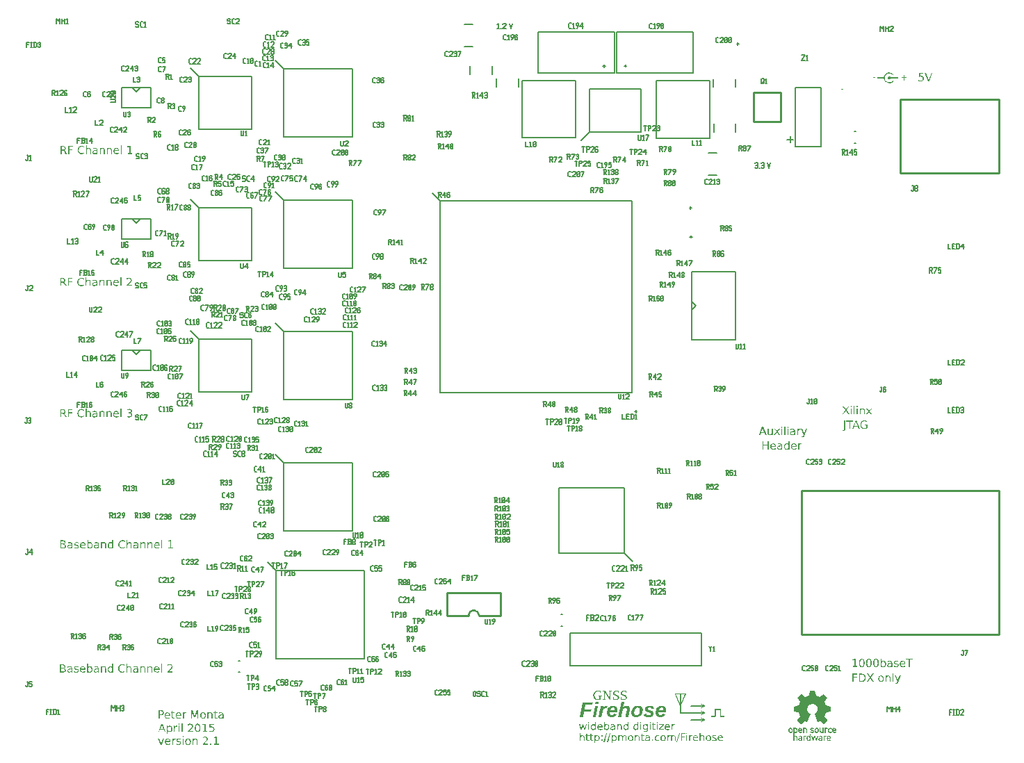
<source format=gbr>
G04 start of page 10 for group -4079 idx -4079 *
G04 Title: GNSS Firehose, topsilk *
G04 Creator: pcb 20140316 *
G04 CreationDate: Sat 04 Apr 2015 01:48:27 AM GMT UTC *
G04 For: pmonta *
G04 Format: Gerber/RS-274X *
G04 PCB-Dimensions (mil): 4640.00 3900.00 *
G04 PCB-Coordinate-Origin: lower left *
%MOIN*%
%FSLAX25Y25*%
%LNTOPSILK*%
%ADD209C,0.0080*%
%ADD208C,0.0100*%
%ADD207C,0.0050*%
%ADD206C,0.0060*%
%ADD205C,0.0001*%
G54D205*G36*
X375495Y157200D02*X375479Y157206D01*
X375330Y157283D01*
X375314Y157288D01*
X375294Y157290D01*
X375147Y157316D01*
X375098D01*
X375026Y157311D01*
X374725Y157240D01*
X374492Y157092D01*
X374455Y157047D01*
X374410Y157003D01*
X374275Y156722D01*
X374230Y156390D01*
Y154747D01*
X373770D01*
Y157661D01*
X374230D01*
Y157200D01*
X374251Y157242D01*
X374402Y157432D01*
X374594Y157583D01*
X374636Y157605D01*
X374672Y157623D01*
X374904Y157698D01*
X375157Y157738D01*
X375242D01*
X375244Y157732D01*
X375287Y157724D01*
X375344Y157730D01*
X375355Y157729D01*
X375358Y157720D01*
X375410Y157706D01*
X375481Y157702D01*
X375494Y157699D01*
X375495Y157200D01*
G37*
G36*
X372983Y156329D02*Y156090D01*
X370797D01*
X370812Y156471D01*
X372522Y156472D01*
X372518Y156535D01*
X372460Y156815D01*
X372337Y157048D01*
X372301Y157086D01*
X372265Y157122D01*
X372051Y157254D01*
X371812Y157316D01*
X371733D01*
X371662Y157311D01*
X371366Y157252D01*
X371130Y157131D01*
X371090Y157094D01*
X371042Y157054D01*
X370888Y156822D01*
X370819Y156538D01*
X370812Y156471D01*
X370797Y156090D01*
X370801Y156005D01*
X370885Y155655D01*
X371048Y155390D01*
X371092Y155347D01*
X371136Y155305D01*
X371408Y155156D01*
X371723Y155093D01*
X371828D01*
X371871Y155089D01*
X372092Y155104D01*
X372315Y155149D01*
X372358Y155160D01*
X372395Y155170D01*
X372605Y155242D01*
X372825Y155339D01*
X372867Y155361D01*
Y154900D01*
X372818Y154877D01*
X372599Y154795D01*
X372388Y154740D01*
X372344Y154730D01*
X372294Y154713D01*
X372066Y154675D01*
X371865Y154671D01*
X371798D01*
X371682Y154669D01*
X371177Y154770D01*
X370769Y155010D01*
X370701Y155077D01*
X370634Y155143D01*
X370398Y155553D01*
X370298Y156022D01*
Y156296D01*
X370393Y156818D01*
X370619Y157246D01*
X370683Y157316D01*
X370725Y157365D01*
X370878Y157491D01*
X371122Y157624D01*
X371405Y157709D01*
X371640Y157738D01*
X371719D01*
X371814Y157731D01*
X372238Y157632D01*
X372585Y157422D01*
X372642Y157358D01*
X372694Y157295D01*
X372891Y156911D01*
X372983Y156474D01*
Y156329D01*
G37*
G36*
X369064Y157240D02*Y158811D01*
X369525D01*
Y154747D01*
X369064D01*
Y155169D01*
X368807Y155339D01*
X368844Y155388D01*
X368878Y155434D01*
X369005Y155735D01*
X369064Y156087D01*
Y156204D01*
X369059Y156286D01*
X369002Y156661D01*
X368880Y156970D01*
X368844Y157019D01*
X368804Y157063D01*
X368578Y157233D01*
X368324Y157316D01*
X368239D01*
X368173Y157311D01*
X367892Y157233D01*
X367671Y157069D01*
X367634Y157019D01*
X367596Y156964D01*
X367467Y156659D01*
X367415Y156318D01*
Y156113D01*
X367469Y155733D01*
X367598Y155438D01*
X367634Y155388D01*
X367669Y155336D01*
X367892Y155161D01*
X368152Y155093D01*
X368239D01*
X368301Y155089D01*
X368579Y155161D01*
X368807Y155339D01*
X369064Y155169D01*
X369034Y155125D01*
X368885Y154946D01*
X368718Y154813D01*
X368680Y154793D01*
X368635Y154769D01*
X368414Y154696D01*
X368194Y154671D01*
X368120D01*
X368030Y154669D01*
X367635Y154774D01*
X367307Y155022D01*
X367251Y155093D01*
X367192Y155160D01*
X366995Y155577D01*
X366917Y156047D01*
Y156204D01*
X366916Y156314D01*
X367000Y156819D01*
X367196Y157244D01*
X367251Y157315D01*
X367304Y157380D01*
X367631Y157624D01*
X367998Y157738D01*
X368120D01*
X368174Y157731D01*
X368422Y157696D01*
X368640Y157635D01*
X368680Y157615D01*
X368712Y157589D01*
X368883Y157452D01*
X369039Y157282D01*
X369064Y157240D01*
G37*
G36*
X376714Y161417D02*X376679Y161331D01*
X376512Y160994D01*
X376351Y160776D01*
X376319Y160750D01*
X376285Y160720D01*
X376092Y160627D01*
X375876Y160594D01*
X375424D01*
Y160978D01*
X375703D01*
X375736Y160972D01*
X375879Y160994D01*
X375992Y161059D01*
X376010Y161075D01*
X376027Y161085D01*
X376124Y161228D01*
X376230Y161470D01*
X376252Y161530D01*
X376338Y161749D01*
X375155Y164620D01*
X375667D01*
X376577Y162341D01*
X377486Y164620D01*
X377992D01*
X376714Y161417D01*
G37*
G36*
X368568Y164620D02*X369027D01*
Y161706D01*
X368568D01*
Y164620D01*
G37*
G36*
X366108Y156407D02*Y154747D01*
X365647D01*
Y155207D01*
X365438Y155412D01*
X365579Y155686D01*
X365647Y155997D01*
Y156204D01*
X365161D01*
X365062Y156199D01*
X364659Y156164D01*
X364380Y156096D01*
X364342Y156074D01*
X364296Y156050D01*
X364159Y155897D01*
X364114Y155699D01*
Y155633D01*
X364108Y155585D01*
X364148Y155399D01*
X364256Y155263D01*
X364285Y155238D01*
X364310Y155206D01*
X364482Y155118D01*
X364683Y155093D01*
X364750D01*
X364817Y155089D01*
X365115Y155156D01*
X365361Y155322D01*
X365402Y155368D01*
X365438Y155412D01*
X365647Y155207D01*
X365620Y155156D01*
X365462Y154960D01*
X365277Y154822D01*
X365236Y154800D01*
X365188Y154775D01*
X364952Y154697D01*
X364714Y154671D01*
X364635D01*
X364552Y154669D01*
X364219Y154731D01*
X363963Y154881D01*
X363919Y154922D01*
X363869Y154958D01*
X363710Y155207D01*
X363653Y155497D01*
Y155673D01*
X363734Y156021D01*
X363927Y156297D01*
X363982Y156338D01*
X364033Y156372D01*
X364387Y156514D01*
X364819Y156588D01*
X365647D01*
Y156704D01*
X365592Y156912D01*
X365466Y157108D01*
X365430Y157138D01*
X365387Y157160D01*
X365160Y157260D01*
X364907Y157316D01*
X364822D01*
X364775Y157311D01*
X364567Y157293D01*
X364377Y157268D01*
X364338Y157258D01*
X364291Y157248D01*
X364095Y157185D01*
X363921Y157106D01*
X363885Y157086D01*
Y157546D01*
X363925Y157554D01*
X364135Y157617D01*
X364347Y157682D01*
X364388Y157690D01*
X364425Y157694D01*
X364755Y157738D01*
X364864D01*
X364967Y157731D01*
X365408Y157644D01*
X365747Y157462D01*
X365799Y157407D01*
X365846Y157347D01*
X366024Y156985D01*
X366108Y156551D01*
Y156407D01*
G37*
G36*
X363058Y156329D02*Y156090D01*
X360872D01*
X360888Y156471D01*
X362597Y156472D01*
X362594Y156535D01*
X362536Y156815D01*
X362413Y157048D01*
X362377Y157086D01*
X362340Y157122D01*
X362126Y157254D01*
X361887Y157316D01*
X361808D01*
X361738Y157311D01*
X361441Y157252D01*
X361206Y157131D01*
X361166Y157094D01*
X361117Y157054D01*
X360964Y156822D01*
X360894Y156538D01*
X360888Y156471D01*
X360872Y156090D01*
X360877Y156005D01*
X360961Y155655D01*
X361123Y155390D01*
X361167Y155347D01*
X361211Y155305D01*
X361483Y155156D01*
X361798Y155093D01*
X361903D01*
X361946Y155089D01*
X362168Y155104D01*
X362390Y155149D01*
X362433Y155160D01*
X362470Y155170D01*
X362680Y155242D01*
X362900Y155339D01*
X362942Y155361D01*
Y154900D01*
X362894Y154877D01*
X362675Y154795D01*
X362464Y154740D01*
X362419Y154730D01*
X362370Y154713D01*
X362142Y154675D01*
X361941Y154671D01*
X361874D01*
X361758Y154669D01*
X361252Y154770D01*
X360844Y155010D01*
X360777Y155077D01*
X360709Y155143D01*
X360473Y155553D01*
X360374Y156022D01*
Y156179D01*
X360373Y156296D01*
X360469Y156818D01*
X360694Y157246D01*
X360758Y157316D01*
X360801Y157365D01*
X360954Y157491D01*
X361198Y157624D01*
X361480Y157709D01*
X361716Y157738D01*
X361794D01*
X361889Y157731D01*
X362314Y157632D01*
X362661Y157422D01*
X362717Y157358D01*
X362770Y157295D01*
X362966Y156911D01*
X363058Y156474D01*
Y156329D01*
G37*
G36*
X356561Y158619D02*X357097D01*
Y157047D01*
X358976D01*
Y158619D01*
X359512D01*
Y154747D01*
X358976D01*
Y156625D01*
X357097D01*
Y154747D01*
X356561D01*
Y158619D01*
G37*
G36*
X375034Y164160D02*X375017Y164165D01*
X374869Y164242D01*
X374852Y164247D01*
X374832Y164249D01*
X374685Y164275D01*
X374637D01*
X374564Y164270D01*
X374263Y164199D01*
X374030Y164051D01*
X373993Y164006D01*
X373948Y163962D01*
X373814Y163681D01*
X373768Y163349D01*
Y161706D01*
X373309D01*
Y164620D01*
X373768D01*
Y164160D01*
X373789Y164201D01*
X373940Y164391D01*
X374132Y164542D01*
X374174Y164564D01*
X374210Y164582D01*
X374442Y164657D01*
X374696Y164697D01*
X374780D01*
X374783Y164691D01*
X374825Y164683D01*
X374883Y164689D01*
X374893Y164688D01*
X374896Y164679D01*
X374948Y164665D01*
X375019Y164661D01*
X375032Y164658D01*
X375034Y164160D01*
G37*
G36*
X372307Y163366D02*Y161706D01*
X371846D01*
Y162166D01*
X371637Y162371D01*
X371778Y162645D01*
X371846Y162956D01*
Y163163D01*
X371360D01*
X371261Y163158D01*
X370859Y163123D01*
X370580Y163055D01*
X370542Y163033D01*
X370496Y163010D01*
X370359Y162856D01*
X370314Y162658D01*
Y162592D01*
X370308Y162544D01*
X370348Y162358D01*
X370455Y162222D01*
X370484Y162197D01*
X370509Y162165D01*
X370681Y162077D01*
X370882Y162052D01*
X370950D01*
X371017Y162048D01*
X371315Y162115D01*
X371560Y162281D01*
X371601Y162327D01*
X371637Y162371D01*
X371846Y162166D01*
X371819Y162115D01*
X371661Y161919D01*
X371476Y161781D01*
X371435Y161760D01*
X371387Y161734D01*
X371151Y161656D01*
X370913Y161630D01*
X370834D01*
X370751Y161628D01*
X370419Y161690D01*
X370162Y161840D01*
X370118Y161881D01*
X370068Y161917D01*
X369910Y162166D01*
X369853Y162456D01*
Y162553D01*
X369852Y162632D01*
X369934Y162980D01*
X370126Y163256D01*
X370181Y163297D01*
X370233Y163331D01*
X370586Y163473D01*
X371018Y163547D01*
X371846D01*
Y163663D01*
X371792Y163871D01*
X371665Y164067D01*
X371629Y164097D01*
X371586Y164119D01*
X371359Y164219D01*
X371106Y164275D01*
X371021D01*
X370974Y164270D01*
X370766Y164252D01*
X370576Y164227D01*
X370537Y164217D01*
X370490Y164207D01*
X370294Y164144D01*
X370120Y164065D01*
X370084Y164045D01*
Y164505D01*
X370124Y164513D01*
X370334Y164576D01*
X370546Y164641D01*
X370587Y164649D01*
X370625Y164653D01*
X370954Y164697D01*
X371064D01*
X371166Y164690D01*
X371607Y164603D01*
X371946Y164421D01*
X371998Y164366D01*
X372045Y164306D01*
X372223Y163943D01*
X372307Y163510D01*
Y163366D01*
G37*
G36*
X368568Y165770D02*X369027D01*
Y165156D01*
X368568D01*
Y165770D01*
G37*
G36*
X365614D02*X366073D01*
Y165156D01*
X365614D01*
Y165770D01*
G37*
G36*
X367091D02*X367550D01*
Y161706D01*
X367091D01*
Y165770D01*
G37*
G36*
X365614Y164620D02*X366073D01*
Y161706D01*
X365614D01*
Y164620D01*
G37*
G36*
X364915D02*X363859Y163202D01*
X364954Y161706D01*
X364393D01*
X363553Y162852D01*
X362690Y161706D01*
X362117D01*
X363271Y163231D01*
X362232Y164620D01*
X362798D01*
X363575Y163581D01*
X364350Y164620D01*
X364915D01*
G37*
G36*
X359086Y162866D02*Y164620D01*
X359546D01*
Y162883D01*
X359541Y162808D01*
X359580Y162510D01*
X359685Y162294D01*
X359713Y162260D01*
X359739Y162220D01*
X359918Y162097D01*
X360139Y162052D01*
X360213D01*
X360278Y162048D01*
X360569Y162108D01*
X360808Y162259D01*
X360847Y162300D01*
X360881Y162334D01*
X361014Y162582D01*
X361080Y162878D01*
Y164620D01*
X361539D01*
Y161706D01*
X361080D01*
Y162166D01*
X361042Y162116D01*
X360876Y161921D01*
X360707Y161783D01*
X360667Y161761D01*
X360622Y161735D01*
X360405Y161656D01*
X360195Y161630D01*
X360125D01*
X360037Y161628D01*
X359671Y161706D01*
X359394Y161891D01*
X359350Y161944D01*
X359301Y161993D01*
X359144Y162327D01*
X359086Y162731D01*
Y162866D01*
G37*
G36*
X356464Y165578D02*X357060D01*
X358543Y161706D01*
X357996D01*
X357642Y162703D01*
X355889D01*
X356046Y163125D01*
X357478D01*
X356760Y165061D01*
X356046Y163125D01*
X355889Y162703D01*
X355534Y161706D01*
X354979D01*
X356464Y165578D01*
G37*
G36*
X406401Y165249D02*Y166313D01*
X405559D01*
Y166733D01*
X406938D01*
Y165052D01*
X406885Y165013D01*
X406614Y164860D01*
X406325Y164751D01*
X406263Y164733D01*
X406198Y164713D01*
X405876Y164649D01*
X405576Y164625D01*
X405476D01*
X405365Y164624D01*
X405035Y164655D01*
X404652Y164755D01*
X404323Y164923D01*
X404106Y165091D01*
X404043Y165156D01*
X403977Y165219D01*
X403813Y165441D01*
X403652Y165785D01*
X403557Y166186D01*
X403526Y166524D01*
Y166636D01*
X403525Y166747D01*
X403557Y167081D01*
X403653Y167478D01*
X403814Y167825D01*
X403976Y168053D01*
X404040Y168119D01*
X404102Y168184D01*
X404319Y168349D01*
X404652Y168515D01*
X405035Y168616D01*
X405360Y168650D01*
X405468D01*
X405527Y168646D01*
X405833Y168620D01*
X406134Y168570D01*
X406191Y168553D01*
X406242Y168533D01*
X406511Y168427D01*
X406774Y168299D01*
X406823Y168267D01*
Y167692D01*
X406773Y167729D01*
X406519Y167915D01*
X406253Y168072D01*
X406198Y168094D01*
X406136Y168109D01*
X405849Y168183D01*
X405590Y168228D01*
X405504D01*
X405416Y168227D01*
X405155Y168200D01*
X404864Y168125D01*
X404623Y168002D01*
X404468Y167877D01*
X404424Y167828D01*
X404364Y167760D01*
X404153Y167327D01*
X404063Y166809D01*
Y166636D01*
X404060Y166543D01*
X404079Y166261D01*
X404148Y165940D01*
X404264Y165670D01*
X404378Y165498D01*
X404424Y165447D01*
X404467Y165396D01*
X404626Y165266D01*
X404874Y165141D01*
X405166Y165070D01*
X405419Y165047D01*
X405504D01*
X405544Y165043D01*
X405759Y165054D01*
X405969Y165088D01*
X406005Y165095D01*
X406035Y165096D01*
X406203Y165147D01*
X406371Y165231D01*
X406401Y165249D01*
G37*
G36*
X409113Y174462D02*X408057Y173043D01*
X409152Y171548D01*
X408591D01*
X407750Y172693D01*
X406888Y171548D01*
X406314D01*
X407469Y173073D01*
X406430Y174462D01*
X406996D01*
X407772Y173423D01*
X408547Y174462D01*
X409113D01*
G37*
G36*
X401807D02*X402266D01*
Y171548D01*
X401807D01*
Y174462D01*
G37*
G36*
X405737Y173301D02*Y171548D01*
X405278D01*
Y173286D01*
X405270Y173352D01*
X405224Y173645D01*
X405138Y173875D01*
X405110Y173909D01*
X405080Y173939D01*
X404898Y174058D01*
X404681Y174117D01*
X404609D01*
X404540Y174111D01*
X404246Y174046D01*
X404013Y173910D01*
X403975Y173868D01*
X403928Y173825D01*
X403790Y173572D01*
X403743Y173286D01*
Y171548D01*
X403284D01*
Y174462D01*
X403743D01*
Y174001D01*
X403767Y174042D01*
X403926Y174231D01*
X404116Y174383D01*
X404156Y174404D01*
X404189Y174422D01*
X404402Y174498D01*
X404627Y174539D01*
X404703D01*
X404786Y174531D01*
X405149Y174449D01*
X405431Y174277D01*
X405475Y174225D01*
X405511Y174166D01*
X405660Y173827D01*
X405737Y173433D01*
Y173301D01*
G37*
G36*
X401807Y175612D02*X402266D01*
Y174998D01*
X401807D01*
Y175612D01*
G37*
G36*
X400330D02*X400789D01*
Y171548D01*
X400330D01*
Y175612D01*
G37*
G36*
X401191Y168574D02*X401788D01*
X403271Y164702D01*
X402724D01*
X402369Y165699D01*
X400616D01*
X400774Y166120D01*
X402205D01*
X401488Y168056D01*
X400774Y166120D01*
X400616Y165699D01*
X400261Y164702D01*
X399707D01*
X401191Y168574D01*
G37*
G36*
X396830D02*X400127D01*
Y168152D01*
X398748D01*
Y164702D01*
X398210D01*
Y168152D01*
X396830D01*
Y168574D01*
G37*
G36*
X395761D02*X396297D01*
Y164949D01*
X396294Y164829D01*
X396225Y164345D01*
X396071Y163995D01*
X396026Y163942D01*
X395976Y163887D01*
X395666Y163702D01*
X395285Y163628D01*
X394956D01*
Y164050D01*
X395122D01*
X395175Y164046D01*
X395414Y164093D01*
X395593Y164214D01*
X395617Y164247D01*
X395636Y164276D01*
X395718Y164515D01*
X395761Y164840D01*
Y168574D01*
G37*
G36*
X398853Y174462D02*X399312D01*
Y171548D01*
X398853D01*
Y174462D01*
G37*
G36*
X395047Y175420D02*X395611D01*
X396578Y173976D01*
X397548Y175420D01*
X398114D01*
X396864Y173561D01*
X398191Y171548D01*
X397623D01*
X396528Y173200D01*
X395423Y171548D01*
X394855D01*
X396256Y173615D01*
X395047Y175420D01*
G37*
G36*
X398853Y175612D02*X399312D01*
Y174998D01*
X398853D01*
Y175612D01*
G37*
G36*
X394355Y327675D02*X395419D01*
Y327358D01*
X394355D01*
Y327675D01*
G37*
G36*
X431638Y335276D02*X433747D01*
Y334854D01*
X432175D01*
Y333897D01*
X432193Y333896D01*
X432381Y333951D01*
X432400Y333954D01*
X432416Y333953D01*
X432573Y333972D01*
X432625D01*
X432727Y333967D01*
X433191Y333874D01*
X433577Y333674D01*
X433639Y333615D01*
X433695Y333555D01*
X433911Y333194D01*
X434014Y332785D01*
Y332649D01*
X434011Y332574D01*
X433982Y332347D01*
X433909Y332087D01*
X433790Y331863D01*
X433668Y331716D01*
X433620Y331674D01*
X433569Y331628D01*
X433396Y331513D01*
X433140Y331405D01*
X432848Y331346D01*
X432597Y331327D01*
X432514D01*
X432468Y331325D01*
X432054Y331360D01*
X432011Y331366D01*
X431965Y331367D01*
X431746Y331406D01*
X431530Y331468D01*
X431485Y331480D01*
Y332018D01*
X431522Y331994D01*
X431927Y331826D01*
X431969Y331815D01*
X432010Y331803D01*
X432376Y331749D01*
X432499D01*
X432571Y331746D01*
X432899Y331804D01*
X433170Y331951D01*
X433214Y331991D01*
X433254Y332024D01*
X433406Y332266D01*
X433478Y332553D01*
Y332649D01*
X433477Y332715D01*
X433410Y333015D01*
X433257Y333267D01*
X433213Y333307D01*
X433164Y333347D01*
X432893Y333489D01*
X432593Y333551D01*
X432494D01*
X432456Y333547D01*
X432104Y333512D01*
X432069Y333504D01*
X432033Y333496D01*
X431674Y333375D01*
X431638Y333358D01*
Y335276D01*
G37*
G36*
X435978Y331404D02*X434493Y335276D01*
X435042D01*
X436275Y332016D01*
X437511Y335276D01*
X438058D01*
X436575Y331404D01*
X435978D01*
G37*
G36*
X417283Y335603D02*X417448Y335612D01*
X418263Y335462D01*
X419012Y335056D01*
X419145Y334937D01*
X419164Y334919D01*
X419349Y334735D01*
X419366Y334715D01*
X419393Y334683D01*
X419421Y334539D01*
X419339Y334396D01*
X419183Y334338D01*
X419046Y334390D01*
X419018Y334422D01*
X419004Y334438D01*
X418854Y334603D01*
X418838Y334617D01*
X418684Y334757D01*
X418107Y335049D01*
X417298Y335162D01*
X416505Y334960D01*
X415963Y334605D01*
X415824Y334450D01*
X415684Y334295D01*
X415390Y333717D01*
X415274Y332903D01*
X415471Y332107D01*
X415824Y331562D01*
X415979Y331423D01*
X416133Y331284D01*
X416711Y330991D01*
X417524Y330879D01*
X418322Y331081D01*
X418866Y331435D01*
X419006Y331590D01*
X419021Y331611D01*
X419085Y331661D01*
X419171Y331685D01*
X419256Y331670D01*
X419330Y331625D01*
X419385Y331557D01*
X419410Y331474D01*
X419398Y331385D01*
X419356Y331315D01*
X419338Y331297D01*
X419170Y331110D01*
X418514Y330686D01*
X417551Y330446D01*
X416568Y330583D01*
X415872Y330936D01*
X415685Y331104D01*
X415499Y331272D01*
X415074Y331926D01*
X414833Y332883D01*
X414970Y333860D01*
X415324Y334555D01*
X415492Y334741D01*
X415611Y334874D01*
X416318Y335358D01*
X417118Y335594D01*
X417283Y335603D01*
G37*
G36*
X417430Y333775D02*X417505D01*
X417731Y333713D01*
X417979Y333546D01*
X418147Y333298D01*
X418209Y333072D01*
Y332922D01*
X418147Y332699D01*
X417979Y332456D01*
X417731Y332293D01*
X417505Y332233D01*
X417355D01*
X417130Y332293D01*
X416883Y332456D01*
X416715Y332699D01*
X416653Y332922D01*
Y333072D01*
X416715Y333298D01*
X416883Y333546D01*
X417195Y333233D01*
X417124Y333126D01*
X417098Y333029D01*
Y332965D01*
X417124Y332870D01*
X417195Y332769D01*
X417301Y332702D01*
X417398Y332678D01*
X417463D01*
X417560Y332702D01*
X417666Y332769D01*
X417738Y332870D01*
X417764Y332965D01*
Y333029D01*
X417738Y333126D01*
X417666Y333233D01*
X417560Y333305D01*
X417463Y333331D01*
X417398D01*
X417301Y333305D01*
X417195Y333233D01*
X416883Y333546D01*
X417130Y333713D01*
X417355Y333775D01*
X417430D01*
G37*
G36*
X417367Y333241D02*X417370Y333242D01*
X417405D01*
X417409Y333241D01*
X421658D01*
X421699Y333242D01*
X421827Y333173D01*
X421884Y333019D01*
X421827Y332865D01*
X421699Y332797D01*
X417409D01*
X417367Y332794D01*
X417235Y332852D01*
X417165Y332999D01*
X417206Y333157D01*
X417326Y333238D01*
X417367Y333241D01*
G37*
G36*
X411853D02*X411856Y333242D01*
X411891D01*
X411894Y333241D01*
X415047D01*
X415089Y333242D01*
X415216Y333173D01*
X415272Y333019D01*
X415216Y332865D01*
X415089Y332797D01*
X411894D01*
X411852Y332794D01*
X411720Y332852D01*
X411651Y332999D01*
X411692Y333157D01*
X411811Y333237D01*
X411853Y333241D01*
G37*
G36*
X418201Y333021D02*Y332944D01*
X418139Y332713D01*
X417970Y332463D01*
X417719Y332295D01*
X417489Y332233D01*
X417336D01*
X417106Y332295D01*
X416855Y332463D01*
X416687Y332713D01*
X416625Y332944D01*
Y333097D01*
X416687Y333327D01*
X416855Y333577D01*
X417106Y333746D01*
X417336Y333808D01*
X417489D01*
X417719Y333746D01*
X417970Y333577D01*
X418139Y333327D01*
X418201Y333097D01*
Y333021D01*
G37*
G36*
Y332944D01*
X418139Y332713D01*
X417970Y332463D01*
X417719Y332295D01*
X417489Y332233D01*
X417336D01*
X417106Y332295D01*
X416855Y332463D01*
X416687Y332713D01*
X416625Y332944D01*
Y333097D01*
X416687Y333327D01*
X416855Y333577D01*
X417106Y333746D01*
X417336Y333808D01*
X417489D01*
X417719Y333746D01*
X417970Y333577D01*
X418139Y333327D01*
X418201Y333097D01*
Y333021D01*
G37*
G36*
X409583Y333183D02*X410647D01*
Y332866D01*
X409583D01*
Y333183D01*
G37*
G36*
X424608Y334290D02*Y333197D01*
X425700D01*
Y332852D01*
X424608D01*
Y331760D01*
X424290D01*
Y332852D01*
X423198D01*
Y333197D01*
X424290D01*
Y334290D01*
X424608D01*
G37*
G36*
X53619Y172340D02*X53674Y172326D01*
X53942Y172214D01*
X54171Y172044D01*
X54206Y172001D01*
X54235Y171952D01*
X54356Y171706D01*
X54419Y171453D01*
Y171368D01*
X54413Y171299D01*
X54381Y171090D01*
X54307Y170851D01*
X54190Y170646D01*
X54067Y170510D01*
X54020Y170473D01*
X53966Y170432D01*
X53788Y170329D01*
X53528Y170230D01*
X53232Y170174D01*
X52977Y170156D01*
X52892D01*
X52846Y170154D01*
X52635Y170165D01*
X52429Y170196D01*
X52386Y170204D01*
X52338Y170206D01*
X52115Y170254D01*
X51896Y170332D01*
X51850Y170348D01*
Y170846D01*
X51884Y170823D01*
X52283Y170656D01*
X52326Y170645D01*
X52362Y170633D01*
X52581Y170593D01*
X52799Y170577D01*
X52872D01*
X52950Y170574D01*
X53300Y170622D01*
X53579Y170744D01*
X53622Y170777D01*
X53657Y170807D01*
X53804Y171017D01*
X53881Y171275D01*
Y171360D01*
X53876Y171416D01*
X53815Y171670D01*
X53684Y171877D01*
X53645Y171910D01*
X53605Y171937D01*
X53362Y172050D01*
X53083Y172110D01*
X52540D01*
Y172532D01*
X53093D01*
X53340Y172571D01*
X53566Y172663D01*
X53600Y172688D01*
X53628Y172710D01*
X53744Y172872D01*
X53805Y173071D01*
Y173137D01*
X53798Y173186D01*
X53742Y173402D01*
X53629Y173571D01*
X53594Y173598D01*
X53553Y173619D01*
X53329Y173710D01*
X53075Y173759D01*
X52990D01*
X52948Y173757D01*
X52560Y173720D01*
X52519Y173712D01*
X52469Y173698D01*
X52243Y173643D01*
X52015Y173585D01*
X51965Y173568D01*
Y174027D01*
X52012Y174033D01*
X52253Y174083D01*
X52487Y174135D01*
X52575Y174147D01*
X52917Y174181D01*
X53031D01*
X53132Y174177D01*
X53572Y174107D01*
X53930Y173957D01*
X53989Y173912D01*
X54042Y173861D01*
X54246Y173586D01*
X54342Y173285D01*
Y173184D01*
X54341Y173126D01*
X54293Y172883D01*
X54184Y172681D01*
X54153Y172645D01*
X54119Y172607D01*
X53922Y172457D01*
X53676Y172354D01*
X53619Y172340D01*
G37*
G36*
X48759Y174296D02*X49218D01*
Y170232D01*
X48759D01*
Y174296D01*
G37*
G36*
X47971Y171813D02*Y171574D01*
X45785D01*
X45801Y171956D01*
X47510Y171957D01*
X47507Y172019D01*
X47449Y172300D01*
X47326Y172533D01*
X47290Y172571D01*
X47253Y172606D01*
X47039Y172739D01*
X46801Y172801D01*
X46721D01*
X46651Y172795D01*
X46355Y172737D01*
X46119Y172616D01*
X46079Y172579D01*
X46031Y172538D01*
X45877Y172306D01*
X45807Y172023D01*
X45801Y171956D01*
X45785Y171574D01*
X45790Y171490D01*
X45874Y171140D01*
X46037Y170875D01*
X46081Y170832D01*
X46125Y170790D01*
X46396Y170641D01*
X46712Y170577D01*
X46817D01*
X46859Y170574D01*
X47081Y170589D01*
X47303Y170634D01*
X47346Y170645D01*
X47384Y170655D01*
X47593Y170727D01*
X47814Y170824D01*
X47856Y170846D01*
Y170385D01*
X47807Y170362D01*
X47588Y170280D01*
X47377Y170225D01*
X47332Y170215D01*
X47283Y170198D01*
X47055Y170160D01*
X46854Y170156D01*
X46787D01*
X46671Y170154D01*
X46165Y170254D01*
X45757Y170494D01*
X45690Y170562D01*
X45622Y170627D01*
X45387Y171038D01*
X45287Y171507D01*
Y171663D01*
X45286Y171781D01*
X45382Y172302D01*
X45607Y172731D01*
X45671Y172801D01*
X45714Y172850D01*
X45867Y172976D01*
X46111Y173109D01*
X46394Y173193D01*
X46629Y173223D01*
X46707D01*
X46802Y173215D01*
X47227Y173116D01*
X47574Y172906D01*
X47631Y172843D01*
X47683Y172779D01*
X47880Y172395D01*
X47971Y171959D01*
Y171813D01*
G37*
G36*
X44540Y171985D02*Y170232D01*
X44081D01*
Y171970D01*
X44073Y172036D01*
X44028Y172329D01*
X43942Y172559D01*
X43914Y172593D01*
X43884Y172623D01*
X43701Y172741D01*
X43485Y172801D01*
X43412D01*
X43343Y172795D01*
X43050Y172730D01*
X42817Y172594D01*
X42778Y172552D01*
X42732Y172510D01*
X42593Y172256D01*
X42547Y171970D01*
Y170232D01*
X42087D01*
Y173146D01*
X42547D01*
Y172685D01*
X42571Y172726D01*
X42730Y172915D01*
X42919Y173066D01*
X42959Y173088D01*
X42993Y173106D01*
X43206Y173182D01*
X43431Y173223D01*
X43506D01*
X43590Y173215D01*
X43952Y173133D01*
X44234Y172961D01*
X44278Y172909D01*
X44314Y172850D01*
X44464Y172511D01*
X44540Y172117D01*
Y171985D01*
G37*
G36*
X41165D02*Y170232D01*
X40705D01*
Y171970D01*
X40698Y172036D01*
X40652Y172329D01*
X40566Y172559D01*
X40538Y172593D01*
X40508Y172623D01*
X40326Y172741D01*
X40109Y172801D01*
X40037D01*
X39967Y172795D01*
X39674Y172730D01*
X39441Y172594D01*
X39402Y172552D01*
X39356Y172510D01*
X39217Y172256D01*
X39171Y171970D01*
Y170232D01*
X38712D01*
Y173146D01*
X39171D01*
Y172685D01*
X39195Y172726D01*
X39354Y172915D01*
X39544Y173066D01*
X39584Y173088D01*
X39617Y173106D01*
X39830Y173182D01*
X40055Y173223D01*
X40130D01*
X40214Y173215D01*
X40576Y173133D01*
X40859Y172961D01*
X40902Y172909D01*
X40939Y172850D01*
X41088Y172511D01*
X41165Y172117D01*
Y171985D01*
G37*
G36*
X37710Y171891D02*Y170232D01*
X37250D01*
Y170691D01*
X37040Y170897D01*
X37181Y171171D01*
X37250Y171482D01*
Y171688D01*
X36764D01*
X36664Y171684D01*
X36262Y171649D01*
X35983Y171581D01*
X35945Y171559D01*
X35899Y171535D01*
X35762Y171381D01*
X35717Y171184D01*
Y171118D01*
X35711Y171070D01*
X35751Y170884D01*
X35859Y170747D01*
X35887Y170723D01*
X35912Y170691D01*
X36084Y170602D01*
X36285Y170577D01*
X36353D01*
X36420Y170574D01*
X36718Y170641D01*
X36963Y170807D01*
X37004Y170852D01*
X37040Y170897D01*
X37250Y170691D01*
X37222Y170641D01*
X37064Y170445D01*
X36880Y170307D01*
X36839Y170285D01*
X36790Y170260D01*
X36554Y170182D01*
X36316Y170156D01*
X36237D01*
X36155Y170154D01*
X35822Y170216D01*
X35565Y170365D01*
X35521Y170407D01*
X35471Y170443D01*
X35313Y170691D01*
X35256Y170982D01*
Y171079D01*
X35255Y171158D01*
X35337Y171506D01*
X35529Y171781D01*
X35584Y171823D01*
X35636Y171857D01*
X35989Y171999D01*
X36421Y172073D01*
X37250D01*
Y172189D01*
X37195Y172397D01*
X37068Y172593D01*
X37032Y172623D01*
X36989Y172645D01*
X36762Y172745D01*
X36509Y172801D01*
X36425D01*
X36377Y172795D01*
X36169Y172778D01*
X35979Y172753D01*
X35940Y172743D01*
X35893Y172733D01*
X35697Y172670D01*
X35523Y172590D01*
X35487Y172571D01*
Y173031D01*
X35527Y173038D01*
X35737Y173102D01*
X35950Y173166D01*
X35990Y173174D01*
X36028Y173179D01*
X36357Y173223D01*
X36467D01*
X36569Y173215D01*
X37010Y173129D01*
X37350Y172947D01*
X37401Y172891D01*
X37448Y172832D01*
X37626Y172469D01*
X37710Y172036D01*
Y171891D01*
G37*
G36*
X34525Y171985D02*Y170232D01*
X34066D01*
Y171970D01*
X34058Y172036D01*
X34012Y172329D01*
X33926Y172559D01*
X33899Y172593D01*
X33869Y172623D01*
X33686Y172741D01*
X33469Y172801D01*
X33397D01*
X33328Y172795D01*
X33035Y172730D01*
X32801Y172594D01*
X32763Y172552D01*
X32717Y172510D01*
X32578Y172256D01*
X32532Y171970D01*
Y170232D01*
X32072D01*
Y174296D01*
X32532D01*
Y172685D01*
X32556Y172726D01*
X32715Y172915D01*
X32904Y173066D01*
X32944Y173088D01*
X32978Y173106D01*
X33190Y173182D01*
X33415Y173223D01*
X33491D01*
X33575Y173215D01*
X33937Y173133D01*
X34219Y172961D01*
X34263Y172909D01*
X34299Y172850D01*
X34448Y172511D01*
X34525Y172117D01*
Y171985D01*
G37*
G36*
X31285Y173798D02*Y173260D01*
X31236Y173300D01*
X31001Y173476D01*
X30764Y173615D01*
X30713Y173635D01*
X30656Y173656D01*
X30390Y173727D01*
X30148Y173759D01*
X30068D01*
X29987Y173757D01*
X29746Y173729D01*
X29469Y173653D01*
X29234Y173527D01*
X29080Y173399D01*
X29037Y173349D01*
X28977Y173280D01*
X28768Y172848D01*
X28679Y172337D01*
Y172166D01*
X28676Y172075D01*
X28695Y171799D01*
X28762Y171482D01*
X28878Y171213D01*
X28991Y171038D01*
X29037Y170987D01*
X29079Y170935D01*
X29235Y170800D01*
X29473Y170673D01*
X29750Y170600D01*
X29988Y170577D01*
X30068D01*
X30122Y170574D01*
X30396Y170603D01*
X30662Y170681D01*
X30713Y170701D01*
X30757Y170716D01*
X30998Y170849D01*
X31240Y171035D01*
X31285Y171076D01*
Y170538D01*
X31235Y170506D01*
X30751Y170267D01*
X30699Y170251D01*
X30642Y170234D01*
X30373Y170177D01*
X30128Y170156D01*
X30046D01*
X29940Y170154D01*
X29625Y170186D01*
X29253Y170288D01*
X28928Y170458D01*
X28713Y170629D01*
X28651Y170695D01*
X28586Y170758D01*
X28425Y170980D01*
X28266Y171324D01*
X28172Y171722D01*
X28141Y172056D01*
Y172276D01*
X28172Y172605D01*
X28267Y172999D01*
X28427Y173346D01*
X28587Y173575D01*
X28651Y173641D01*
X28712Y173707D01*
X28926Y173876D01*
X29252Y174045D01*
X29626Y174147D01*
X29941Y174181D01*
X30046D01*
X30103Y174177D01*
X30654Y174101D01*
X30705Y174085D01*
X30751Y174065D01*
X30996Y173959D01*
X31240Y173830D01*
X31285Y173798D01*
G37*
G36*
X23576Y174104D02*X25800D01*
Y173682D01*
X24112D01*
Y172532D01*
X25647D01*
Y172110D01*
X24112D01*
Y170232D01*
X23576D01*
Y174104D01*
G37*
G36*
X21755Y172018D02*X21638Y172415D01*
X21671Y172445D01*
X21696Y172474D01*
X21807Y172666D01*
X21869Y172899D01*
Y172976D01*
X21861Y173031D01*
X21808Y173278D01*
X21703Y173475D01*
X21671Y173504D01*
X21630Y173528D01*
X21414Y173629D01*
X21168Y173682D01*
X20411D01*
Y172263D01*
X21086D01*
X21150Y172261D01*
X21425Y172305D01*
X21638Y172415D01*
X21755Y172018D01*
X21776Y172002D01*
X21908Y171919D01*
X22051Y171808D01*
X22077Y171777D01*
X22103Y171743D01*
X22364Y171327D01*
X22391Y171273D01*
X22942Y170232D01*
X22360D01*
X21878Y171210D01*
X21846Y171268D01*
X21685Y171519D01*
X21529Y171697D01*
X21499Y171718D01*
X21466Y171732D01*
X21278Y171801D01*
X21066Y171843D01*
X20411D01*
Y170232D01*
X19875D01*
Y174104D01*
X21086D01*
X21196Y174098D01*
X21664Y174025D01*
X22022Y173870D01*
X22077Y173823D01*
X22132Y173768D01*
X22323Y173458D01*
X22405Y173094D01*
Y172973D01*
X22403Y172908D01*
X22359Y172629D01*
X22266Y172398D01*
X22238Y172357D01*
X22205Y172314D01*
X22026Y172147D01*
X21808Y172034D01*
X21755Y172018D01*
G37*
G36*
X52415Y233602D02*X54249D01*
Y233181D01*
X51774D01*
Y233602D01*
X51817Y233653D01*
X52117Y233966D01*
X52504Y234355D01*
X52590Y234443D01*
X52644Y234501D01*
X52810Y234675D01*
X52998Y234869D01*
X53144Y235021D01*
X53217Y235098D01*
X53240Y235123D01*
X53278Y235167D01*
X53447Y235383D01*
X53575Y235576D01*
X53591Y235609D01*
X53608Y235640D01*
X53691Y235910D01*
Y236070D01*
X53637Y236282D01*
X53512Y236477D01*
X53476Y236510D01*
X53433Y236541D01*
X53217Y236654D01*
X52990Y236707D01*
X52915D01*
X52871Y236705D01*
X52440Y236628D01*
X52394Y236612D01*
X52349Y236593D01*
X51865Y236356D01*
X51813Y236324D01*
Y236860D01*
X51864Y236876D01*
X52117Y236968D01*
X52359Y237051D01*
X52405Y237062D01*
X52450Y237066D01*
X52667Y237102D01*
X52848Y237129D01*
X52909D01*
X53007Y237125D01*
X53448Y237047D01*
X53810Y236877D01*
X53869Y236826D01*
X53923Y236772D01*
X54129Y236466D01*
X54229Y236129D01*
Y236016D01*
X54226Y235974D01*
X54201Y235778D01*
X54153Y235596D01*
X54138Y235560D01*
X54119Y235518D01*
X54006Y235316D01*
X53851Y235101D01*
X53812Y235052D01*
X53799Y235034D01*
X53674Y234895D01*
X53457Y234674D01*
X53399Y234613D01*
X53340Y234550D01*
X52978Y234176D01*
X52521Y233711D01*
X52415Y233602D01*
G37*
G36*
X48722Y237245D02*X49182D01*
Y233181D01*
X48722D01*
Y237245D01*
G37*
G36*
X47935Y234762D02*Y234523D01*
X45749D01*
X45764Y234904D01*
X47474Y234906D01*
X47470Y234968D01*
X47412Y235248D01*
X47289Y235481D01*
X47253Y235520D01*
X47217Y235555D01*
X47003Y235687D01*
X46764Y235749D01*
X46685D01*
X46614Y235744D01*
X46318Y235685D01*
X46082Y235565D01*
X46042Y235527D01*
X45994Y235487D01*
X45840Y235255D01*
X45771Y234971D01*
X45764Y234904D01*
X45749Y234523D01*
X45753Y234438D01*
X45837Y234088D01*
X46000Y233823D01*
X46044Y233781D01*
X46088Y233738D01*
X46360Y233590D01*
X46675Y233526D01*
X46780D01*
X46823Y233522D01*
X47044Y233537D01*
X47267Y233582D01*
X47310Y233593D01*
X47347Y233603D01*
X47557Y233675D01*
X47777Y233772D01*
X47819Y233795D01*
Y233334D01*
X47770Y233311D01*
X47551Y233228D01*
X47340Y233173D01*
X47296Y233163D01*
X47246Y233147D01*
X47018Y233109D01*
X46817Y233104D01*
X46750D01*
X46634Y233102D01*
X46129Y233203D01*
X45721Y233443D01*
X45653Y233510D01*
X45585Y233576D01*
X45350Y233986D01*
X45250Y234456D01*
Y234729D01*
X45345Y235251D01*
X45571Y235679D01*
X45635Y235749D01*
X45677Y235799D01*
X45830Y235924D01*
X46074Y236057D01*
X46357Y236142D01*
X46592Y236171D01*
X46671D01*
X46765Y236164D01*
X47190Y236065D01*
X47537Y235855D01*
X47594Y235791D01*
X47646Y235728D01*
X47843Y235344D01*
X47935Y234908D01*
Y234762D01*
G37*
G36*
X44504Y234934D02*Y233181D01*
X44044D01*
Y234918D01*
X44037Y234985D01*
X43991Y235278D01*
X43905Y235507D01*
X43877Y235541D01*
X43847Y235571D01*
X43665Y235690D01*
X43448Y235749D01*
X43376D01*
X43307Y235744D01*
X43013Y235679D01*
X42780Y235542D01*
X42741Y235501D01*
X42695Y235458D01*
X42557Y235205D01*
X42510Y234918D01*
Y233181D01*
X42051D01*
Y236095D01*
X42510D01*
Y235634D01*
X42534Y235674D01*
X42693Y235863D01*
X42883Y236015D01*
X42923Y236037D01*
X42956Y236055D01*
X43169Y236131D01*
X43394Y236171D01*
X43469D01*
X43553Y236164D01*
X43915Y236081D01*
X44198Y235910D01*
X44241Y235857D01*
X44278Y235799D01*
X44427Y235460D01*
X44504Y235065D01*
Y234934D01*
G37*
G36*
X41128D02*Y233181D01*
X40669D01*
Y234918D01*
X40661Y234985D01*
X40615Y235278D01*
X40529Y235507D01*
X40501Y235541D01*
X40471Y235571D01*
X40289Y235690D01*
X40072Y235749D01*
X40000D01*
X39931Y235744D01*
X39637Y235679D01*
X39404Y235542D01*
X39365Y235501D01*
X39319Y235458D01*
X39181Y235205D01*
X39134Y234918D01*
Y233181D01*
X38675D01*
Y236095D01*
X39134D01*
Y235634D01*
X39159Y235674D01*
X39317Y235863D01*
X39507Y236015D01*
X39547Y236037D01*
X39580Y236055D01*
X39793Y236131D01*
X40018Y236171D01*
X40094D01*
X40177Y236164D01*
X40540Y236081D01*
X40822Y235910D01*
X40865Y235857D01*
X40902Y235799D01*
X41051Y235460D01*
X41128Y235065D01*
Y234934D01*
G37*
G36*
X37674Y234840D02*Y233181D01*
X37213D01*
Y233640D01*
X37004Y233845D01*
X37144Y234119D01*
X37213Y234430D01*
Y234637D01*
X36727D01*
X36627Y234632D01*
X36225Y234597D01*
X35946Y234529D01*
X35908Y234507D01*
X35862Y234484D01*
X35725Y234330D01*
X35680Y234133D01*
Y234066D01*
X35674Y234018D01*
X35714Y233833D01*
X35822Y233696D01*
X35850Y233671D01*
X35876Y233640D01*
X36048Y233551D01*
X36249Y233526D01*
X36316D01*
X36383Y233522D01*
X36681Y233589D01*
X36926Y233755D01*
X36967Y233801D01*
X37004Y233845D01*
X37213Y233640D01*
X37185Y233589D01*
X37028Y233393D01*
X36843Y233256D01*
X36802Y233234D01*
X36753Y233208D01*
X36517Y233130D01*
X36280Y233104D01*
X36200D01*
X36118Y233102D01*
X35785Y233164D01*
X35529Y233314D01*
X35485Y233356D01*
X35434Y233391D01*
X35276Y233640D01*
X35219Y233931D01*
Y234027D01*
X35218Y234106D01*
X35300Y234454D01*
X35492Y234730D01*
X35547Y234771D01*
X35599Y234806D01*
X35953Y234947D01*
X36384Y235021D01*
X37213D01*
Y235138D01*
X37158Y235345D01*
X37032Y235541D01*
X36996Y235571D01*
X36953Y235593D01*
X36725Y235693D01*
X36472Y235749D01*
X36388D01*
X36340Y235744D01*
X36133Y235726D01*
X35942Y235701D01*
X35903Y235691D01*
X35857Y235681D01*
X35660Y235618D01*
X35486Y235539D01*
X35450Y235520D01*
Y235979D01*
X35490Y235987D01*
X35701Y236050D01*
X35913Y236115D01*
X35953Y236123D01*
X35991Y236127D01*
X36320Y236171D01*
X36430D01*
X36533Y236164D01*
X36974Y236077D01*
X37313Y235895D01*
X37364Y235840D01*
X37412Y235780D01*
X37590Y235418D01*
X37674Y234985D01*
Y234840D01*
G37*
G36*
X34489Y234934D02*Y233181D01*
X34029D01*
Y234918D01*
X34021Y234985D01*
X33976Y235278D01*
X33890Y235507D01*
X33862Y235541D01*
X33832Y235571D01*
X33650Y235690D01*
X33433Y235749D01*
X33360D01*
X33291Y235744D01*
X32998Y235679D01*
X32765Y235542D01*
X32726Y235501D01*
X32680Y235458D01*
X32541Y235205D01*
X32495Y234918D01*
Y233181D01*
X32035D01*
Y237245D01*
X32495D01*
Y235634D01*
X32519Y235674D01*
X32678Y235863D01*
X32867Y236015D01*
X32907Y236037D01*
X32941Y236055D01*
X33154Y236131D01*
X33379Y236171D01*
X33454D01*
X33538Y236164D01*
X33900Y236081D01*
X34182Y235910D01*
X34226Y235857D01*
X34262Y235799D01*
X34412Y235460D01*
X34489Y235065D01*
Y234934D01*
G37*
G36*
X31248Y236746D02*Y236209D01*
X31199Y236249D01*
X30964Y236425D01*
X30727Y236563D01*
X30676Y236584D01*
X30619Y236604D01*
X30354Y236676D01*
X30112Y236707D01*
X30031D01*
X29950Y236706D01*
X29709Y236678D01*
X29432Y236602D01*
X29197Y236475D01*
X29043Y236347D01*
X29000Y236298D01*
X28940Y236229D01*
X28731Y235796D01*
X28642Y235285D01*
Y235115D01*
X28639Y235024D01*
X28658Y234748D01*
X28726Y234431D01*
X28841Y234161D01*
X28955Y233987D01*
X29000Y233935D01*
X29042Y233883D01*
X29198Y233749D01*
X29436Y233622D01*
X29714Y233549D01*
X29951Y233526D01*
X30031D01*
X30085Y233522D01*
X30359Y233551D01*
X30626Y233629D01*
X30676Y233649D01*
X30720Y233665D01*
X30961Y233797D01*
X31203Y233983D01*
X31248Y234024D01*
Y233487D01*
X31198Y233455D01*
X30714Y233216D01*
X30662Y233199D01*
X30605Y233182D01*
X30336Y233126D01*
X30091Y233104D01*
X30009D01*
X29904Y233103D01*
X29588Y233135D01*
X29216Y233236D01*
X28891Y233406D01*
X28676Y233577D01*
X28614Y233643D01*
X28550Y233706D01*
X28389Y233929D01*
X28230Y234273D01*
X28135Y234670D01*
X28105Y235004D01*
Y235115D01*
X28104Y235225D01*
X28135Y235554D01*
X28231Y235947D01*
X28391Y236294D01*
X28551Y236523D01*
X28614Y236590D01*
X28675Y236656D01*
X28890Y236825D01*
X29215Y236993D01*
X29589Y237095D01*
X29904Y237129D01*
X30009D01*
X30067Y237125D01*
X30617Y237050D01*
X30669Y237034D01*
X30714Y237013D01*
X30959Y236908D01*
X31203Y236778D01*
X31248Y236746D01*
G37*
G36*
X23540Y237052D02*X25763D01*
Y236631D01*
X24076D01*
Y235481D01*
X25610D01*
Y235059D01*
X24076D01*
Y233181D01*
X23540D01*
Y237052D01*
G37*
G36*
X21718Y234966D02*X21601Y235363D01*
X21634Y235393D01*
X21659Y235422D01*
X21771Y235615D01*
X21832Y235847D01*
Y235924D01*
X21825Y235979D01*
X21771Y236227D01*
X21667Y236423D01*
X21634Y236452D01*
X21593Y236476D01*
X21377Y236577D01*
X21131Y236631D01*
X20375D01*
Y235212D01*
X21050D01*
X21113Y235210D01*
X21388Y235253D01*
X21601Y235363D01*
X21718Y234966D01*
X21739Y234950D01*
X21871Y234867D01*
X22014Y234757D01*
X22040Y234726D01*
X22066Y234692D01*
X22328Y234275D01*
X22354Y234221D01*
X22906Y233181D01*
X22323D01*
X21842Y234159D01*
X21809Y234216D01*
X21649Y234467D01*
X21492Y234646D01*
X21462Y234666D01*
X21429Y234680D01*
X21241Y234750D01*
X21029Y234791D01*
X20375D01*
Y233181D01*
X19839D01*
Y237052D01*
X21050D01*
X21159Y237047D01*
X21628Y236973D01*
X21985Y236818D01*
X22040Y236771D01*
X22095Y236717D01*
X22286Y236407D01*
X22368Y236043D01*
Y235921D01*
X22366Y235856D01*
X22323Y235577D01*
X22229Y235347D01*
X22201Y235306D01*
X22168Y235263D01*
X21990Y235095D01*
X21771Y234982D01*
X21718Y234966D01*
G37*
G36*
X52243Y296923D02*X53085D01*
Y299951D01*
X52167Y299760D01*
Y300181D01*
X53096Y300373D01*
X53623D01*
Y296923D01*
X54467D01*
Y296501D01*
X52243D01*
Y296923D01*
G37*
G36*
X48884Y300565D02*X49343D01*
Y296501D01*
X48884D01*
Y300565D01*
G37*
G36*
X48096Y298082D02*Y297843D01*
X45910D01*
X45926Y298224D01*
X47635Y298226D01*
X47632Y298288D01*
X47574Y298568D01*
X47451Y298802D01*
X47415Y298840D01*
X47378Y298875D01*
X47164Y299008D01*
X46925Y299070D01*
X46846D01*
X46776Y299064D01*
X46479Y299006D01*
X46244Y298885D01*
X46204Y298848D01*
X46155Y298807D01*
X46001Y298575D01*
X45932Y298291D01*
X45926Y298224D01*
X45910Y297843D01*
X45915Y297758D01*
X45999Y297409D01*
X46161Y297143D01*
X46205Y297101D01*
X46249Y297059D01*
X46521Y296910D01*
X46836Y296846D01*
X46941D01*
X46984Y296843D01*
X47206Y296858D01*
X47428Y296902D01*
X47471Y296913D01*
X47508Y296924D01*
X47718Y296996D01*
X47938Y297093D01*
X47980Y297115D01*
Y296654D01*
X47932Y296631D01*
X47712Y296549D01*
X47501Y296493D01*
X47457Y296484D01*
X47408Y296467D01*
X47180Y296429D01*
X46978Y296424D01*
X46912D01*
X46796Y296422D01*
X46290Y296523D01*
X45882Y296763D01*
X45815Y296831D01*
X45747Y296896D01*
X45511Y297306D01*
X45412Y297776D01*
Y297932D01*
X45411Y298049D01*
X45507Y298571D01*
X45732Y299000D01*
X45796Y299070D01*
X45839Y299119D01*
X45992Y299245D01*
X46235Y299377D01*
X46518Y299462D01*
X46753Y299491D01*
X46832D01*
X46927Y299484D01*
X47351Y299385D01*
X47699Y299175D01*
X47755Y299112D01*
X47808Y299048D01*
X48004Y298664D01*
X48096Y298228D01*
Y298082D01*
G37*
G36*
X44665Y298254D02*Y296501D01*
X44206D01*
Y298238D01*
X44198Y298305D01*
X44152Y298598D01*
X44066Y298827D01*
X44039Y298862D01*
X44009Y298891D01*
X43826Y299010D01*
X43609Y299070D01*
X43537D01*
X43468Y299064D01*
X43175Y298999D01*
X42941Y298863D01*
X42903Y298821D01*
X42857Y298778D01*
X42718Y298525D01*
X42671Y298239D01*
Y296501D01*
X42212D01*
Y299415D01*
X42671D01*
Y298954D01*
X42696Y298995D01*
X42855Y299183D01*
X43044Y299335D01*
X43084Y299357D01*
X43117Y299375D01*
X43330Y299451D01*
X43555Y299491D01*
X43631D01*
X43714Y299484D01*
X44077Y299402D01*
X44359Y299230D01*
X44403Y299177D01*
X44439Y299119D01*
X44588Y298780D01*
X44665Y298386D01*
Y298254D01*
G37*
G36*
X41289D02*Y296501D01*
X40830D01*
Y298238D01*
X40822Y298305D01*
X40776Y298598D01*
X40690Y298827D01*
X40663Y298862D01*
X40633Y298891D01*
X40450Y299010D01*
X40234Y299070D01*
X40161D01*
X40092Y299064D01*
X39799Y298999D01*
X39565Y298863D01*
X39527Y298821D01*
X39481Y298778D01*
X39342Y298525D01*
X39296Y298239D01*
Y296501D01*
X38836D01*
Y299415D01*
X39296D01*
Y298954D01*
X39320Y298995D01*
X39479Y299183D01*
X39668Y299335D01*
X39708Y299357D01*
X39742Y299375D01*
X39955Y299451D01*
X40180Y299491D01*
X40255D01*
X40339Y299484D01*
X40701Y299402D01*
X40983Y299230D01*
X41027Y299177D01*
X41063Y299119D01*
X41212Y298780D01*
X41289Y298386D01*
Y298254D01*
G37*
G36*
X37835Y298160D02*Y296501D01*
X37374D01*
Y296960D01*
X37165Y297165D01*
X37306Y297440D01*
X37374Y297750D01*
Y297957D01*
X36888D01*
X36789Y297952D01*
X36386Y297918D01*
X36107Y297849D01*
X36069Y297827D01*
X36023Y297804D01*
X35886Y297650D01*
X35841Y297453D01*
Y297387D01*
X35835Y297338D01*
X35875Y297153D01*
X35983Y297016D01*
X36012Y296991D01*
X36037Y296960D01*
X36209Y296871D01*
X36410Y296846D01*
X36477D01*
X36544Y296843D01*
X36842Y296910D01*
X37088Y297075D01*
X37129Y297121D01*
X37165Y297165D01*
X37374Y296960D01*
X37347Y296910D01*
X37189Y296714D01*
X37004Y296576D01*
X36963Y296554D01*
X36915Y296528D01*
X36679Y296450D01*
X36441Y296424D01*
X36362D01*
X36279Y296422D01*
X35946Y296485D01*
X35690Y296634D01*
X35646Y296676D01*
X35596Y296712D01*
X35437Y296960D01*
X35380Y297251D01*
Y297426D01*
X35461Y297775D01*
X35654Y298050D01*
X35709Y298091D01*
X35760Y298126D01*
X36114Y298268D01*
X36546Y298341D01*
X37374D01*
Y298458D01*
X37319Y298666D01*
X37193Y298862D01*
X37157Y298891D01*
X37114Y298914D01*
X36887Y299014D01*
X36634Y299070D01*
X36549D01*
X36501Y299064D01*
X36294Y299047D01*
X36104Y299022D01*
X36065Y299012D01*
X36018Y299001D01*
X35822Y298939D01*
X35648Y298859D01*
X35612Y298840D01*
Y299299D01*
X35651Y299307D01*
X35862Y299371D01*
X36074Y299435D01*
X36115Y299443D01*
X36152Y299448D01*
X36482Y299491D01*
X36591D01*
X36694Y299484D01*
X37135Y299397D01*
X37474Y299216D01*
X37526Y299160D01*
X37573Y299100D01*
X37751Y298738D01*
X37835Y298305D01*
Y298160D01*
G37*
G36*
X34650Y298254D02*Y296501D01*
X34190D01*
Y298238D01*
X34183Y298305D01*
X34137Y298598D01*
X34051Y298827D01*
X34023Y298862D01*
X33993Y298891D01*
X33811Y299010D01*
X33594Y299070D01*
X33522D01*
X33453Y299064D01*
X33159Y298999D01*
X32926Y298863D01*
X32887Y298821D01*
X32841Y298778D01*
X32703Y298525D01*
X32656Y298239D01*
Y296501D01*
X32197D01*
Y300565D01*
X32656D01*
Y298954D01*
X32680Y298995D01*
X32839Y299183D01*
X33029Y299335D01*
X33069Y299357D01*
X33102Y299375D01*
X33315Y299451D01*
X33540Y299491D01*
X33615D01*
X33699Y299484D01*
X34062Y299402D01*
X34344Y299230D01*
X34387Y299177D01*
X34424Y299119D01*
X34573Y298780D01*
X34650Y298386D01*
Y298254D01*
G37*
G36*
X31410Y300066D02*Y299529D01*
X31360Y299569D01*
X31126Y299745D01*
X30888Y299884D01*
X30838Y299904D01*
X30781Y299924D01*
X30515Y299996D01*
X30273Y300027D01*
X30192D01*
X30112Y300026D01*
X29871Y299998D01*
X29594Y299922D01*
X29358Y299796D01*
X29204Y299668D01*
X29161Y299618D01*
X29101Y299549D01*
X28892Y299116D01*
X28803Y298606D01*
Y298435D01*
X28801Y298344D01*
X28819Y298068D01*
X28887Y297751D01*
X29002Y297481D01*
X29116Y297307D01*
X29161Y297256D01*
X29204Y297204D01*
X29359Y297069D01*
X29598Y296942D01*
X29875Y296869D01*
X30113Y296846D01*
X30192D01*
X30247Y296843D01*
X30521Y296872D01*
X30787Y296949D01*
X30838Y296970D01*
X30882Y296985D01*
X31122Y297117D01*
X31365Y297303D01*
X31410Y297345D01*
Y296807D01*
X31359Y296775D01*
X30875Y296536D01*
X30824Y296520D01*
X30767Y296502D01*
X30498Y296446D01*
X30252Y296424D01*
X30171D01*
X30065Y296423D01*
X29749Y296455D01*
X29377Y296556D01*
X29053Y296727D01*
X28837Y296898D01*
X28775Y296963D01*
X28711Y297027D01*
X28550Y297249D01*
X28391Y297593D01*
X28297Y297991D01*
X28266Y298324D01*
Y298545D01*
X28296Y298874D01*
X28392Y299268D01*
X28552Y299615D01*
X28712Y299843D01*
X28775Y299910D01*
X28837Y299976D01*
X29051Y300145D01*
X29377Y300313D01*
X29750Y300415D01*
X30065Y300449D01*
X30171D01*
X30228Y300445D01*
X30778Y300370D01*
X30830Y300354D01*
X30876Y300334D01*
X31121Y300228D01*
X31364Y300099D01*
X31410Y300066D01*
G37*
G36*
X23701Y300373D02*X25925D01*
Y299951D01*
X24237D01*
Y298801D01*
X25771D01*
Y298379D01*
X24237D01*
Y296501D01*
X23701D01*
Y300373D01*
G37*
G36*
X21880Y298287D02*X21762Y298683D01*
X21795Y298713D01*
X21820Y298743D01*
X21932Y298935D01*
X21994Y299167D01*
Y299245D01*
X21986Y299300D01*
X21932Y299547D01*
X21828Y299743D01*
X21795Y299773D01*
X21755Y299797D01*
X21539Y299897D01*
X21292Y299951D01*
X20536D01*
Y298532D01*
X21211D01*
X21275Y298530D01*
X21549Y298574D01*
X21762Y298683D01*
X21880Y298287D01*
X21901Y298270D01*
X22033Y298188D01*
X22175Y298077D01*
X22201Y298046D01*
X22227Y298012D01*
X22489Y297595D01*
X22516Y297541D01*
X23067Y296501D01*
X22484D01*
X22003Y297479D01*
X21970Y297536D01*
X21810Y297788D01*
X21654Y297966D01*
X21623Y297987D01*
X21591Y298000D01*
X21402Y298070D01*
X21191Y298112D01*
X20536D01*
Y296501D01*
X20000D01*
Y300373D01*
X21211D01*
X21321Y300367D01*
X21789Y300293D01*
X22147Y300138D01*
X22201Y300091D01*
X22256Y300037D01*
X22448Y299727D01*
X22530Y299363D01*
Y299241D01*
X22527Y299177D01*
X22484Y298897D01*
X22390Y298667D01*
X22362Y298626D01*
X22330Y298583D01*
X22151Y298415D01*
X21932Y298302D01*
X21880Y298287D01*
G37*
G36*
X71724Y107734D02*X72566D01*
Y110762D01*
X71647Y110572D01*
Y110992D01*
X72577Y111184D01*
X73103D01*
Y107734D01*
X73947D01*
Y107312D01*
X71724D01*
Y107734D01*
G37*
G36*
X68364Y111376D02*X68823D01*
Y107312D01*
X68364D01*
Y111376D01*
G37*
G36*
X67576Y108893D02*Y108654D01*
X65390D01*
X65406Y109036D01*
X67115Y109037D01*
X67112Y109099D01*
X67054Y109380D01*
X66931Y109613D01*
X66895Y109651D01*
X66859Y109686D01*
X66644Y109819D01*
X66406Y109881D01*
X66326D01*
X66256Y109875D01*
X65960Y109817D01*
X65724Y109696D01*
X65684Y109659D01*
X65636Y109618D01*
X65482Y109386D01*
X65412Y109103D01*
X65406Y109036D01*
X65390Y108654D01*
X65395Y108570D01*
X65479Y108220D01*
X65642Y107955D01*
X65686Y107912D01*
X65730Y107870D01*
X66001Y107721D01*
X66317Y107658D01*
X66422D01*
X66464Y107654D01*
X66686Y107669D01*
X66909Y107714D01*
X66951Y107725D01*
X66989Y107735D01*
X67198Y107807D01*
X67419Y107904D01*
X67461Y107926D01*
Y107465D01*
X67412Y107442D01*
X67193Y107360D01*
X66982Y107305D01*
X66937Y107295D01*
X66888Y107278D01*
X66660Y107240D01*
X66459Y107236D01*
X66392D01*
X66276Y107234D01*
X65771Y107335D01*
X65362Y107574D01*
X65295Y107642D01*
X65227Y107708D01*
X64992Y108118D01*
X64892Y108587D01*
Y108743D01*
X64891Y108861D01*
X64987Y109383D01*
X65212Y109811D01*
X65276Y109881D01*
X65319Y109930D01*
X65472Y110056D01*
X65716Y110189D01*
X65999Y110274D01*
X66234Y110303D01*
X66312D01*
X66407Y110295D01*
X66832Y110197D01*
X67179Y109986D01*
X67236Y109923D01*
X67288Y109860D01*
X67485Y109475D01*
X67576Y109039D01*
Y108893D01*
G37*
G36*
X64162Y109065D02*Y107312D01*
X63702D01*
Y109050D01*
X63694Y109116D01*
X63649Y109410D01*
X63563Y109639D01*
X63535Y109673D01*
X63505Y109703D01*
X63323Y109822D01*
X63106Y109881D01*
X63034D01*
X62964Y109875D01*
X62671Y109810D01*
X62438Y109674D01*
X62399Y109633D01*
X62353Y109590D01*
X62214Y109336D01*
X62168Y109050D01*
Y107312D01*
X61709D01*
Y110226D01*
X62168D01*
Y109765D01*
X62192Y109806D01*
X62351Y109995D01*
X62540Y110147D01*
X62580Y110168D01*
X62614Y110186D01*
X62827Y110262D01*
X63052Y110303D01*
X63127D01*
X63211Y110295D01*
X63573Y110213D01*
X63855Y110041D01*
X63899Y109989D01*
X63935Y109930D01*
X64085Y109591D01*
X64162Y109197D01*
Y109065D01*
G37*
G36*
X60770D02*Y107312D01*
X60310D01*
Y109050D01*
X60303Y109116D01*
X60257Y109410D01*
X60171Y109639D01*
X60143Y109673D01*
X60113Y109703D01*
X59931Y109822D01*
X59714Y109881D01*
X59642D01*
X59573Y109875D01*
X59279Y109810D01*
X59046Y109674D01*
X59007Y109633D01*
X58961Y109590D01*
X58823Y109336D01*
X58776Y109050D01*
Y107312D01*
X58317D01*
Y110226D01*
X58776D01*
Y109765D01*
X58800Y109806D01*
X58959Y109995D01*
X59149Y110147D01*
X59189Y110168D01*
X59222Y110186D01*
X59435Y110262D01*
X59660Y110303D01*
X59735D01*
X59819Y110295D01*
X60182Y110213D01*
X60464Y110041D01*
X60507Y109989D01*
X60544Y109930D01*
X60693Y109591D01*
X60770Y109197D01*
Y109065D01*
G37*
G36*
X57315Y108972D02*Y107312D01*
X56855D01*
Y107772D01*
X56646Y107977D01*
X56786Y108251D01*
X56855Y108562D01*
Y108768D01*
X56369D01*
X56269Y108764D01*
X55867Y108729D01*
X55588Y108661D01*
X55550Y108639D01*
X55504Y108615D01*
X55367Y108461D01*
X55322Y108264D01*
Y108198D01*
X55316Y108150D01*
X55356Y107964D01*
X55464Y107827D01*
X55492Y107803D01*
X55517Y107771D01*
X55689Y107683D01*
X55890Y107658D01*
X55958D01*
X56025Y107654D01*
X56323Y107721D01*
X56568Y107887D01*
X56609Y107933D01*
X56646Y107977D01*
X56855Y107772D01*
X56827Y107721D01*
X56669Y107525D01*
X56485Y107387D01*
X56444Y107365D01*
X56395Y107340D01*
X56159Y107262D01*
X55921Y107236D01*
X55842D01*
X55760Y107234D01*
X55427Y107296D01*
X55171Y107445D01*
X55126Y107487D01*
X55076Y107523D01*
X54918Y107772D01*
X54861Y108062D01*
Y108159D01*
X54860Y108238D01*
X54942Y108586D01*
X55134Y108861D01*
X55189Y108903D01*
X55241Y108937D01*
X55594Y109079D01*
X56026Y109153D01*
X56855D01*
Y109269D01*
X56800Y109477D01*
X56673Y109673D01*
X56637Y109703D01*
X56594Y109725D01*
X56367Y109825D01*
X56114Y109881D01*
X56030D01*
X55982Y109875D01*
X55775Y109858D01*
X55584Y109833D01*
X55545Y109823D01*
X55498Y109813D01*
X55302Y109750D01*
X55128Y109670D01*
X55092Y109651D01*
Y110111D01*
X55132Y110118D01*
X55342Y110182D01*
X55555Y110247D01*
X55595Y110254D01*
X55633Y110259D01*
X55962Y110303D01*
X56072D01*
X56175Y110295D01*
X56615Y110209D01*
X56955Y110027D01*
X57006Y109972D01*
X57053Y109912D01*
X57232Y109549D01*
X57315Y109116D01*
Y108972D01*
G37*
G36*
X54130Y109065D02*Y107312D01*
X53671D01*
Y109050D01*
X53663Y109116D01*
X53617Y109410D01*
X53532Y109639D01*
X53504Y109673D01*
X53474Y109703D01*
X53291Y109822D01*
X53075Y109881D01*
X53002D01*
X52933Y109875D01*
X52640Y109810D01*
X52407Y109674D01*
X52368Y109633D01*
X52322Y109590D01*
X52183Y109336D01*
X52137Y109050D01*
Y107312D01*
X51677D01*
Y111376D01*
X52137D01*
Y109765D01*
X52161Y109806D01*
X52320Y109995D01*
X52509Y110147D01*
X52549Y110168D01*
X52583Y110186D01*
X52796Y110262D01*
X53021Y110303D01*
X53096D01*
X53180Y110295D01*
X53542Y110213D01*
X53824Y110041D01*
X53868Y109989D01*
X53904Y109930D01*
X54053Y109591D01*
X54130Y109197D01*
Y109065D01*
G37*
G36*
X64088Y49570D02*Y47816D01*
X63629D01*
Y49554D01*
X63621Y49620D01*
X63575Y49914D01*
X63489Y50143D01*
X63462Y50177D01*
X63432Y50207D01*
X63249Y50326D01*
X63032Y50385D01*
X62960D01*
X62891Y50380D01*
X62598Y50315D01*
X62364Y50178D01*
X62326Y50137D01*
X62280Y50094D01*
X62141Y49841D01*
X62094Y49554D01*
Y47816D01*
X61635D01*
Y50731D01*
X62094D01*
Y50270D01*
X62119Y50310D01*
X62278Y50499D01*
X62467Y50651D01*
X62507Y50673D01*
X62540Y50691D01*
X62753Y50766D01*
X62978Y50807D01*
X63054D01*
X63137Y50800D01*
X63500Y50717D01*
X63782Y50545D01*
X63826Y50493D01*
X63862Y50435D01*
X64011Y50096D01*
X64088Y49701D01*
Y49570D01*
G37*
G36*
X60696D02*Y47816D01*
X60237D01*
Y49554D01*
X60229Y49620D01*
X60184Y49914D01*
X60098Y50143D01*
X60070Y50177D01*
X60040Y50207D01*
X59857Y50326D01*
X59640Y50385D01*
X59568D01*
X59499Y50380D01*
X59206Y50315D01*
X58973Y50178D01*
X58934Y50137D01*
X58888Y50094D01*
X58749Y49841D01*
X58703Y49554D01*
Y47816D01*
X58243D01*
Y50731D01*
X58703D01*
Y50270D01*
X58727Y50310D01*
X58886Y50499D01*
X59075Y50651D01*
X59115Y50673D01*
X59149Y50691D01*
X59362Y50766D01*
X59587Y50807D01*
X59662D01*
X59746Y50800D01*
X60108Y50717D01*
X60390Y50545D01*
X60434Y50493D01*
X60470Y50435D01*
X60619Y50096D01*
X60696Y49701D01*
Y49570D01*
G37*
G36*
X57242Y49476D02*Y47816D01*
X56781D01*
Y48276D01*
X56572Y48481D01*
X56713Y48755D01*
X56781Y49066D01*
Y49273D01*
X56295D01*
X56196Y49268D01*
X55793Y49233D01*
X55514Y49165D01*
X55476Y49143D01*
X55430Y49120D01*
X55293Y48966D01*
X55248Y48768D01*
Y48702D01*
X55242Y48654D01*
X55282Y48468D01*
X55390Y48332D01*
X55419Y48307D01*
X55444Y48275D01*
X55616Y48187D01*
X55817Y48162D01*
X55884D01*
X55951Y48158D01*
X56250Y48225D01*
X56495Y48391D01*
X56536Y48437D01*
X56572Y48481D01*
X56781Y48276D01*
X56754Y48225D01*
X56596Y48029D01*
X56411Y47891D01*
X56370Y47870D01*
X56322Y47844D01*
X56086Y47766D01*
X55848Y47740D01*
X55769D01*
X55686Y47738D01*
X55353Y47800D01*
X55097Y47950D01*
X55053Y47991D01*
X55003Y48027D01*
X54844Y48276D01*
X54787Y48566D01*
Y48742D01*
X54868Y49090D01*
X55061Y49366D01*
X55115Y49407D01*
X55167Y49441D01*
X55521Y49583D01*
X55953Y49657D01*
X56781D01*
Y49774D01*
X56726Y49981D01*
X56600Y50177D01*
X56564Y50207D01*
X56521Y50229D01*
X56294Y50329D01*
X56040Y50385D01*
X55956D01*
X55909Y50380D01*
X55701Y50362D01*
X55511Y50337D01*
X55472Y50327D01*
X55425Y50317D01*
X55229Y50254D01*
X55055Y50175D01*
X55019Y50156D01*
Y50615D01*
X55059Y50623D01*
X55269Y50686D01*
X55481Y50751D01*
X55522Y50759D01*
X55559Y50763D01*
X55889Y50807D01*
X55998D01*
X56101Y50800D01*
X56542Y50713D01*
X56881Y50531D01*
X56933Y50476D01*
X56980Y50416D01*
X57158Y50054D01*
X57242Y49620D01*
Y49476D01*
G37*
G36*
X54057Y49570D02*Y47816D01*
X53598D01*
Y49554D01*
X53590Y49620D01*
X53544Y49914D01*
X53458Y50143D01*
X53430Y50177D01*
X53400Y50207D01*
X53218Y50326D01*
X53001Y50385D01*
X52929D01*
X52860Y50380D01*
X52566Y50315D01*
X52333Y50178D01*
X52294Y50137D01*
X52248Y50094D01*
X52110Y49841D01*
X52063Y49554D01*
Y47816D01*
X51604D01*
Y51881D01*
X52063D01*
Y50270D01*
X52087Y50310D01*
X52246Y50499D01*
X52436Y50651D01*
X52476Y50673D01*
X52509Y50691D01*
X52722Y50766D01*
X52947Y50807D01*
X53023D01*
X53106Y50800D01*
X53469Y50717D01*
X53751Y50545D01*
X53794Y50493D01*
X53831Y50435D01*
X53980Y50096D01*
X54057Y49701D01*
Y49570D01*
G37*
G36*
X71983Y48238D02*X73817D01*
Y47816D01*
X71342D01*
Y48238D01*
X71385Y48289D01*
X71686Y48602D01*
X72072Y48991D01*
X72158Y49079D01*
X72213Y49137D01*
X72378Y49311D01*
X72567Y49505D01*
X72713Y49657D01*
X72786Y49734D01*
X72808Y49759D01*
X72846Y49803D01*
X73015Y50019D01*
X73143Y50212D01*
X73160Y50245D01*
X73176Y50275D01*
X73260Y50545D01*
Y50706D01*
X73206Y50918D01*
X73080Y51113D01*
X73044Y51146D01*
X73001Y51177D01*
X72785Y51290D01*
X72559Y51343D01*
X72483D01*
X72440Y51341D01*
X72008Y51264D01*
X71963Y51248D01*
X71917Y51229D01*
X71433Y50992D01*
X71382Y50960D01*
Y51496D01*
X71432Y51512D01*
X71685Y51604D01*
X71928Y51687D01*
X71974Y51698D01*
X72018Y51702D01*
X72235Y51738D01*
X72416Y51765D01*
X72477D01*
X72576Y51761D01*
X73016Y51683D01*
X73378Y51513D01*
X73438Y51462D01*
X73491Y51408D01*
X73697Y51102D01*
X73797Y50765D01*
Y50652D01*
X73794Y50610D01*
X73769Y50414D01*
X73721Y50232D01*
X73707Y50196D01*
X73688Y50154D01*
X73574Y49952D01*
X73419Y49737D01*
X73380Y49688D01*
X73367Y49670D01*
X73242Y49531D01*
X73025Y49310D01*
X72967Y49249D01*
X72909Y49186D01*
X72546Y48812D01*
X72089Y48347D01*
X71983Y48238D01*
G37*
G36*
X68290Y51881D02*X68750D01*
Y47816D01*
X68290D01*
Y51881D01*
G37*
G36*
X67503Y49398D02*Y49159D01*
X65317D01*
X65333Y49540D01*
X67042Y49541D01*
X67039Y49604D01*
X66981Y49884D01*
X66858Y50117D01*
X66822Y50156D01*
X66785Y50191D01*
X66571Y50323D01*
X66332Y50385D01*
X66253D01*
X66183Y50380D01*
X65886Y50321D01*
X65651Y50200D01*
X65611Y50163D01*
X65562Y50123D01*
X65409Y49891D01*
X65339Y49607D01*
X65333Y49540D01*
X65317Y49159D01*
X65322Y49074D01*
X65406Y48724D01*
X65568Y48459D01*
X65612Y48416D01*
X65656Y48374D01*
X65928Y48225D01*
X66243Y48162D01*
X66348D01*
X66391Y48158D01*
X66613Y48173D01*
X66835Y48218D01*
X66878Y48229D01*
X66915Y48239D01*
X67125Y48311D01*
X67345Y48408D01*
X67387Y48431D01*
Y47970D01*
X67339Y47947D01*
X67119Y47864D01*
X66909Y47809D01*
X66864Y47799D01*
X66815Y47783D01*
X66587Y47745D01*
X66385Y47740D01*
X66319D01*
X66203Y47738D01*
X65697Y47839D01*
X65289Y48079D01*
X65222Y48146D01*
X65154Y48212D01*
X64918Y48622D01*
X64819Y49091D01*
Y49248D01*
X64818Y49365D01*
X64914Y49887D01*
X65139Y50315D01*
X65203Y50385D01*
X65246Y50435D01*
X65399Y50560D01*
X65642Y50693D01*
X65925Y50778D01*
X66160Y50807D01*
X66239D01*
X66334Y50800D01*
X66759Y50701D01*
X67106Y50491D01*
X67162Y50427D01*
X67215Y50364D01*
X67411Y49980D01*
X67503Y49543D01*
Y49398D01*
G37*
G36*
X50817Y51382D02*Y50845D01*
X50767Y50885D01*
X50533Y51061D01*
X50295Y51199D01*
X50245Y51220D01*
X50188Y51240D01*
X49922Y51312D01*
X49680Y51343D01*
X49600D01*
X49519Y51341D01*
X49278Y51314D01*
X49001Y51238D01*
X48765Y51111D01*
X48611Y50983D01*
X48568Y50934D01*
X48509Y50865D01*
X48300Y50432D01*
X48210Y49921D01*
Y49751D01*
X48208Y49660D01*
X48226Y49384D01*
X48294Y49066D01*
X48409Y48797D01*
X48523Y48623D01*
X48568Y48571D01*
X48611Y48519D01*
X48766Y48385D01*
X49005Y48258D01*
X49282Y48185D01*
X49520Y48162D01*
X49600D01*
X49654Y48158D01*
X49928Y48187D01*
X50194Y48265D01*
X50245Y48285D01*
X50289Y48300D01*
X50529Y48433D01*
X50772Y48619D01*
X50817Y48660D01*
Y48123D01*
X50766Y48091D01*
X50282Y47852D01*
X50231Y47835D01*
X50174Y47818D01*
X49905Y47762D01*
X49659Y47740D01*
X49578D01*
X49472Y47739D01*
X49156Y47770D01*
X48784Y47872D01*
X48460Y48042D01*
X48244Y48213D01*
X48182Y48279D01*
X48118Y48342D01*
X47957Y48565D01*
X47798Y48909D01*
X47704Y49306D01*
X47673Y49640D01*
Y49861D01*
X47703Y50190D01*
X47799Y50583D01*
X47959Y50930D01*
X48119Y51159D01*
X48182Y51226D01*
X48244Y51291D01*
X48458Y51461D01*
X48784Y51629D01*
X49157Y51731D01*
X49473Y51765D01*
X49578D01*
X49635Y51761D01*
X50185Y51686D01*
X50237Y51670D01*
X50283Y51649D01*
X50528Y51543D01*
X50771Y51414D01*
X50817Y51382D01*
G37*
G36*
X44748Y50309D02*Y51881D01*
X45209D01*
Y47816D01*
X44748D01*
Y48238D01*
X44491Y48408D01*
X44528Y48457D01*
X44562Y48503D01*
X44689Y48804D01*
X44748Y49156D01*
Y49273D01*
X44743Y49355D01*
X44686Y49730D01*
X44564Y50039D01*
X44528Y50088D01*
X44488Y50132D01*
X44262Y50302D01*
X44008Y50385D01*
X43923D01*
X43857Y50380D01*
X43576Y50302D01*
X43355Y50138D01*
X43318Y50088D01*
X43280Y50033D01*
X43151Y49728D01*
X43100Y49387D01*
Y49273D01*
X43099Y49182D01*
X43153Y48802D01*
X43282Y48507D01*
X43318Y48457D01*
X43353Y48405D01*
X43576Y48231D01*
X43836Y48162D01*
X43923D01*
X43985Y48158D01*
X44263Y48230D01*
X44491Y48408D01*
X44748Y48238D01*
X44718Y48195D01*
X44569Y48015D01*
X44402Y47883D01*
X44364Y47862D01*
X44319Y47838D01*
X44098Y47765D01*
X43878Y47740D01*
X43804D01*
X43714Y47738D01*
X43319Y47843D01*
X42991Y48091D01*
X42935Y48162D01*
X42876Y48229D01*
X42679Y48646D01*
X42601Y49116D01*
Y49273D01*
X42600Y49383D01*
X42684Y49888D01*
X42880Y50313D01*
X42935Y50384D01*
X42988Y50449D01*
X43315Y50693D01*
X43682Y50807D01*
X43804D01*
X43858Y50800D01*
X44106Y50765D01*
X44325Y50704D01*
X44364Y50684D01*
X44396Y50658D01*
X44567Y50521D01*
X44723Y50351D01*
X44748Y50309D01*
G37*
G36*
X41871Y49570D02*Y47816D01*
X41411D01*
Y49554D01*
X41403Y49620D01*
X41358Y49914D01*
X41272Y50143D01*
X41244Y50177D01*
X41214Y50207D01*
X41032Y50326D01*
X40815Y50385D01*
X40742D01*
X40673Y50380D01*
X40380Y50315D01*
X40147Y50178D01*
X40108Y50137D01*
X40062Y50094D01*
X39923Y49841D01*
X39877Y49554D01*
Y47816D01*
X39417D01*
Y50731D01*
X39877D01*
Y50270D01*
X39901Y50310D01*
X40060Y50499D01*
X40250Y50651D01*
X40289Y50673D01*
X40323Y50691D01*
X40536Y50766D01*
X40761Y50807D01*
X40836D01*
X40920Y50800D01*
X41282Y50717D01*
X41564Y50545D01*
X41608Y50493D01*
X41644Y50435D01*
X41794Y50096D01*
X41871Y49701D01*
Y49570D01*
G37*
G36*
X38416Y49476D02*Y47816D01*
X37955D01*
Y48276D01*
X37746Y48481D01*
X37887Y48755D01*
X37955Y49066D01*
Y49273D01*
X37469D01*
X37370Y49268D01*
X36967Y49233D01*
X36689Y49165D01*
X36651Y49143D01*
X36605Y49120D01*
X36467Y48966D01*
X36423Y48768D01*
Y48702D01*
X36417Y48654D01*
X36457Y48468D01*
X36564Y48332D01*
X36593Y48307D01*
X36618Y48275D01*
X36790Y48187D01*
X36991Y48162D01*
X37059D01*
X37126Y48158D01*
X37424Y48225D01*
X37669Y48391D01*
X37710Y48437D01*
X37746Y48481D01*
X37955Y48276D01*
X37928Y48225D01*
X37770Y48029D01*
X37585Y47891D01*
X37544Y47870D01*
X37496Y47844D01*
X37260Y47766D01*
X37022Y47740D01*
X36943D01*
X36860Y47738D01*
X36528Y47800D01*
X36271Y47950D01*
X36227Y47991D01*
X36177Y48027D01*
X36019Y48276D01*
X35962Y48566D01*
Y48663D01*
X35961Y48742D01*
X36042Y49090D01*
X36235Y49366D01*
X36290Y49407D01*
X36342Y49441D01*
X36695Y49583D01*
X37127Y49657D01*
X37955D01*
Y49774D01*
X37901Y49981D01*
X37774Y50177D01*
X37738Y50207D01*
X37695Y50229D01*
X37468Y50329D01*
X37215Y50385D01*
X37130D01*
X37083Y50380D01*
X36875Y50362D01*
X36685Y50337D01*
X36646Y50327D01*
X36599Y50317D01*
X36403Y50254D01*
X36229Y50175D01*
X36193Y50156D01*
Y50615D01*
X36233Y50623D01*
X36443Y50686D01*
X36655Y50751D01*
X36696Y50759D01*
X36734Y50763D01*
X37063Y50807D01*
X37173D01*
X37275Y50800D01*
X37716Y50713D01*
X38055Y50531D01*
X38107Y50476D01*
X38154Y50416D01*
X38332Y50054D01*
X38416Y49620D01*
Y49476D01*
G37*
G36*
X33232Y50309D02*X33253Y50343D01*
X33398Y50518D01*
X33579Y50663D01*
X33618Y50684D01*
X33653Y50699D01*
X33867Y50768D01*
X34096Y50807D01*
X34173D01*
X34233Y50802D01*
X34414Y50768D01*
X34646Y50690D01*
X34858Y50565D01*
X35003Y50434D01*
X35043Y50384D01*
X35093Y50308D01*
X35286Y49887D01*
X35379Y49426D01*
Y49273D01*
X35378Y49154D01*
X35294Y48644D01*
X35099Y48233D01*
X35043Y48162D01*
X34981Y48088D01*
X34649Y47840D01*
X34292Y47740D01*
X34173D01*
X34110Y47738D01*
X33860Y47768D01*
X33657Y47841D01*
X33618Y47862D01*
X33575Y47879D01*
X33399Y48012D01*
X33257Y48196D01*
X33232Y48238D01*
X33482Y48405D01*
X33703Y48231D01*
X33968Y48162D01*
X34057D01*
X34114Y48158D01*
X34389Y48230D01*
X34623Y48408D01*
X34660Y48457D01*
X34689Y48503D01*
X34814Y48804D01*
X34880Y49156D01*
Y49355D01*
X34824Y49730D01*
X34697Y50039D01*
X34660Y50088D01*
X34616Y50132D01*
X34389Y50302D01*
X34140Y50385D01*
X34057D01*
X33986Y50380D01*
X33703Y50302D01*
X33489Y50138D01*
X33452Y50088D01*
X33409Y50033D01*
X33277Y49728D01*
X33232Y49387D01*
Y49273D01*
X33227Y49182D01*
X33280Y48802D01*
X33415Y48507D01*
X33452Y48457D01*
X33482Y48405D01*
X33232Y48238D01*
Y47816D01*
X32773D01*
Y51881D01*
X33232D01*
Y50309D01*
G37*
G36*
X31985Y49398D02*Y49159D01*
X29799D01*
X29815Y49540D01*
X31524Y49541D01*
X31521Y49604D01*
X31463Y49884D01*
X31340Y50117D01*
X31304Y50156D01*
X31267Y50191D01*
X31053Y50323D01*
X30814Y50385D01*
X30735D01*
X30665Y50380D01*
X30368Y50321D01*
X30133Y50200D01*
X30093Y50163D01*
X30044Y50123D01*
X29890Y49891D01*
X29821Y49607D01*
X29815Y49540D01*
X29799Y49159D01*
X29804Y49074D01*
X29888Y48724D01*
X30050Y48459D01*
X30094Y48416D01*
X30138Y48374D01*
X30410Y48225D01*
X30725Y48162D01*
X30830D01*
X30873Y48158D01*
X31095Y48173D01*
X31317Y48218D01*
X31360Y48229D01*
X31397Y48239D01*
X31607Y48311D01*
X31827Y48408D01*
X31869Y48431D01*
Y47970D01*
X31821Y47947D01*
X31601Y47864D01*
X31390Y47809D01*
X31346Y47799D01*
X31297Y47783D01*
X31069Y47745D01*
X30867Y47740D01*
X30801D01*
X30685Y47738D01*
X30179Y47839D01*
X29771Y48079D01*
X29704Y48146D01*
X29636Y48212D01*
X29400Y48622D01*
X29301Y49091D01*
Y49248D01*
X29300Y49365D01*
X29396Y49887D01*
X29621Y50315D01*
X29685Y50385D01*
X29728Y50435D01*
X29881Y50560D01*
X30125Y50693D01*
X30407Y50778D01*
X30642Y50807D01*
X30721D01*
X30816Y50800D01*
X31240Y50701D01*
X31588Y50491D01*
X31644Y50427D01*
X31697Y50364D01*
X31893Y49980D01*
X31985Y49543D01*
Y49398D01*
G37*
G36*
X28598Y50654D02*Y50193D01*
X28557Y50203D01*
X28378Y50268D01*
X28207Y50329D01*
X28170Y50337D01*
X28129Y50343D01*
X27815Y50385D01*
X27710D01*
X27643Y50380D01*
X27383Y50350D01*
X27198Y50295D01*
X27168Y50277D01*
X27134Y50255D01*
X27027Y50137D01*
X26989Y50003D01*
Y49959D01*
X26983Y49928D01*
X27013Y49808D01*
X27099Y49718D01*
X27121Y49702D01*
X27143Y49680D01*
X27321Y49602D01*
X27587Y49540D01*
X27654Y49526D01*
X27826Y49490D01*
X27909Y49466D01*
X28254Y49349D01*
X28503Y49214D01*
X28539Y49181D01*
X28573Y49142D01*
X28696Y48933D01*
X28751Y48700D01*
Y48623D01*
X28748Y48554D01*
X28665Y48257D01*
X28479Y48017D01*
X28425Y47977D01*
X28370Y47933D01*
X28037Y47792D01*
X27656Y47740D01*
X27529D01*
X27489Y47738D01*
X27075Y47781D01*
X27032Y47788D01*
X26988Y47790D01*
X26766Y47839D01*
X26537Y47916D01*
X26490Y47932D01*
Y48431D01*
X26530Y48407D01*
X26754Y48311D01*
X26988Y48240D01*
X27032Y48229D01*
X27076Y48217D01*
X27440Y48162D01*
X27562D01*
X27617Y48158D01*
X27867Y48185D01*
X28071Y48257D01*
X28103Y48276D01*
X28127Y48290D01*
X28234Y48406D01*
X28292Y48550D01*
Y48598D01*
X28286Y48624D01*
X28248Y48758D01*
X28177Y48876D01*
X28154Y48893D01*
X28129Y48904D01*
X27932Y48985D01*
X27632Y49076D01*
X27554Y49091D01*
X27381Y49131D01*
X27300Y49145D01*
X26984Y49248D01*
X26761Y49386D01*
X26728Y49418D01*
X26694Y49450D01*
X26576Y49648D01*
X26528Y49874D01*
Y49949D01*
X26527Y50015D01*
X26600Y50310D01*
X26772Y50547D01*
X26821Y50584D01*
X26871Y50615D01*
X27178Y50743D01*
X27537Y50807D01*
X27657D01*
X27699Y50800D01*
X27913Y50786D01*
X28123Y50775D01*
X28162Y50768D01*
X28198Y50758D01*
X28565Y50667D01*
X28598Y50654D01*
G37*
G36*
X25719Y49476D02*Y47816D01*
X25258D01*
Y48276D01*
X25049Y48481D01*
X25189Y48755D01*
X25258Y49066D01*
Y49273D01*
X24772D01*
X24672Y49268D01*
X24270Y49233D01*
X23991Y49165D01*
X23953Y49143D01*
X23907Y49120D01*
X23770Y48966D01*
X23725Y48768D01*
Y48702D01*
X23719Y48654D01*
X23759Y48468D01*
X23867Y48332D01*
X23895Y48307D01*
X23921Y48275D01*
X24092Y48187D01*
X24294Y48162D01*
X24361D01*
X24428Y48158D01*
X24726Y48225D01*
X24971Y48391D01*
X25012Y48437D01*
X25049Y48481D01*
X25258Y48276D01*
X25230Y48225D01*
X25073Y48029D01*
X24888Y47891D01*
X24847Y47870D01*
X24798Y47844D01*
X24562Y47766D01*
X24325Y47740D01*
X24245D01*
X24163Y47738D01*
X23830Y47800D01*
X23574Y47950D01*
X23530Y47991D01*
X23479Y48027D01*
X23321Y48276D01*
X23264Y48566D01*
Y48663D01*
X23263Y48742D01*
X23345Y49090D01*
X23537Y49366D01*
X23592Y49407D01*
X23644Y49441D01*
X23998Y49583D01*
X24429Y49657D01*
X25258D01*
Y49774D01*
X25203Y49981D01*
X25076Y50177D01*
X25041Y50207D01*
X24998Y50229D01*
X24770Y50329D01*
X24517Y50385D01*
X24433D01*
X24385Y50380D01*
X24178Y50362D01*
X23987Y50337D01*
X23948Y50327D01*
X23901Y50317D01*
X23705Y50254D01*
X23531Y50175D01*
X23495Y50156D01*
Y50615D01*
X23535Y50623D01*
X23746Y50686D01*
X23958Y50751D01*
X23998Y50759D01*
X24036Y50763D01*
X24365Y50807D01*
X24475D01*
X24578Y50800D01*
X25019Y50713D01*
X25358Y50531D01*
X25409Y50476D01*
X25457Y50416D01*
X25635Y50054D01*
X25719Y49620D01*
Y49476D01*
G37*
G36*
X19798Y51688D02*X21148D01*
X21244Y51683D01*
X21676Y51618D01*
X22023Y51484D01*
X22077Y51443D01*
X22125Y51400D01*
X22312Y51143D01*
X22404Y50845D01*
Y50746D01*
X22403Y50686D01*
X22361Y50428D01*
X22263Y50223D01*
X22235Y50188D01*
X22204Y50148D01*
X22023Y50012D01*
X21796Y49941D01*
X21741Y49932D01*
X21548Y49650D01*
X21267Y49695D01*
X20333D01*
Y48238D01*
X21174D01*
X21240Y48237D01*
X21540Y48281D01*
X21778Y48388D01*
X21813Y48418D01*
X21846Y48448D01*
X21967Y48645D01*
X22021Y48888D01*
Y48968D01*
X22019Y49026D01*
X21966Y49286D01*
X21848Y49489D01*
X21813Y49518D01*
X21777Y49547D01*
X21548Y49650D01*
X21741Y49932D01*
X21649Y50235D01*
X21680Y50259D01*
X21705Y50279D01*
X21810Y50433D01*
X21868Y50627D01*
Y50691D01*
X21862Y50734D01*
X21812Y50935D01*
X21712Y51099D01*
X21680Y51123D01*
X21642Y51146D01*
X21433Y51230D01*
X21189Y51266D01*
X20333D01*
Y50116D01*
X21192D01*
X21442Y50152D01*
X21649Y50235D01*
X21741Y49932D01*
X21802Y49917D01*
X22080Y49800D01*
X22307Y49625D01*
X22343Y49581D01*
X22375Y49531D01*
X22499Y49273D01*
X22558Y49004D01*
Y48915D01*
X22555Y48850D01*
X22528Y48654D01*
X22462Y48437D01*
X22356Y48256D01*
X22245Y48136D01*
X22204Y48102D01*
X22144Y48048D01*
X21775Y47877D01*
X21343Y47816D01*
X19798D01*
Y51688D01*
G37*
G36*
X50890Y110878D02*Y110340D01*
X50841Y110380D01*
X50606Y110556D01*
X50369Y110695D01*
X50318Y110715D01*
X50261Y110736D01*
X49996Y110808D01*
X49753Y110839D01*
X49673D01*
X49592Y110837D01*
X49351Y110810D01*
X49074Y110733D01*
X48839Y110607D01*
X48685Y110479D01*
X48642Y110429D01*
X48582Y110360D01*
X48373Y109928D01*
X48284Y109417D01*
Y109247D01*
X48281Y109155D01*
X48300Y108879D01*
X48367Y108562D01*
X48483Y108293D01*
X48596Y108118D01*
X48642Y108067D01*
X48684Y108015D01*
X48840Y107880D01*
X49078Y107753D01*
X49355Y107681D01*
X49593Y107658D01*
X49673D01*
X49727Y107654D01*
X50001Y107683D01*
X50267Y107761D01*
X50318Y107781D01*
X50362Y107796D01*
X50603Y107929D01*
X50845Y108115D01*
X50890Y108156D01*
Y107618D01*
X50840Y107586D01*
X50356Y107347D01*
X50304Y107331D01*
X50247Y107314D01*
X49978Y107258D01*
X49733Y107236D01*
X49651D01*
X49546Y107235D01*
X49230Y107266D01*
X48858Y107368D01*
X48533Y107538D01*
X48318Y107709D01*
X48256Y107775D01*
X48191Y107838D01*
X48030Y108060D01*
X47871Y108404D01*
X47777Y108802D01*
X47746Y109136D01*
Y109356D01*
X47777Y109685D01*
X47873Y110079D01*
X48032Y110426D01*
X48192Y110655D01*
X48256Y110722D01*
X48317Y110787D01*
X48532Y110956D01*
X48857Y111125D01*
X49231Y111227D01*
X49546Y111261D01*
X49651D01*
X49709Y111257D01*
X50259Y111181D01*
X50310Y111165D01*
X50356Y111145D01*
X50601Y111039D01*
X50845Y110910D01*
X50890Y110878D01*
G37*
G36*
X44821Y109804D02*Y111376D01*
X45282D01*
Y107312D01*
X44821D01*
Y107734D01*
X44564Y107904D01*
X44601Y107953D01*
X44635Y107999D01*
X44762Y108300D01*
X44821Y108652D01*
Y108768D01*
X44817Y108850D01*
X44759Y109225D01*
X44638Y109535D01*
X44601Y109584D01*
X44562Y109628D01*
X44335Y109798D01*
X44081Y109881D01*
X43996D01*
X43930Y109875D01*
X43650Y109798D01*
X43428Y109634D01*
X43392Y109584D01*
X43353Y109529D01*
X43225Y109224D01*
X43173Y108883D01*
Y108677D01*
X43227Y108298D01*
X43355Y108002D01*
X43392Y107953D01*
X43426Y107900D01*
X43650Y107726D01*
X43910Y107658D01*
X43996D01*
X44058Y107654D01*
X44336Y107726D01*
X44564Y107904D01*
X44821Y107734D01*
X44792Y107690D01*
X44642Y107511D01*
X44476Y107378D01*
X44437Y107358D01*
X44392Y107334D01*
X44172Y107261D01*
X43951Y107236D01*
X43878D01*
X43788Y107234D01*
X43392Y107338D01*
X43065Y107587D01*
X43009Y107658D01*
X42950Y107724D01*
X42753Y108141D01*
X42675Y108612D01*
Y108768D01*
X42674Y108879D01*
X42757Y109384D01*
X42953Y109809D01*
X43009Y109879D01*
X43061Y109945D01*
X43389Y110189D01*
X43755Y110303D01*
X43878D01*
X43931Y110295D01*
X44179Y110261D01*
X44398Y110200D01*
X44437Y110179D01*
X44470Y110154D01*
X44640Y110016D01*
X44796Y109847D01*
X44821Y109804D01*
G37*
G36*
X41944Y109065D02*Y107312D01*
X41485D01*
Y109050D01*
X41477Y109116D01*
X41431Y109410D01*
X41345Y109639D01*
X41317Y109673D01*
X41287Y109703D01*
X41105Y109822D01*
X40888Y109881D01*
X40816D01*
X40747Y109875D01*
X40453Y109810D01*
X40220Y109674D01*
X40182Y109633D01*
X40135Y109590D01*
X39997Y109336D01*
X39950Y109050D01*
Y107312D01*
X39491D01*
Y110226D01*
X39950D01*
Y109765D01*
X39975Y109806D01*
X40134Y109995D01*
X40323Y110147D01*
X40363Y110168D01*
X40396Y110186D01*
X40609Y110262D01*
X40834Y110303D01*
X40910D01*
X40993Y110295D01*
X41356Y110213D01*
X41638Y110041D01*
X41682Y109989D01*
X41718Y109930D01*
X41867Y109591D01*
X41944Y109197D01*
Y109065D01*
G37*
G36*
X38490Y108972D02*Y107312D01*
X38029D01*
Y107772D01*
X37820Y107977D01*
X37960Y108251D01*
X38029Y108562D01*
Y108768D01*
X37543D01*
X37443Y108764D01*
X37041Y108729D01*
X36762Y108661D01*
X36724Y108639D01*
X36678Y108615D01*
X36541Y108461D01*
X36496Y108264D01*
Y108198D01*
X36490Y108150D01*
X36530Y107964D01*
X36638Y107827D01*
X36666Y107803D01*
X36692Y107771D01*
X36864Y107683D01*
X37065Y107658D01*
X37132D01*
X37199Y107654D01*
X37497Y107721D01*
X37742Y107887D01*
X37784Y107933D01*
X37820Y107977D01*
X38029Y107772D01*
X38001Y107721D01*
X37844Y107525D01*
X37659Y107387D01*
X37618Y107365D01*
X37569Y107340D01*
X37334Y107262D01*
X37096Y107236D01*
X37016D01*
X36934Y107234D01*
X36601Y107296D01*
X36345Y107445D01*
X36301Y107487D01*
X36250Y107523D01*
X36092Y107772D01*
X36035Y108062D01*
Y108159D01*
X36034Y108238D01*
X36116Y108586D01*
X36309Y108861D01*
X36363Y108903D01*
X36415Y108937D01*
X36769Y109079D01*
X37200Y109153D01*
X38029D01*
Y109269D01*
X37974Y109477D01*
X37848Y109673D01*
X37812Y109703D01*
X37769Y109725D01*
X37541Y109825D01*
X37288Y109881D01*
X37204D01*
X37156Y109875D01*
X36949Y109858D01*
X36759Y109833D01*
X36719Y109823D01*
X36673Y109813D01*
X36476Y109750D01*
X36302Y109670D01*
X36266Y109651D01*
Y110111D01*
X36306Y110118D01*
X36517Y110182D01*
X36729Y110247D01*
X36769Y110254D01*
X36807Y110259D01*
X37136Y110303D01*
X37246D01*
X37349Y110295D01*
X37790Y110209D01*
X38129Y110027D01*
X38180Y109972D01*
X38228Y109912D01*
X38406Y109549D01*
X38490Y109116D01*
Y108972D01*
G37*
G36*
X33305Y109804D02*X33326Y109839D01*
X33471Y110013D01*
X33652Y110159D01*
X33691Y110179D01*
X33726Y110195D01*
X33940Y110264D01*
X34169Y110303D01*
X34246D01*
X34307Y110297D01*
X34487Y110264D01*
X34719Y110186D01*
X34932Y110060D01*
X35076Y109930D01*
X35116Y109879D01*
X35166Y109804D01*
X35359Y109383D01*
X35452Y108922D01*
Y108649D01*
X35367Y108140D01*
X35172Y107728D01*
X35116Y107658D01*
X35055Y107584D01*
X34723Y107336D01*
X34365Y107236D01*
X34246D01*
X34184Y107234D01*
X33934Y107263D01*
X33730Y107337D01*
X33691Y107358D01*
X33649Y107374D01*
X33473Y107508D01*
X33331Y107692D01*
X33305Y107734D01*
X33556Y107900D01*
X33777Y107726D01*
X34042Y107658D01*
X34130D01*
X34187Y107654D01*
X34463Y107726D01*
X34697Y107904D01*
X34734Y107953D01*
X34763Y107999D01*
X34888Y108300D01*
X34954Y108652D01*
Y108768D01*
X34953Y108850D01*
X34898Y109225D01*
X34770Y109535D01*
X34734Y109584D01*
X34690Y109628D01*
X34462Y109798D01*
X34213Y109881D01*
X34130D01*
X34059Y109875D01*
X33776Y109798D01*
X33562Y109634D01*
X33526Y109584D01*
X33482Y109529D01*
X33350Y109224D01*
X33305Y108883D01*
Y108768D01*
X33300Y108677D01*
X33353Y108298D01*
X33489Y108002D01*
X33526Y107953D01*
X33556Y107900D01*
X33305Y107734D01*
Y107312D01*
X32846D01*
Y111376D01*
X33305D01*
Y109804D01*
G37*
G36*
X32059Y108893D02*Y108654D01*
X29873D01*
X29888Y109036D01*
X31598Y109037D01*
X31594Y109099D01*
X31536Y109380D01*
X31413Y109613D01*
X31377Y109651D01*
X31340Y109686D01*
X31126Y109819D01*
X30888Y109881D01*
X30809D01*
X30738Y109875D01*
X30442Y109817D01*
X30206Y109696D01*
X30166Y109659D01*
X30118Y109618D01*
X29964Y109386D01*
X29894Y109103D01*
X29888Y109036D01*
X29873Y108654D01*
X29877Y108570D01*
X29961Y108220D01*
X30124Y107955D01*
X30168Y107912D01*
X30212Y107870D01*
X30484Y107721D01*
X30799Y107658D01*
X30904D01*
X30946Y107654D01*
X31168Y107669D01*
X31390Y107714D01*
X31434Y107725D01*
X31471Y107735D01*
X31680Y107807D01*
X31901Y107904D01*
X31943Y107926D01*
Y107465D01*
X31894Y107442D01*
X31675Y107360D01*
X31464Y107305D01*
X31419Y107295D01*
X31370Y107278D01*
X31142Y107240D01*
X30941Y107236D01*
X30874D01*
X30758Y107234D01*
X30253Y107335D01*
X29844Y107574D01*
X29777Y107642D01*
X29709Y107708D01*
X29474Y108118D01*
X29374Y108587D01*
Y108743D01*
X29373Y108861D01*
X29469Y109383D01*
X29694Y109811D01*
X29759Y109881D01*
X29801Y109930D01*
X29954Y110056D01*
X30198Y110189D01*
X30481Y110274D01*
X30716Y110303D01*
X30794D01*
X30889Y110295D01*
X31314Y110197D01*
X31661Y109986D01*
X31718Y109923D01*
X31770Y109860D01*
X31967Y109475D01*
X32059Y109039D01*
Y108893D01*
G37*
G36*
X28671Y110150D02*Y109689D01*
X28630Y109699D01*
X28451Y109764D01*
X28280Y109825D01*
X28243Y109833D01*
X28202Y109839D01*
X27888Y109881D01*
X27784D01*
X27716Y109875D01*
X27457Y109845D01*
X27272Y109791D01*
X27242Y109773D01*
X27208Y109750D01*
X27101Y109633D01*
X27062Y109499D01*
Y109454D01*
X27056Y109424D01*
X27087Y109304D01*
X27173Y109214D01*
X27195Y109198D01*
X27217Y109176D01*
X27394Y109097D01*
X27661Y109036D01*
X27728Y109022D01*
X27900Y108986D01*
X27983Y108961D01*
X28328Y108845D01*
X28577Y108710D01*
X28612Y108676D01*
X28646Y108638D01*
X28769Y108429D01*
X28825Y108196D01*
Y108118D01*
X28822Y108050D01*
X28739Y107752D01*
X28552Y107513D01*
X28498Y107473D01*
X28443Y107429D01*
X28111Y107288D01*
X27730Y107236D01*
X27603D01*
X27562Y107234D01*
X27149Y107276D01*
X27106Y107284D01*
X27062Y107286D01*
X26840Y107335D01*
X26611Y107412D01*
X26564Y107428D01*
Y107926D01*
X26603Y107903D01*
X26828Y107807D01*
X27061Y107736D01*
X27106Y107725D01*
X27149Y107713D01*
X27514Y107658D01*
X27635D01*
X27690Y107654D01*
X27941Y107681D01*
X28144Y107753D01*
X28176Y107772D01*
X28201Y107786D01*
X28307Y107902D01*
X28365Y108046D01*
Y108093D01*
X28359Y108119D01*
X28322Y108254D01*
X28250Y108372D01*
X28228Y108389D01*
X28202Y108400D01*
X28005Y108481D01*
X27705Y108572D01*
X27628Y108587D01*
X27454Y108626D01*
X27374Y108641D01*
X27057Y108743D01*
X26835Y108882D01*
X26801Y108914D01*
X26767Y108946D01*
X26650Y109143D01*
X26601Y109370D01*
Y109445D01*
X26600Y109511D01*
X26673Y109805D01*
X26846Y110042D01*
X26895Y110079D01*
X26944Y110111D01*
X27251Y110239D01*
X27611Y110303D01*
X27731D01*
X27773Y110295D01*
X27987Y110282D01*
X28196Y110270D01*
X28235Y110264D01*
X28271Y110253D01*
X28638Y110163D01*
X28671Y110150D01*
G37*
G36*
X25792Y108972D02*Y107312D01*
X25331D01*
Y107772D01*
X25122Y107977D01*
X25263Y108251D01*
X25331Y108562D01*
Y108768D01*
X24845D01*
X24746Y108764D01*
X24343Y108729D01*
X24064Y108661D01*
X24026Y108639D01*
X23980Y108615D01*
X23843Y108461D01*
X23798Y108264D01*
Y108198D01*
X23792Y108150D01*
X23832Y107964D01*
X23940Y107827D01*
X23969Y107803D01*
X23994Y107771D01*
X24166Y107683D01*
X24367Y107658D01*
X24434D01*
X24501Y107654D01*
X24800Y107721D01*
X25045Y107887D01*
X25086Y107933D01*
X25122Y107977D01*
X25331Y107772D01*
X25304Y107721D01*
X25146Y107525D01*
X24961Y107387D01*
X24920Y107365D01*
X24872Y107340D01*
X24636Y107262D01*
X24398Y107236D01*
X24319D01*
X24236Y107234D01*
X23903Y107296D01*
X23647Y107445D01*
X23603Y107487D01*
X23553Y107523D01*
X23394Y107772D01*
X23337Y108062D01*
Y108238D01*
X23418Y108586D01*
X23611Y108861D01*
X23666Y108903D01*
X23717Y108937D01*
X24071Y109079D01*
X24503Y109153D01*
X25331D01*
Y109269D01*
X25276Y109477D01*
X25150Y109673D01*
X25114Y109703D01*
X25071Y109725D01*
X24844Y109825D01*
X24591Y109881D01*
X24506D01*
X24458Y109875D01*
X24251Y109858D01*
X24061Y109833D01*
X24022Y109823D01*
X23975Y109813D01*
X23779Y109750D01*
X23605Y109670D01*
X23569Y109651D01*
Y110111D01*
X23608Y110118D01*
X23819Y110182D01*
X24031Y110247D01*
X24072Y110254D01*
X24109Y110259D01*
X24439Y110303D01*
X24548D01*
X24651Y110295D01*
X25092Y110209D01*
X25431Y110027D01*
X25483Y109972D01*
X25530Y109912D01*
X25708Y109549D01*
X25792Y109116D01*
Y108972D01*
G37*
G36*
X19871Y111184D02*X21221D01*
X21317Y111178D01*
X21750Y111114D01*
X22096Y110980D01*
X22151Y110939D01*
X22198Y110896D01*
X22385Y110638D01*
X22477Y110341D01*
Y110181D01*
X22434Y109924D01*
X22337Y109719D01*
X22308Y109684D01*
X22278Y109644D01*
X22097Y109508D01*
X21869Y109436D01*
X21815Y109428D01*
X21621Y109146D01*
X21341Y109190D01*
X20407D01*
Y107734D01*
X21248D01*
X21313Y107733D01*
X21613Y107776D01*
X21852Y107884D01*
X21887Y107914D01*
X21920Y107944D01*
X22041Y108141D01*
X22094Y108383D01*
Y108464D01*
X22092Y108522D01*
X22039Y108782D01*
X21921Y108985D01*
X21887Y109014D01*
X21851Y109043D01*
X21621Y109146D01*
X21815Y109428D01*
X21723Y109731D01*
X21754Y109754D01*
X21778Y109775D01*
X21884Y109929D01*
X21941Y110123D01*
Y110187D01*
X21935Y110229D01*
X21885Y110430D01*
X21785Y110595D01*
X21754Y110618D01*
X21716Y110642D01*
X21507Y110725D01*
X21263Y110762D01*
X20407D01*
Y109612D01*
X21265D01*
X21516Y109648D01*
X21723Y109731D01*
X21815Y109428D01*
X21876Y109413D01*
X22153Y109296D01*
X22380Y109121D01*
X22416Y109076D01*
X22448Y109027D01*
X22572Y108768D01*
X22632Y108500D01*
Y108411D01*
X22628Y108345D01*
X22601Y108149D01*
X22535Y107933D01*
X22429Y107752D01*
X22319Y107632D01*
X22277Y107598D01*
X22218Y107543D01*
X21849Y107373D01*
X21416Y107312D01*
X19871D01*
Y111184D01*
G37*
G36*
X98196Y27380D02*Y25721D01*
X97735D01*
Y26180D01*
X97526Y26385D01*
X97667Y26660D01*
X97735Y26970D01*
Y27177D01*
X97250D01*
X97150Y27172D01*
X96748Y27138D01*
X96469Y27069D01*
X96431Y27047D01*
X96385Y27024D01*
X96248Y26870D01*
X96203Y26673D01*
Y26607D01*
X96197Y26558D01*
X96237Y26373D01*
X96344Y26236D01*
X96373Y26211D01*
X96398Y26180D01*
X96570Y26091D01*
X96771Y26066D01*
X96839D01*
X96906Y26063D01*
X97204Y26129D01*
X97449Y26295D01*
X97490Y26341D01*
X97526Y26385D01*
X97735Y26180D01*
X97708Y26129D01*
X97550Y25934D01*
X97365Y25796D01*
X97325Y25774D01*
X97276Y25748D01*
X97040Y25670D01*
X96802Y25644D01*
X96723D01*
X96640Y25642D01*
X96308Y25704D01*
X96051Y25854D01*
X96007Y25896D01*
X95957Y25932D01*
X95799Y26180D01*
X95742Y26471D01*
Y26568D01*
X95741Y26646D01*
X95823Y26995D01*
X96015Y27270D01*
X96070Y27311D01*
X96122Y27346D01*
X96475Y27488D01*
X96907Y27561D01*
X97735D01*
Y27678D01*
X97681Y27886D01*
X97554Y28082D01*
X97518Y28111D01*
X97475Y28134D01*
X97248Y28234D01*
X96995Y28290D01*
X96910D01*
X96863Y28284D01*
X96655Y28266D01*
X96465Y28241D01*
X96426Y28232D01*
X96379Y28221D01*
X96183Y28159D01*
X96009Y28079D01*
X95973Y28060D01*
Y28519D01*
X96013Y28527D01*
X96223Y28591D01*
X96435Y28655D01*
X96476Y28663D01*
X96514Y28668D01*
X96843Y28711D01*
X96953D01*
X97055Y28704D01*
X97496Y28617D01*
X97835Y28436D01*
X97887Y28380D01*
X97934Y28320D01*
X98112Y27958D01*
X98196Y27525D01*
Y27380D01*
G37*
G36*
X94303Y29479D02*Y28635D01*
X95300D01*
Y28250D01*
X94303D01*
Y26665D01*
X94298Y26602D01*
X94320Y26366D01*
X94385Y26222D01*
X94401Y26205D01*
X94413Y26181D01*
X94544Y26118D01*
X94738Y26104D01*
X95300D01*
Y25721D01*
X94685D01*
X94334Y25772D01*
X94084Y25890D01*
X94050Y25924D01*
X94015Y25958D01*
X93894Y26210D01*
X93843Y26551D01*
Y28250D01*
X93498D01*
Y28635D01*
X93843D01*
Y29479D01*
X94303D01*
G37*
G36*
X92921Y27474D02*Y25721D01*
X92461D01*
Y27458D01*
X92453Y27525D01*
X92408Y27818D01*
X92322Y28047D01*
X92294Y28082D01*
X92264Y28111D01*
X92082Y28230D01*
X91865Y28290D01*
X91792D01*
X91723Y28284D01*
X91430Y28219D01*
X91197Y28083D01*
X91158Y28041D01*
X91112Y27998D01*
X90973Y27745D01*
X90927Y27459D01*
Y25721D01*
X90467D01*
Y28635D01*
X90927D01*
Y28174D01*
X90951Y28215D01*
X91110Y28403D01*
X91300Y28555D01*
X91339Y28577D01*
X91373Y28595D01*
X91586Y28671D01*
X91811Y28711D01*
X91886D01*
X91970Y28704D01*
X92332Y28622D01*
X92614Y28450D01*
X92658Y28397D01*
X92694Y28339D01*
X92844Y28000D01*
X92921Y27606D01*
Y27474D01*
G37*
G36*
X88359Y28711D02*X88432Y28706D01*
X88445Y28290D01*
X88360D01*
X88291Y28284D01*
X88004Y28207D01*
X87780Y28042D01*
X87742Y27993D01*
X87701Y27937D01*
X87567Y27631D01*
X87515Y27291D01*
Y27086D01*
X87571Y26708D01*
X87703Y26413D01*
X87740Y26363D01*
X87775Y26310D01*
X88005Y26135D01*
X88271Y26066D01*
X88360D01*
X88421Y26063D01*
X88701Y26135D01*
X88937Y26315D01*
X88975Y26365D01*
X89007Y26411D01*
X89137Y26711D01*
X89203Y27061D01*
Y27177D01*
X89195Y27258D01*
X89134Y27629D01*
X89012Y27940D01*
X88975Y27990D01*
X88931Y28034D01*
X88700Y28206D01*
X88445Y28290D01*
X88432Y28706D01*
X88648Y28673D01*
X88912Y28598D01*
X89145Y28478D01*
X89300Y28353D01*
X89343Y28304D01*
X89400Y28229D01*
X89607Y27809D01*
X89701Y27335D01*
Y27177D01*
X89696Y27090D01*
X89665Y26830D01*
X89600Y26530D01*
X89495Y26273D01*
X89387Y26102D01*
X89343Y26052D01*
X89281Y25982D01*
X88914Y25742D01*
X88498Y25644D01*
X88359D01*
X88283Y25643D01*
X88055Y25666D01*
X87792Y25743D01*
X87566Y25873D01*
X87416Y26003D01*
X87373Y26052D01*
X87325Y26100D01*
X87208Y26271D01*
X87098Y26533D01*
X87036Y26836D01*
X87017Y27092D01*
Y27177D01*
X87016Y27293D01*
X87105Y27812D01*
X87314Y28236D01*
X87373Y28304D01*
X87414Y28350D01*
X87560Y28470D01*
X87790Y28599D01*
X88059Y28682D01*
X88284Y28711D01*
X88359D01*
G37*
G36*
X82596Y29593D02*X83402D01*
X84377Y26944D01*
X85358Y29593D01*
X86161D01*
Y25721D01*
X85624D01*
Y29119D01*
X84638Y26449D01*
X84119D01*
X83132Y29119D01*
Y25721D01*
X82596D01*
Y29593D01*
G37*
G36*
X81736Y19715D02*X83570D01*
Y19293D01*
X81095D01*
Y19715D01*
X81138Y19765D01*
X81439Y20078D01*
X81825Y20467D01*
X81911Y20555D01*
X81966Y20613D01*
X82131Y20787D01*
X82320Y20982D01*
X82466Y21133D01*
X82539Y21210D01*
X82561Y21235D01*
X82599Y21280D01*
X82768Y21495D01*
X82896Y21688D01*
X82913Y21721D01*
X82929Y21752D01*
X83013Y22022D01*
Y22182D01*
X82959Y22394D01*
X82833Y22590D01*
X82797Y22622D01*
X82754Y22653D01*
X82538Y22767D01*
X82312Y22819D01*
X82236D01*
X82193Y22817D01*
X81761Y22740D01*
X81716Y22724D01*
X81670Y22706D01*
X81186Y22469D01*
X81135Y22437D01*
Y22972D01*
X81185Y22988D01*
X81438Y23080D01*
X81681Y23163D01*
X81727Y23174D01*
X81771Y23179D01*
X81988Y23214D01*
X82169Y23241D01*
X82230D01*
X82329Y23237D01*
X82769Y23160D01*
X83131Y22989D01*
X83191Y22938D01*
X83244Y22884D01*
X83450Y22579D01*
X83550Y22241D01*
Y22129D01*
X83547Y22086D01*
X83522Y21890D01*
X83474Y21708D01*
X83460Y21672D01*
X83441Y21630D01*
X83327Y21428D01*
X83172Y21213D01*
X83133Y21165D01*
X83120Y21146D01*
X82995Y21008D01*
X82778Y20786D01*
X82720Y20726D01*
X82662Y20663D01*
X82299Y20288D01*
X81842Y19823D01*
X81736Y19715D01*
G37*
G36*
X85792Y23241D02*X85865Y23238D01*
X86086Y23202D01*
X86355Y23107D01*
X86592Y22949D01*
X86746Y22787D01*
X86787Y22726D01*
X86827Y22656D01*
X86926Y22434D01*
X87036Y22089D01*
X87107Y21688D01*
X87133Y21342D01*
Y21227D01*
X87131Y21111D01*
X87107Y20762D01*
X87042Y20359D01*
X86937Y20017D01*
X86832Y19799D01*
X86787Y19732D01*
X86742Y19670D01*
X86584Y19501D01*
X86356Y19340D01*
X86094Y19247D01*
X85867Y19216D01*
X85850Y19635D01*
X86132Y19732D01*
X86362Y19969D01*
X86395Y20035D01*
X86421Y20098D01*
X86535Y20527D01*
X86597Y21052D01*
Y21227D01*
X86589Y21358D01*
X86535Y21921D01*
X86429Y22357D01*
X86395Y22422D01*
X86354Y22486D01*
X86131Y22717D01*
X85876Y22819D01*
X85790D01*
X85716Y22817D01*
X85428Y22717D01*
X85221Y22489D01*
X85187Y22422D01*
X85147Y22354D01*
X85026Y21922D01*
X84986Y21401D01*
Y21227D01*
X84981Y21133D01*
X84987Y20850D01*
X85026Y20528D01*
X85095Y20258D01*
X85160Y20088D01*
X85187Y20035D01*
X85205Y19988D01*
X85288Y19856D01*
X85428Y19732D01*
X85598Y19661D01*
X85742Y19638D01*
X85790D01*
X85850Y19635D01*
X85867Y19216D01*
X85792D01*
X85712Y19215D01*
X85472Y19246D01*
X85204Y19342D01*
X84981Y19505D01*
X84834Y19671D01*
X84793Y19732D01*
X84744Y19795D01*
X84630Y20013D01*
X84524Y20359D01*
X84467Y20765D01*
X84450Y21112D01*
Y21227D01*
X84447Y21342D01*
X84465Y21685D01*
X84530Y22089D01*
X84641Y22437D01*
X84748Y22658D01*
X84793Y22726D01*
X84830Y22786D01*
X84973Y22947D01*
X85204Y23108D01*
X85480Y23208D01*
X85714Y23241D01*
X85792D01*
G37*
G36*
X88187Y19715D02*X89029D01*
Y22743D01*
X88110Y22552D01*
Y22972D01*
X89040Y23165D01*
X89567D01*
Y19715D01*
X90410D01*
Y19293D01*
X88187D01*
Y19715D01*
G37*
G36*
X91463Y23165D02*X93572D01*
Y22743D01*
X92001D01*
Y21787D01*
X92018Y21785D01*
X92207Y21840D01*
X92226Y21843D01*
X92241Y21842D01*
X92398Y21862D01*
X92451D01*
X92552Y21856D01*
X93016Y21763D01*
X93402Y21563D01*
X93465Y21504D01*
X93520Y21444D01*
X93736Y21083D01*
X93840Y20674D01*
Y20538D01*
X93837Y20463D01*
X93808Y20236D01*
X93735Y19976D01*
X93615Y19753D01*
X93493Y19605D01*
X93446Y19563D01*
X93395Y19517D01*
X93221Y19402D01*
X92966Y19294D01*
X92674Y19235D01*
X92423Y19216D01*
X92340D01*
X92294Y19214D01*
X91879Y19249D01*
X91837Y19255D01*
X91790Y19257D01*
X91571Y19295D01*
X91355Y19357D01*
X91310Y19369D01*
Y19907D01*
X91347Y19883D01*
X91753Y19715D01*
X91794Y19704D01*
X91836Y19692D01*
X92202Y19638D01*
X92324D01*
X92396Y19635D01*
X92724Y19693D01*
X92995Y19840D01*
X93040Y19880D01*
X93079Y19913D01*
X93231Y20155D01*
X93304Y20442D01*
Y20538D01*
X93302Y20604D01*
X93235Y20905D01*
X93082Y21156D01*
X93038Y21196D01*
X92990Y21237D01*
X92719Y21378D01*
X92419Y21440D01*
X92319D01*
X92281Y21436D01*
X91929Y21401D01*
X91894Y21393D01*
X91858Y21385D01*
X91500Y21264D01*
X91463Y21247D01*
Y23165D01*
G37*
G36*
X80438Y28174D02*X80422Y28179D01*
X80273Y28257D01*
X80257Y28261D01*
X80237Y28263D01*
X80090Y28290D01*
X80041D01*
X79969Y28284D01*
X79667Y28214D01*
X79435Y28066D01*
X79398Y28021D01*
X79353Y27976D01*
X79218Y27695D01*
X79173Y27363D01*
Y25721D01*
X78713D01*
Y28635D01*
X79173D01*
Y28174D01*
X79194Y28215D01*
X79345Y28405D01*
X79537Y28557D01*
X79579Y28579D01*
X79615Y28596D01*
X79847Y28671D01*
X80100Y28711D01*
X80185D01*
X80187Y28705D01*
X80230Y28698D01*
X80287Y28704D01*
X80298Y28702D01*
X80301Y28694D01*
X80353Y28680D01*
X80424Y28676D01*
X80437Y28672D01*
X80438Y28174D01*
G37*
G36*
X77926Y27302D02*Y27063D01*
X75740D01*
X75755Y27444D01*
X77465Y27446D01*
X77461Y27508D01*
X77403Y27788D01*
X77280Y28022D01*
X77244Y28060D01*
X77208Y28095D01*
X76994Y28227D01*
X76755Y28290D01*
X76676D01*
X76605Y28284D01*
X76309Y28225D01*
X76073Y28105D01*
X76034Y28068D01*
X75985Y28027D01*
X75831Y27795D01*
X75762Y27511D01*
X75755Y27444D01*
X75740Y27063D01*
X75744Y26978D01*
X75828Y26629D01*
X75991Y26363D01*
X76035Y26321D01*
X76079Y26279D01*
X76351Y26130D01*
X76666Y26066D01*
X76771D01*
X76814Y26063D01*
X77035Y26077D01*
X77258Y26122D01*
X77301Y26133D01*
X77338Y26143D01*
X77548Y26216D01*
X77768Y26313D01*
X77810Y26335D01*
Y25874D01*
X77761Y25851D01*
X77542Y25768D01*
X77331Y25713D01*
X77287Y25704D01*
X77237Y25687D01*
X77009Y25649D01*
X76808Y25644D01*
X76741D01*
X76625Y25642D01*
X76120Y25743D01*
X75712Y25983D01*
X75644Y26050D01*
X75576Y26116D01*
X75341Y26526D01*
X75241Y26996D01*
Y27152D01*
X75240Y27269D01*
X75336Y27791D01*
X75562Y28220D01*
X75626Y28290D01*
X75668Y28339D01*
X75821Y28465D01*
X76065Y28597D01*
X76348Y28682D01*
X76583Y28711D01*
X76662D01*
X76757Y28704D01*
X77181Y28605D01*
X77528Y28395D01*
X77585Y28332D01*
X77637Y28268D01*
X77834Y27884D01*
X77926Y27448D01*
Y27302D01*
G37*
G36*
X73802Y29479D02*Y28635D01*
X74799D01*
Y28250D01*
X73802D01*
Y26665D01*
X73797Y26602D01*
X73819Y26366D01*
X73884Y26222D01*
X73901Y26205D01*
X73912Y26181D01*
X74044Y26118D01*
X74237Y26104D01*
X74799D01*
Y25721D01*
X74185D01*
X73834Y25772D01*
X73583Y25890D01*
X73549Y25924D01*
X73514Y25958D01*
X73394Y26210D01*
X73343Y26551D01*
Y28250D01*
X72998D01*
Y28635D01*
X73343D01*
Y29479D01*
X73802D01*
G37*
G36*
X76100Y21746D02*X76084Y21751D01*
X75935Y21829D01*
X75918Y21833D01*
X75899Y21835D01*
X75752Y21862D01*
X75703D01*
X75631Y21856D01*
X75329Y21786D01*
X75097Y21638D01*
X75059Y21593D01*
X75015Y21548D01*
X74880Y21267D01*
X74834Y20935D01*
Y19293D01*
X74375D01*
Y22207D01*
X74834D01*
Y21746D01*
X74855Y21787D01*
X75006Y21977D01*
X75199Y22129D01*
X75240Y22151D01*
X75277Y22168D01*
X75509Y22243D01*
X75762Y22283D01*
X75847D01*
X75849Y22277D01*
X75892Y22270D01*
X75949Y22276D01*
X75959Y22274D01*
X75963Y22266D01*
X76015Y22252D01*
X76085Y22248D01*
X76098Y22244D01*
X76100Y21746D01*
G37*
G36*
X76567Y22207D02*X77026D01*
Y19293D01*
X76567D01*
Y22207D01*
G37*
G36*
Y23357D02*X77026D01*
Y22743D01*
X76567D01*
Y23357D01*
G37*
G36*
X78043D02*X78503D01*
Y19293D01*
X78043D01*
Y23357D01*
G37*
G36*
X72555Y27302D02*Y27063D01*
X70369D01*
X70385Y27444D01*
X72094Y27446D01*
X72091Y27508D01*
X72033Y27788D01*
X71910Y28022D01*
X71874Y28060D01*
X71837Y28095D01*
X71623Y28227D01*
X71385Y28290D01*
X71305D01*
X71235Y28284D01*
X70939Y28225D01*
X70703Y28105D01*
X70663Y28068D01*
X70615Y28027D01*
X70461Y27795D01*
X70391Y27511D01*
X70385Y27444D01*
X70369Y27063D01*
X70374Y26978D01*
X70458Y26629D01*
X70621Y26363D01*
X70665Y26321D01*
X70708Y26279D01*
X70980Y26130D01*
X71296Y26066D01*
X71401D01*
X71443Y26063D01*
X71665Y26077D01*
X71887Y26122D01*
X71930Y26133D01*
X71967Y26143D01*
X72177Y26216D01*
X72398Y26313D01*
X72440Y26335D01*
Y25874D01*
X72391Y25851D01*
X72172Y25768D01*
X71961Y25713D01*
X71916Y25704D01*
X71867Y25687D01*
X71639Y25649D01*
X71438Y25644D01*
X71371D01*
X71255Y25642D01*
X70750Y25743D01*
X70341Y25983D01*
X70274Y26050D01*
X70206Y26116D01*
X69971Y26526D01*
X69871Y26996D01*
Y27152D01*
X69870Y27269D01*
X69966Y27791D01*
X70191Y28220D01*
X70255Y28290D01*
X70298Y28339D01*
X70451Y28465D01*
X70695Y28597D01*
X70978Y28682D01*
X71213Y28711D01*
X71291D01*
X71386Y28704D01*
X71811Y28605D01*
X72158Y28395D01*
X72215Y28332D01*
X72267Y28268D01*
X72464Y27884D01*
X72555Y27448D01*
Y27302D01*
G37*
G36*
X67034Y29593D02*X68245D01*
X68353Y29587D01*
X68325Y29171D01*
X67570D01*
Y27675D01*
X68245D01*
X68307Y27671D01*
X68575Y27718D01*
X68789Y27838D01*
X68823Y27871D01*
X68850Y27899D01*
X68966Y28101D01*
X69028Y28345D01*
Y28425D01*
X69020Y28485D01*
X68965Y28741D01*
X68857Y28943D01*
X68823Y28975D01*
X68782Y29004D01*
X68565Y29115D01*
X68325Y29171D01*
X68353Y29587D01*
X68816Y29510D01*
X69174Y29345D01*
X69230Y29296D01*
X69277Y29240D01*
X69468Y28920D01*
X69564Y28549D01*
Y28425D01*
X69562Y28329D01*
X69476Y27916D01*
X69285Y27599D01*
X69230Y27549D01*
X69166Y27497D01*
X68805Y27324D01*
X68385Y27254D01*
X67570D01*
Y25721D01*
X67034D01*
Y29593D01*
G37*
G36*
X68371Y23165D02*X68968D01*
X70451Y19293D01*
X69904D01*
X69549Y20290D01*
X67796D01*
X67954Y20712D01*
X69385D01*
X68668Y22647D01*
X67954Y20712D01*
X67796Y20290D01*
X67441Y19293D01*
X66886D01*
X68371Y23165D01*
G37*
G36*
X71453Y19715D02*X71703Y19881D01*
X71924Y19707D01*
X72189Y19638D01*
X72278D01*
X72335Y19635D01*
X72610Y19707D01*
X72844Y19884D01*
X72881Y19933D01*
X72910Y19980D01*
X73035Y20281D01*
X73101Y20632D01*
Y20831D01*
X73045Y21206D01*
X72918Y21515D01*
X72881Y21565D01*
X72837Y21608D01*
X72610Y21778D01*
X72361Y21862D01*
X72278D01*
X72207Y21856D01*
X71924Y21779D01*
X71710Y21614D01*
X71673Y21565D01*
X71630Y21510D01*
X71498Y21204D01*
X71453Y20863D01*
Y20749D01*
X71448Y20658D01*
X71501Y20279D01*
X71636Y19983D01*
X71673Y19933D01*
X71703Y19881D01*
X71453Y19715D01*
Y18180D01*
X70994D01*
Y22207D01*
X71453D01*
Y21785D01*
X71474Y21820D01*
X71619Y21994D01*
X71800Y22140D01*
X71839Y22160D01*
X71874Y22175D01*
X72088Y22244D01*
X72317Y22283D01*
X72394D01*
X72454Y22278D01*
X72635Y22244D01*
X72867Y22166D01*
X73079Y22041D01*
X73224Y21910D01*
X73264Y21860D01*
X73314Y21784D01*
X73507Y21363D01*
X73600Y20903D01*
Y20749D01*
X73599Y20630D01*
X73515Y20121D01*
X73320Y19709D01*
X73264Y19638D01*
X73202Y19564D01*
X72870Y19316D01*
X72513Y19216D01*
X72394D01*
X72331Y19214D01*
X72081Y19244D01*
X71878Y19318D01*
X71839Y19338D01*
X71796Y19355D01*
X71620Y19488D01*
X71478Y19672D01*
X71453Y19715D01*
G37*
G36*
X66805Y16050D02*X67313D01*
X68224Y13605D01*
X69135Y16050D01*
X69642D01*
X68549Y13136D01*
X67899D01*
X66805Y16050D01*
G37*
G36*
X72794Y14717D02*Y14478D01*
X70608D01*
X70624Y14859D01*
X72333Y14861D01*
X72330Y14923D01*
X72272Y15203D01*
X72149Y15437D01*
X72113Y15475D01*
X72076Y15510D01*
X71862Y15642D01*
X71624Y15705D01*
X71544D01*
X71474Y15699D01*
X71178Y15640D01*
X70942Y15520D01*
X70902Y15483D01*
X70854Y15442D01*
X70700Y15210D01*
X70630Y14926D01*
X70624Y14859D01*
X70608Y14478D01*
X70613Y14393D01*
X70697Y14044D01*
X70860Y13778D01*
X70904Y13736D01*
X70947Y13694D01*
X71219Y13545D01*
X71535Y13481D01*
X71640D01*
X71682Y13478D01*
X71904Y13492D01*
X72126Y13537D01*
X72169Y13548D01*
X72206Y13558D01*
X72416Y13631D01*
X72636Y13728D01*
X72679Y13750D01*
Y13289D01*
X72630Y13266D01*
X72411Y13183D01*
X72200Y13128D01*
X72155Y13119D01*
X72106Y13102D01*
X71878Y13064D01*
X71677Y13059D01*
X71610D01*
X71494Y13057D01*
X70988Y13158D01*
X70580Y13398D01*
X70513Y13465D01*
X70445Y13531D01*
X70210Y13941D01*
X70110Y14411D01*
Y14567D01*
X70109Y14684D01*
X70205Y15206D01*
X70430Y15635D01*
X70494Y15705D01*
X70537Y15754D01*
X70690Y15880D01*
X70934Y16012D01*
X71217Y16097D01*
X71452Y16126D01*
X71530D01*
X71625Y16119D01*
X72050Y16020D01*
X72397Y15810D01*
X72454Y15747D01*
X72506Y15683D01*
X72703Y15299D01*
X72794Y14863D01*
Y14717D01*
G37*
G36*
X75307Y15589D02*X75291Y15594D01*
X75142Y15672D01*
X75126Y15676D01*
X75106Y15678D01*
X74959Y15705D01*
X74910D01*
X74838Y15699D01*
X74536Y15629D01*
X74304Y15481D01*
X74266Y15436D01*
X74222Y15391D01*
X74087Y15110D01*
X74041Y14778D01*
Y13136D01*
X73582D01*
Y16050D01*
X74041D01*
Y15589D01*
X74062Y15630D01*
X74213Y15820D01*
X74406Y15972D01*
X74447Y15994D01*
X74484Y16011D01*
X74716Y16086D01*
X74969Y16126D01*
X75054D01*
X75056Y16120D01*
X75099Y16113D01*
X75156Y16119D01*
X75166Y16117D01*
X75170Y16109D01*
X75222Y16095D01*
X75292Y16091D01*
X75305Y16087D01*
X75307Y15589D01*
G37*
G36*
X77652Y15973D02*Y15512D01*
X77611Y15522D01*
X77432Y15587D01*
X77260Y15648D01*
X77224Y15656D01*
X77183Y15663D01*
X76868Y15705D01*
X76764D01*
X76697Y15699D01*
X76437Y15669D01*
X76252Y15615D01*
X76222Y15597D01*
X76188Y15574D01*
X76081Y15456D01*
X76042Y15322D01*
Y15278D01*
X76037Y15247D01*
X76067Y15128D01*
X76153Y15037D01*
X76175Y15022D01*
X76197Y14999D01*
X76374Y14921D01*
X76641Y14859D01*
X76708Y14845D01*
X76880Y14809D01*
X76963Y14785D01*
X77308Y14668D01*
X77557Y14533D01*
X77592Y14500D01*
X77626Y14461D01*
X77749Y14253D01*
X77805Y14020D01*
Y13942D01*
X77802Y13874D01*
X77719Y13576D01*
X77533Y13337D01*
X77478Y13297D01*
X77424Y13252D01*
X77091Y13111D01*
X76710Y13059D01*
X76583D01*
X76542Y13057D01*
X76129Y13100D01*
X76086Y13108D01*
X76042Y13110D01*
X75820Y13158D01*
X75591Y13235D01*
X75544Y13251D01*
Y13750D01*
X75584Y13726D01*
X75808Y13630D01*
X76042Y13560D01*
X76086Y13548D01*
X76129Y13536D01*
X76494Y13481D01*
X76616D01*
X76671Y13478D01*
X76921Y13504D01*
X77125Y13576D01*
X77156Y13595D01*
X77181Y13609D01*
X77288Y13725D01*
X77345Y13869D01*
Y13917D01*
X77340Y13943D01*
X77302Y14078D01*
X77231Y14196D01*
X77208Y14212D01*
X77183Y14223D01*
X76986Y14304D01*
X76685Y14395D01*
X76608Y14411D01*
X76435Y14450D01*
X76354Y14464D01*
X76038Y14567D01*
X75815Y14705D01*
X75781Y14737D01*
X75747Y14770D01*
X75630Y14967D01*
X75581Y15193D01*
Y15335D01*
X75654Y15629D01*
X75826Y15866D01*
X75875Y15903D01*
X75924Y15935D01*
X76231Y16062D01*
X76591Y16126D01*
X76711D01*
X76753Y16119D01*
X76967Y16105D01*
X77176Y16094D01*
X77216Y16087D01*
X77252Y16077D01*
X77618Y15986D01*
X77652Y15973D01*
G37*
G36*
X78547Y16050D02*X79006D01*
Y13136D01*
X78547D01*
Y16050D01*
G37*
G36*
Y17200D02*X79006D01*
Y16586D01*
X78547D01*
Y17200D01*
G37*
G36*
X81174Y16126D02*X81246Y16121D01*
X81260Y15705D01*
X81175D01*
X81106Y15699D01*
X80818Y15622D01*
X80594Y15457D01*
X80556Y15408D01*
X80516Y15352D01*
X80382Y15046D01*
X80330Y14706D01*
Y14592D01*
X80329Y14501D01*
X80385Y14123D01*
X80517Y13828D01*
X80555Y13778D01*
X80590Y13725D01*
X80819Y13550D01*
X81086Y13481D01*
X81175D01*
X81235Y13478D01*
X81516Y13550D01*
X81751Y13730D01*
X81789Y13780D01*
X81822Y13826D01*
X81952Y14126D01*
X82017Y14476D01*
Y14592D01*
X82010Y14673D01*
X81949Y15044D01*
X81827Y15355D01*
X81789Y15405D01*
X81746Y15449D01*
X81514Y15621D01*
X81260Y15705D01*
X81246Y16121D01*
X81463Y16088D01*
X81727Y16013D01*
X81960Y15893D01*
X82115Y15768D01*
X82158Y15719D01*
X82215Y15644D01*
X82422Y15224D01*
X82516Y14750D01*
Y14592D01*
X82510Y14505D01*
X82480Y14245D01*
X82415Y13945D01*
X82310Y13688D01*
X82202Y13517D01*
X82158Y13467D01*
X82095Y13397D01*
X81729Y13157D01*
X81312Y13059D01*
X81174D01*
X81097Y13058D01*
X80869Y13082D01*
X80607Y13158D01*
X80381Y13288D01*
X80231Y13418D01*
X80188Y13467D01*
X80140Y13515D01*
X80023Y13686D01*
X79912Y13948D01*
X79851Y14251D01*
X79831Y14507D01*
Y14708D01*
X79919Y15227D01*
X80128Y15651D01*
X80188Y15719D01*
X80229Y15765D01*
X80374Y15885D01*
X80605Y16014D01*
X80873Y16097D01*
X81098Y16126D01*
X81174D01*
G37*
G36*
X85735Y14889D02*Y13136D01*
X85276D01*
Y14873D01*
X85268Y14940D01*
X85222Y15233D01*
X85137Y15462D01*
X85109Y15497D01*
X85079Y15526D01*
X84896Y15645D01*
X84679Y15705D01*
X84607D01*
X84538Y15699D01*
X84245Y15634D01*
X84012Y15497D01*
X83973Y15456D01*
X83927Y15413D01*
X83788Y15160D01*
X83742Y14874D01*
Y13136D01*
X83282D01*
Y16050D01*
X83742D01*
Y15589D01*
X83766Y15630D01*
X83925Y15818D01*
X84114Y15970D01*
X84154Y15992D01*
X84188Y16010D01*
X84401Y16086D01*
X84626Y16126D01*
X84701D01*
X84785Y16119D01*
X85147Y16037D01*
X85429Y15865D01*
X85473Y15812D01*
X85509Y15754D01*
X85658Y15415D01*
X85735Y15021D01*
Y14889D01*
G37*
G36*
X88874Y13558D02*X90708D01*
Y13136D01*
X88233D01*
Y13558D01*
X88276Y13608D01*
X88576Y13921D01*
X88963Y14310D01*
X89049Y14398D01*
X89103Y14457D01*
X89269Y14630D01*
X89457Y14824D01*
X89603Y14976D01*
X89676Y15053D01*
X89699Y15078D01*
X89737Y15122D01*
X89906Y15338D01*
X90033Y15531D01*
X90050Y15564D01*
X90067Y15595D01*
X90150Y15865D01*
Y16025D01*
X90096Y16237D01*
X89970Y16433D01*
X89935Y16465D01*
X89892Y16496D01*
X89676Y16610D01*
X89449Y16662D01*
X89374D01*
X89330Y16660D01*
X88899Y16583D01*
X88853Y16567D01*
X88808Y16549D01*
X88324Y16312D01*
X88272Y16280D01*
Y16815D01*
X88323Y16832D01*
X88576Y16923D01*
X88818Y17006D01*
X88864Y17017D01*
X88909Y17022D01*
X89126Y17057D01*
X89307Y17084D01*
X89367D01*
X89466Y17080D01*
X89907Y17003D01*
X90268Y16832D01*
X90328Y16781D01*
X90381Y16727D01*
X90588Y16422D01*
X90688Y16084D01*
Y15972D01*
X90685Y15929D01*
X90660Y15733D01*
X90612Y15551D01*
X90597Y15515D01*
X90578Y15473D01*
X90465Y15271D01*
X90310Y15057D01*
X90270Y15008D01*
X90258Y14989D01*
X90133Y14851D01*
X89916Y14629D01*
X89858Y14569D01*
X89799Y14506D01*
X89437Y14132D01*
X88979Y13666D01*
X88874Y13558D01*
G37*
G36*
X91817Y13787D02*X92354D01*
Y13136D01*
X91817D01*
Y13787D01*
G37*
G36*
X93639Y13558D02*X94481D01*
Y16586D01*
X93563Y16395D01*
Y16815D01*
X94492Y17008D01*
X95019D01*
Y13558D01*
X95863D01*
Y13136D01*
X93639D01*
Y13558D01*
G37*
G36*
X421626Y43077D02*X421590Y42991D01*
X421423Y42653D01*
X421262Y42436D01*
X421230Y42409D01*
X421197Y42380D01*
X421003Y42287D01*
X420788Y42253D01*
X420335D01*
Y42638D01*
X420615D01*
X420648Y42632D01*
X420790Y42653D01*
X420903Y42718D01*
X420921Y42734D01*
X420939Y42745D01*
X421035Y42888D01*
X421141Y43129D01*
X421163Y43189D01*
X421249Y43408D01*
X420066Y46280D01*
X420579D01*
X421488Y44000D01*
X422398Y46280D01*
X422904D01*
X421626Y43077D01*
G37*
G36*
X418935Y47430D02*X419394D01*
Y43366D01*
X418935D01*
Y47430D01*
G37*
G36*
X418012Y45119D02*Y43366D01*
X417553D01*
Y45103D01*
X417545Y45170D01*
X417499Y45463D01*
X417413Y45692D01*
X417385Y45727D01*
X417355Y45756D01*
X417173Y45875D01*
X416956Y45934D01*
X416884D01*
X416815Y45929D01*
X416521Y45864D01*
X416288Y45727D01*
X416250Y45686D01*
X416203Y45643D01*
X416065Y45390D01*
X416018Y45104D01*
Y43366D01*
X415559D01*
Y46280D01*
X416018D01*
Y45819D01*
X416042Y45859D01*
X416201Y46048D01*
X416391Y46200D01*
X416431Y46222D01*
X416464Y46240D01*
X416677Y46316D01*
X416902Y46356D01*
X416978D01*
X417061Y46349D01*
X417424Y46266D01*
X417706Y46095D01*
X417750Y46042D01*
X417786Y45984D01*
X417935Y45645D01*
X418012Y45250D01*
Y45119D01*
G37*
G36*
X413450Y46356D02*X413523Y46351D01*
X413537Y45934D01*
X413452D01*
X413382Y45929D01*
X413095Y45852D01*
X412871Y45687D01*
X412833Y45638D01*
X412792Y45582D01*
X412659Y45276D01*
X412607Y44936D01*
Y44822D01*
X412606Y44731D01*
X412662Y44353D01*
X412794Y44058D01*
X412832Y44008D01*
X412867Y43955D01*
X413096Y43780D01*
X413363Y43711D01*
X413452D01*
X413512Y43708D01*
X413792Y43780D01*
X414028Y43960D01*
X414066Y44009D01*
X414098Y44056D01*
X414229Y44356D01*
X414294Y44706D01*
Y44822D01*
X414286Y44903D01*
X414225Y45274D01*
X414104Y45584D01*
X414066Y45634D01*
X414023Y45679D01*
X413791Y45851D01*
X413537Y45934D01*
X413523Y46351D01*
X413740Y46318D01*
X414003Y46243D01*
X414237Y46123D01*
X414391Y45998D01*
X414435Y45949D01*
X414491Y45874D01*
X414699Y45454D01*
X414792Y44980D01*
Y44822D01*
X414787Y44735D01*
X414757Y44475D01*
X414691Y44175D01*
X414587Y43918D01*
X414478Y43747D01*
X414435Y43697D01*
X414372Y43627D01*
X414005Y43387D01*
X413589Y43289D01*
X413450D01*
X413374Y43288D01*
X413146Y43311D01*
X412884Y43388D01*
X412658Y43518D01*
X412507Y43648D01*
X412464Y43697D01*
X412416Y43745D01*
X412300Y43916D01*
X412189Y44178D01*
X412127Y44481D01*
X412108Y44737D01*
Y44822D01*
X412107Y44938D01*
X412196Y45457D01*
X412405Y45881D01*
X412464Y45949D01*
X412505Y45995D01*
X412651Y46115D01*
X412882Y46244D01*
X413150Y46327D01*
X413375Y46356D01*
X413450D01*
G37*
G36*
X406803Y47238D02*X407367D01*
X408335Y45794D01*
X409305Y47238D01*
X409871D01*
X408621Y45378D01*
X409947Y43366D01*
X409380D01*
X408285Y45017D01*
X407180Y43366D01*
X406611D01*
X408013Y45433D01*
X406803Y47238D01*
G37*
G36*
X402850D02*X403941D01*
X404120Y47232D01*
X404115Y46816D01*
X403386D01*
Y43788D01*
X404022D01*
X404113Y43786D01*
X404386Y43808D01*
X404708Y43876D01*
X404981Y43991D01*
X405150Y44105D01*
X405198Y44152D01*
X405244Y44194D01*
X405355Y44349D01*
X405472Y44613D01*
X405546Y44934D01*
X405572Y45213D01*
Y45306D01*
X405571Y45396D01*
X405545Y45665D01*
X405476Y45978D01*
X405360Y46241D01*
X405245Y46406D01*
X405198Y46452D01*
X405147Y46493D01*
X404978Y46599D01*
X404711Y46714D01*
X404394Y46789D01*
X404115Y46816D01*
X404120Y47232D01*
X404900Y47111D01*
X405497Y46847D01*
X405584Y46769D01*
X405648Y46710D01*
X405809Y46502D01*
X405974Y46169D01*
X406075Y45770D01*
X406109Y45421D01*
Y45305D01*
X406106Y45187D01*
X406068Y44833D01*
X405970Y44433D01*
X405810Y44101D01*
X405647Y43892D01*
X405583Y43834D01*
X405492Y43751D01*
X404905Y43474D01*
X404182Y43366D01*
X402850D01*
Y47238D01*
G37*
G36*
X399783D02*X402007D01*
Y46816D01*
X400319D01*
Y45666D01*
X401854D01*
Y45244D01*
X400319D01*
Y43366D01*
X399783D01*
Y47238D01*
G37*
G36*
X425453Y54309D02*X428750D01*
Y53887D01*
X427371D01*
Y50437D01*
X426833D01*
Y53887D01*
X425453D01*
Y54309D01*
G37*
G36*
X425164Y52018D02*Y51779D01*
X422978D01*
X422994Y52160D01*
X424703Y52162D01*
X424700Y52224D01*
X424642Y52504D01*
X424519Y52738D01*
X424483Y52776D01*
X424446Y52811D01*
X424232Y52943D01*
X423994Y53006D01*
X423914D01*
X423844Y53000D01*
X423548Y52941D01*
X423312Y52821D01*
X423272Y52784D01*
X423224Y52743D01*
X423070Y52511D01*
X423000Y52227D01*
X422994Y52160D01*
X422978Y51779D01*
X422983Y51694D01*
X423067Y51345D01*
X423230Y51079D01*
X423274Y51037D01*
X423317Y50995D01*
X423589Y50846D01*
X423905Y50782D01*
X424010D01*
X424052Y50779D01*
X424274Y50793D01*
X424496Y50838D01*
X424539Y50849D01*
X424576Y50859D01*
X424786Y50932D01*
X425007Y51029D01*
X425049Y51051D01*
Y50590D01*
X425000Y50567D01*
X424781Y50484D01*
X424570Y50429D01*
X424525Y50420D01*
X424476Y50403D01*
X424248Y50365D01*
X424047Y50360D01*
X423980D01*
X423864Y50358D01*
X423359Y50459D01*
X422950Y50699D01*
X422883Y50766D01*
X422815Y50832D01*
X422580Y51242D01*
X422480Y51712D01*
Y51868D01*
X422479Y51985D01*
X422575Y52507D01*
X422800Y52936D01*
X422864Y53006D01*
X422907Y53055D01*
X423060Y53181D01*
X423304Y53313D01*
X423587Y53398D01*
X423822Y53427D01*
X423900D01*
X423995Y53420D01*
X424420Y53321D01*
X424767Y53111D01*
X424824Y53048D01*
X424876Y52984D01*
X425073Y52600D01*
X425164Y52164D01*
Y52018D01*
G37*
G36*
X421761Y53274D02*Y52813D01*
X421720Y52823D01*
X421541Y52888D01*
X421370Y52949D01*
X421333Y52957D01*
X421292Y52964D01*
X420978Y53006D01*
X420874D01*
X420806Y53000D01*
X420546Y52970D01*
X420362Y52916D01*
X420332Y52898D01*
X420298Y52875D01*
X420190Y52757D01*
X420152Y52624D01*
Y52579D01*
X420146Y52549D01*
X420176Y52429D01*
X420262Y52338D01*
X420285Y52323D01*
X420307Y52300D01*
X420484Y52222D01*
X420751Y52160D01*
X420817Y52146D01*
X420989Y52110D01*
X421073Y52086D01*
X421417Y51969D01*
X421667Y51834D01*
X421702Y51801D01*
X421736Y51762D01*
X421859Y51554D01*
X421914Y51321D01*
Y51243D01*
X421912Y51175D01*
X421829Y50877D01*
X421642Y50638D01*
X421588Y50598D01*
X421533Y50553D01*
X421201Y50412D01*
X420819Y50360D01*
X420692D01*
X420652Y50358D01*
X420239Y50401D01*
X420196Y50409D01*
X420151Y50411D01*
X419930Y50459D01*
X419701Y50536D01*
X419653Y50552D01*
Y51051D01*
X419693Y51027D01*
X419917Y50931D01*
X420151Y50861D01*
X420196Y50849D01*
X420239Y50837D01*
X420603Y50782D01*
X420725D01*
X420780Y50779D01*
X421031Y50805D01*
X421234Y50877D01*
X421266Y50896D01*
X421290Y50910D01*
X421397Y51026D01*
X421455Y51170D01*
Y51218D01*
X421449Y51244D01*
X421412Y51379D01*
X421340Y51497D01*
X421317Y51513D01*
X421292Y51524D01*
X421095Y51605D01*
X420795Y51696D01*
X420717Y51712D01*
X420544Y51751D01*
X420464Y51765D01*
X420147Y51868D01*
X419925Y52006D01*
X419891Y52038D01*
X419857Y52071D01*
X419740Y52268D01*
X419691Y52494D01*
Y52570D01*
X419690Y52636D01*
X419763Y52930D01*
X419935Y53167D01*
X419985Y53204D01*
X420034Y53236D01*
X420341Y53363D01*
X420701Y53427D01*
X420821D01*
X420862Y53420D01*
X421076Y53406D01*
X421286Y53395D01*
X421325Y53388D01*
X421361Y53378D01*
X421728Y53287D01*
X421761Y53274D01*
G37*
G36*
X418882Y52096D02*Y50437D01*
X418421D01*
Y50896D01*
X418212Y51101D01*
X418353Y51375D01*
X418421Y51686D01*
Y51893D01*
X417935D01*
X417835Y51888D01*
X417433Y51854D01*
X417154Y51785D01*
X417116Y51763D01*
X417070Y51740D01*
X416933Y51586D01*
X416888Y51389D01*
Y51323D01*
X416882Y51274D01*
X416922Y51089D01*
X417030Y50952D01*
X417059Y50927D01*
X417084Y50896D01*
X417256Y50807D01*
X417457Y50782D01*
X417524D01*
X417591Y50779D01*
X417889Y50845D01*
X418135Y51011D01*
X418176Y51057D01*
X418212Y51101D01*
X418421Y50896D01*
X418394Y50845D01*
X418236Y50650D01*
X418051Y50512D01*
X418010Y50490D01*
X417962Y50464D01*
X417726Y50386D01*
X417488Y50360D01*
X417409D01*
X417326Y50358D01*
X416993Y50420D01*
X416737Y50570D01*
X416693Y50612D01*
X416642Y50648D01*
X416484Y50896D01*
X416427Y51187D01*
Y51284D01*
X416426Y51362D01*
X416508Y51711D01*
X416701Y51986D01*
X416755Y52027D01*
X416807Y52062D01*
X417161Y52204D01*
X417592Y52277D01*
X418421D01*
Y52394D01*
X418366Y52602D01*
X418240Y52798D01*
X418204Y52827D01*
X418161Y52850D01*
X417934Y52950D01*
X417680Y53006D01*
X417596D01*
X417548Y53000D01*
X417341Y52983D01*
X417151Y52958D01*
X417112Y52948D01*
X417065Y52937D01*
X416869Y52875D01*
X416694Y52795D01*
X416659Y52776D01*
Y53235D01*
X416698Y53243D01*
X416909Y53307D01*
X417121Y53371D01*
X417162Y53379D01*
X417199Y53384D01*
X417528Y53427D01*
X417638D01*
X417741Y53420D01*
X418182Y53333D01*
X418521Y53152D01*
X418573Y53096D01*
X418620Y53036D01*
X418798Y52674D01*
X418882Y52241D01*
Y52096D01*
G37*
G36*
X413698Y52929D02*X413718Y52964D01*
X413863Y53138D01*
X414044Y53284D01*
X414084Y53304D01*
X414119Y53319D01*
X414333Y53388D01*
X414562Y53427D01*
X414638D01*
X414699Y53422D01*
X414879Y53388D01*
X415111Y53310D01*
X415324Y53185D01*
X415469Y53054D01*
X415509Y53004D01*
X415559Y52928D01*
X415751Y52507D01*
X415844Y52047D01*
Y51774D01*
X415760Y51265D01*
X415564Y50853D01*
X415509Y50782D01*
X415447Y50708D01*
X415115Y50460D01*
X414757Y50360D01*
X414638D01*
X414576Y50358D01*
X414326Y50388D01*
X414122Y50462D01*
X414084Y50482D01*
X414041Y50499D01*
X413865Y50633D01*
X413723Y50816D01*
X413698Y50859D01*
X413948Y51025D01*
X414169Y50851D01*
X414434Y50782D01*
X414523D01*
X414580Y50779D01*
X414855Y50850D01*
X415089Y51028D01*
X415126Y51077D01*
X415155Y51124D01*
X415280Y51425D01*
X415346Y51776D01*
Y51893D01*
X415345Y51975D01*
X415290Y52350D01*
X415162Y52659D01*
X415126Y52709D01*
X415082Y52752D01*
X414855Y52922D01*
X414605Y53006D01*
X414523D01*
X414451Y53000D01*
X414169Y52923D01*
X413955Y52758D01*
X413918Y52709D01*
X413875Y52654D01*
X413742Y52348D01*
X413698Y52007D01*
Y51893D01*
X413692Y51802D01*
X413745Y51423D01*
X413881Y51127D01*
X413918Y51077D01*
X413948Y51025D01*
X413698Y50859D01*
Y50437D01*
X413238D01*
Y54501D01*
X413698D01*
Y52929D01*
G37*
G36*
X411035Y54385D02*X411109Y54383D01*
X411330Y54346D01*
X411599Y54250D01*
X411835Y54093D01*
X411990Y53931D01*
X412031Y53870D01*
X412071Y53800D01*
X412170Y53578D01*
X412279Y53233D01*
X412350Y52832D01*
X412376Y52486D01*
Y52371D01*
X412375Y52255D01*
X412350Y51906D01*
X412286Y51503D01*
X412180Y51161D01*
X412075Y50943D01*
X412031Y50876D01*
X411986Y50814D01*
X411828Y50645D01*
X411600Y50484D01*
X411338Y50391D01*
X411111Y50360D01*
X411094Y50779D01*
X411376Y50876D01*
X411605Y51113D01*
X411639Y51179D01*
X411664Y51242D01*
X411778Y51671D01*
X411840Y52196D01*
Y52371D01*
X411832Y52502D01*
X411778Y53065D01*
X411672Y53500D01*
X411639Y53566D01*
X411597Y53630D01*
X411375Y53861D01*
X411119Y53963D01*
X411034D01*
X410960Y53961D01*
X410671Y53861D01*
X410464Y53633D01*
X410431Y53566D01*
X410390Y53498D01*
X410269Y53066D01*
X410229Y52545D01*
Y52371D01*
X410225Y52277D01*
X410230Y51994D01*
X410269Y51672D01*
X410339Y51402D01*
X410403Y51233D01*
X410431Y51179D01*
X410449Y51132D01*
X410532Y51000D01*
X410672Y50876D01*
X410841Y50805D01*
X410985Y50782D01*
X411034D01*
X411094Y50779D01*
X411111Y50360D01*
X411035D01*
X410955Y50359D01*
X410715Y50390D01*
X410448Y50486D01*
X410225Y50649D01*
X410078Y50815D01*
X410037Y50876D01*
X409987Y50939D01*
X409874Y51157D01*
X409768Y51503D01*
X409710Y51909D01*
X409693Y52256D01*
Y52371D01*
X409690Y52486D01*
X409708Y52829D01*
X409773Y53233D01*
X409884Y53581D01*
X409992Y53802D01*
X410037Y53870D01*
X410073Y53930D01*
X410216Y54091D01*
X410448Y54252D01*
X410724Y54352D01*
X410957Y54385D01*
X411035D01*
G37*
G36*
X407644D02*X407717Y54383D01*
X407938Y54346D01*
X408207Y54250D01*
X408444Y54093D01*
X408598Y53931D01*
X408639Y53870D01*
X408679Y53800D01*
X408778Y53578D01*
X408887Y53233D01*
X408959Y52832D01*
X408984Y52486D01*
Y52371D01*
X408983Y52255D01*
X408959Y51906D01*
X408894Y51503D01*
X408789Y51161D01*
X408684Y50943D01*
X408639Y50876D01*
X408594Y50814D01*
X408436Y50645D01*
X408208Y50484D01*
X407946Y50391D01*
X407719Y50360D01*
X407702Y50779D01*
X407984Y50876D01*
X408213Y51113D01*
X408247Y51179D01*
X408273Y51242D01*
X408386Y51671D01*
X408448Y52196D01*
Y52371D01*
X408440Y52502D01*
X408386Y53065D01*
X408280Y53500D01*
X408247Y53566D01*
X408205Y53630D01*
X407983Y53861D01*
X407727Y53963D01*
X407642D01*
X407568Y53961D01*
X407280Y53861D01*
X407073Y53633D01*
X407039Y53566D01*
X406998Y53498D01*
X406877Y53066D01*
X406837Y52545D01*
Y52371D01*
X406833Y52277D01*
X406838Y51994D01*
X406877Y51672D01*
X406947Y51402D01*
X407012Y51233D01*
X407039Y51179D01*
X407057Y51132D01*
X407140Y51000D01*
X407280Y50876D01*
X407450Y50805D01*
X407594Y50782D01*
X407642D01*
X407702Y50779D01*
X407719Y50360D01*
X407644D01*
X407564Y50359D01*
X407324Y50390D01*
X407056Y50486D01*
X406833Y50649D01*
X406686Y50815D01*
X406645Y50876D01*
X406596Y50939D01*
X406482Y51157D01*
X406376Y51503D01*
X406319Y51909D01*
X406301Y52256D01*
Y52371D01*
X406299Y52486D01*
X406316Y52829D01*
X406382Y53233D01*
X406492Y53581D01*
X406600Y53802D01*
X406645Y53870D01*
X406682Y53930D01*
X406825Y54091D01*
X407056Y54252D01*
X407332Y54352D01*
X407565Y54385D01*
X407644D01*
G37*
G36*
X404252D02*X404325Y54383D01*
X404546Y54346D01*
X404815Y54250D01*
X405052Y54093D01*
X405206Y53931D01*
X405247Y53870D01*
X405287Y53800D01*
X405386Y53578D01*
X405496Y53233D01*
X405567Y52832D01*
X405592Y52486D01*
Y52371D01*
X405591Y52255D01*
X405567Y51906D01*
X405502Y51503D01*
X405397Y51161D01*
X405292Y50943D01*
X405247Y50876D01*
X405202Y50814D01*
X405044Y50645D01*
X404816Y50484D01*
X404554Y50391D01*
X404327Y50360D01*
X404310Y50779D01*
X404592Y50876D01*
X404821Y51113D01*
X404855Y51179D01*
X404881Y51242D01*
X404994Y51671D01*
X405057Y52196D01*
Y52371D01*
X405049Y52502D01*
X404994Y53065D01*
X404889Y53500D01*
X404855Y53566D01*
X404814Y53630D01*
X404591Y53861D01*
X404335Y53963D01*
X404250D01*
X404176Y53961D01*
X403888Y53861D01*
X403681Y53633D01*
X403647Y53566D01*
X403607Y53498D01*
X403485Y53066D01*
X403446Y52545D01*
Y52371D01*
X403441Y52277D01*
X403446Y51994D01*
X403485Y51672D01*
X403555Y51402D01*
X403620Y51233D01*
X403647Y51179D01*
X403665Y51132D01*
X403748Y51000D01*
X403888Y50876D01*
X404058Y50805D01*
X404202Y50782D01*
X404250D01*
X404310Y50779D01*
X404327Y50360D01*
X404252D01*
X404172Y50359D01*
X403932Y50390D01*
X403664Y50486D01*
X403441Y50649D01*
X403294Y50815D01*
X403253Y50876D01*
X403204Y50939D01*
X403090Y51157D01*
X402984Y51503D01*
X402927Y51909D01*
X402910Y52256D01*
Y52371D01*
X402907Y52486D01*
X402925Y52829D01*
X402990Y53233D01*
X403101Y53581D01*
X403208Y53802D01*
X403253Y53870D01*
X403290Y53930D01*
X403433Y54091D01*
X403664Y54252D01*
X403940Y54352D01*
X404174Y54385D01*
X404252D01*
G37*
G36*
X399863Y50859D02*X400705D01*
Y53887D01*
X399787Y53696D01*
Y54116D01*
X400716Y54309D01*
X401243D01*
Y50859D01*
X402087D01*
Y50437D01*
X399863D01*
Y50859D01*
G37*
G36*
X371470Y15029D02*Y21205D01*
X371954D01*
Y20954D01*
X371991Y20995D01*
X372228Y21156D01*
X372485Y21233D01*
X372667D01*
X372952Y21144D01*
X373181Y20966D01*
X373215Y20921D01*
X373239Y20891D01*
X373296Y20789D01*
X373350Y20621D01*
X373377Y20374D01*
X373385Y20097D01*
Y19914D01*
X373377Y19640D01*
X373350Y19393D01*
X373296Y19225D01*
X373239Y19124D01*
X373215Y19094D01*
X373181Y19049D01*
X372952Y18871D01*
X372667Y18782D01*
X372489D01*
X372239Y18860D01*
X371999Y19023D01*
X371954Y19065D01*
X372163Y19331D01*
X372360Y19263D01*
X372493D01*
X372692Y19327D01*
X372835Y19496D01*
X372893Y19734D01*
X372904Y19937D01*
Y20074D01*
X372893Y20279D01*
X372835Y20518D01*
X372692Y20687D01*
X372493Y20751D01*
X372360D01*
X372163Y20684D01*
X372020Y20509D01*
X371964Y20269D01*
X371954Y20071D01*
Y19940D01*
X371964Y19744D01*
X372020Y19505D01*
X372163Y19331D01*
X371954Y19065D01*
X371952Y17168D01*
X371992Y17215D01*
X372233Y17381D01*
X372496Y17451D01*
X372655D01*
X372867Y17398D01*
X373122Y17240D01*
X373311Y16979D01*
X373383Y16711D01*
Y15029D01*
X372901D01*
Y16509D01*
X372865Y16673D01*
X372766Y16835D01*
X372616Y16935D01*
X372476Y16970D01*
X372381D01*
X372239Y16935D01*
X372088Y16835D01*
X371988Y16673D01*
X371952Y16509D01*
Y15029D01*
X371470D01*
G37*
G36*
X392052Y19825D02*X390560D01*
Y20222D01*
X391570D01*
X391568Y20283D01*
X391525Y20463D01*
X391419Y20637D01*
X391262Y20744D01*
X391114Y20779D01*
X391016D01*
X390868Y20744D01*
X390710Y20637D01*
X390603Y20463D01*
X390562Y20283D01*
X390560Y20222D01*
Y19761D01*
X390603Y19568D01*
X390722Y19384D01*
X390903Y19273D01*
X391074Y19235D01*
X391201D01*
X391409Y19296D01*
X391620Y19430D01*
X391656Y19466D01*
X392005Y19170D01*
X391946Y19101D01*
X391605Y18873D01*
X391257Y18782D01*
X391094D01*
X390954Y18794D01*
X390768Y18834D01*
X390589Y18909D01*
X390425Y19023D01*
X390285Y19184D01*
X390175Y19396D01*
X390104Y19666D01*
X390078Y19917D01*
Y20080D01*
X390102Y20320D01*
X390168Y20585D01*
X390268Y20799D01*
X390398Y20965D01*
X390550Y21088D01*
X390716Y21171D01*
X390890Y21218D01*
X391020Y21233D01*
X391159D01*
X391443Y21162D01*
X391757Y20959D01*
X391972Y20641D01*
X392052Y20327D01*
Y19825D01*
G37*
G36*
X389602Y19514D02*X389956Y19197D01*
X389904Y19137D01*
X389585Y18900D01*
X389218Y18782D01*
X388996D01*
X388694Y18850D01*
X388346Y19066D01*
X388102Y19446D01*
X388011Y19866D01*
Y20146D01*
X388102Y20568D01*
X388346Y20949D01*
X388694Y21165D01*
X388996Y21233D01*
X389218D01*
X389585Y21115D01*
X389904Y20878D01*
X389956Y20817D01*
X389602Y20501D01*
X389572Y20538D01*
X389389Y20681D01*
X389183Y20751D01*
X389050D01*
X388853Y20708D01*
X388657Y20575D01*
X388535Y20343D01*
X388493Y20090D01*
Y19922D01*
X388535Y19670D01*
X388657Y19440D01*
X388853Y19306D01*
X389050Y19263D01*
X389183D01*
X389389Y19334D01*
X389572Y19477D01*
X389602Y19514D01*
G37*
G36*
X386453Y18811D02*Y21205D01*
X386935D01*
Y20949D01*
X386944D01*
X386981Y20997D01*
X387217Y21162D01*
X387479Y21233D01*
X387633D01*
X387835Y21183D01*
X388031Y21077D01*
X388068Y21049D01*
X387719Y20633D01*
X387691Y20654D01*
X387564Y20724D01*
X387443Y20751D01*
X387359D01*
X387230Y20722D01*
X387080Y20632D01*
X386975Y20476D01*
X386935Y20308D01*
Y18811D01*
X386453D01*
G37*
G36*
X384013Y19613D02*Y21205D01*
X384494D01*
Y19724D01*
X384530Y19561D01*
X384630Y19399D01*
X384781Y19299D01*
X384922Y19264D01*
X385018D01*
X385159Y19299D01*
X385307Y19399D01*
X385407Y19561D01*
X385444Y19724D01*
Y21205D01*
X385925D01*
Y18810D01*
X385444D01*
Y19065D01*
X385433D01*
X385396Y19018D01*
X385161Y18853D01*
X384902Y18782D01*
X384744D01*
X384530Y18836D01*
X384272Y18994D01*
X384085Y19254D01*
X384013Y19524D01*
Y19613D01*
G37*
G36*
X381628Y20010D02*Y20093D01*
X381642Y20341D01*
X381688Y20585D01*
X381769Y20770D01*
X381855Y20890D01*
X381888Y20926D01*
X381914Y20956D01*
X382004Y21036D01*
X382161Y21134D01*
X382362Y21206D01*
X382552Y21233D01*
X382678D01*
X382867Y21206D01*
X383069Y21134D01*
X383225Y21036D01*
X383315Y20956D01*
X383342Y20926D01*
X383375Y20890D01*
X383460Y20770D01*
X383541Y20585D01*
X383587Y20341D01*
X383602Y20093D01*
Y19926D01*
X383587Y19675D01*
X383541Y19431D01*
X383460Y19245D01*
X383375Y19125D01*
X383342Y19089D01*
X383315Y19059D01*
X383225Y18979D01*
X383069Y18881D01*
X382867Y18809D01*
X382678Y18782D01*
X382615D01*
Y19263D01*
X382672D01*
X382844Y19314D01*
X382983Y19414D01*
X383002Y19438D01*
X383017Y19461D01*
X383057Y19533D01*
X383094Y19640D01*
X383114Y19789D01*
X383120Y19951D01*
Y20060D01*
X383114Y20224D01*
X383094Y20374D01*
X383057Y20483D01*
X383017Y20554D01*
X383002Y20576D01*
X382983Y20601D01*
X382844Y20701D01*
X382672Y20751D01*
X382557D01*
X382385Y20701D01*
X382244Y20601D01*
X382227Y20576D01*
X382211Y20554D01*
X382170Y20483D01*
X382135Y20375D01*
X382115Y20226D01*
X382110Y20064D01*
Y19955D01*
X382115Y19791D01*
X382135Y19641D01*
X382170Y19533D01*
X382211Y19461D01*
X382227Y19438D01*
X382244Y19414D01*
X382385Y19313D01*
X382557Y19263D01*
X382615D01*
Y18782D01*
X382552D01*
X382362Y18809D01*
X382161Y18881D01*
X382004Y18979D01*
X381914Y19059D01*
X381888Y19089D01*
X381855Y19125D01*
X381769Y19245D01*
X381688Y19431D01*
X381642Y19675D01*
X381628Y19926D01*
Y20010D01*
G37*
G36*
X379309Y19212D02*X379644Y19542D01*
X379696Y19491D01*
X379979Y19313D01*
X380294Y19235D01*
X380446D01*
X380589Y19255D01*
X380738Y19313D01*
X380835Y19408D01*
X380872Y19509D01*
Y19586D01*
X380787Y19719D01*
X380620Y19775D01*
X380579Y19778D01*
X380154Y19816D01*
X380083Y19822D01*
X379879Y19879D01*
X379661Y20015D01*
X379517Y20222D01*
X379465Y20427D01*
Y20576D01*
X379533Y20816D01*
X379720Y21047D01*
X380004Y21186D01*
X380269Y21233D01*
X380492D01*
X380896Y21144D01*
X381238Y20956D01*
X381296Y20906D01*
X381000Y20558D01*
X380952Y20591D01*
X380705Y20718D01*
X380444Y20779D01*
X380309D01*
X380164Y20758D01*
X380037Y20697D01*
X379968Y20606D01*
X379946Y20520D01*
Y20455D01*
X380014Y20346D01*
X380203Y20269D01*
X380263Y20265D01*
X380660Y20236D01*
X380740Y20231D01*
X380977Y20164D01*
X381193Y20008D01*
X381315Y19787D01*
X381354Y19586D01*
Y19441D01*
X381277Y19206D01*
X381067Y18975D01*
X380752Y18832D01*
X380459Y18782D01*
X380222D01*
X379805Y18889D01*
X379385Y19140D01*
X379309Y19212D01*
G37*
G36*
X376094Y18811D02*Y21205D01*
X376576D01*
Y20949D01*
X376585D01*
X376622Y20997D01*
X376857Y21162D01*
X377120Y21233D01*
X377279D01*
X377491Y21179D01*
X377746Y21021D01*
X377933Y20761D01*
X378007Y20491D01*
Y18811D01*
X377525D01*
Y20291D01*
X377489Y20454D01*
X377390Y20616D01*
X377240Y20716D01*
X377100Y20751D01*
X377005D01*
X376863Y20716D01*
X376711Y20616D01*
X376612Y20454D01*
X376576Y20291D01*
Y18811D01*
X376094D01*
G37*
G36*
X389399Y31453D02*X389412Y31450D01*
X389468Y31411D01*
X389496Y31349D01*
Y29061D01*
X389467Y29004D01*
X389412Y28965D01*
X389399Y28963D01*
X387261Y28565D01*
X387246Y28562D01*
X387183Y28524D01*
X387138Y28465D01*
X387133Y28452D01*
X386466Y26784D01*
X386460Y26772D01*
X386470Y26626D01*
X386479Y26615D01*
X387693Y24845D01*
X387701Y24834D01*
X387689Y24703D01*
X386074Y23088D01*
X386011Y23066D01*
X385943Y23077D01*
X385931Y23084D01*
X384194Y24277D01*
X384183Y24285D01*
X384039Y24290D01*
X384028Y24283D01*
X383261Y23874D01*
X383248Y23868D01*
X383187Y23869D01*
X383139Y23908D01*
X383133Y23920D01*
X381554Y27740D01*
X381548Y27752D01*
X381552Y27820D01*
X381589Y27875D01*
X381600Y27882D01*
X381793Y28000D01*
X381801Y28006D01*
X381904Y28085D01*
X381914Y28093D01*
X382041Y28175D01*
X382385Y28484D01*
X382748Y28979D01*
X382981Y29556D01*
X383065Y30035D01*
Y30320D01*
X383014Y30697D01*
X382869Y31166D01*
X382639Y31590D01*
X382333Y31959D01*
X381964Y32263D01*
X381541Y32493D01*
X381072Y32639D01*
X380694Y32689D01*
X380444D01*
X380067Y32639D01*
X379598Y32493D01*
X379175Y32263D01*
X378805Y31959D01*
X378501Y31590D01*
X378270Y31166D01*
X378125Y30697D01*
X378075Y30320D01*
Y30035D01*
X378157Y29556D01*
X378391Y28979D01*
X378754Y28484D01*
X379098Y28175D01*
X379227Y28093D01*
X379235Y28085D01*
X379339Y28006D01*
X379348Y28000D01*
X379540Y27882D01*
X379551Y27875D01*
X379588Y27820D01*
X379591Y27752D01*
X379585Y27740D01*
X378005Y23920D01*
X378000Y23908D01*
X377953Y23869D01*
X377891Y23868D01*
X377879Y23874D01*
X377113Y24283D01*
X377101Y24290D01*
X376957Y24285D01*
X376946Y24277D01*
X375207Y23084D01*
X375196Y23077D01*
X375129Y23066D01*
X375066Y23089D01*
X375056Y23099D01*
X373461Y24693D01*
X373451Y24703D01*
X373439Y24834D01*
X373446Y24845D01*
X374661Y26615D01*
X374669Y26626D01*
X374680Y26772D01*
X374674Y26784D01*
X374006Y28452D01*
X374002Y28465D01*
X373957Y28524D01*
X373893Y28562D01*
X373880Y28565D01*
X371742Y28963D01*
X371728Y28965D01*
X371672Y29004D01*
X371644Y29061D01*
Y31354D01*
X371672Y31411D01*
X371728Y31450D01*
X371741Y31453D01*
X373933Y31860D01*
X373946Y31863D01*
X374011Y31900D01*
X374057Y31959D01*
X374063Y31972D01*
X374735Y33539D01*
X374741Y33551D01*
X374731Y33697D01*
X374724Y33708D01*
X373446Y35570D01*
X373439Y35581D01*
X373428Y35649D01*
X373452Y35712D01*
X373461Y35722D01*
X375056Y37316D01*
X375066Y37326D01*
X375129Y37350D01*
X375196Y37338D01*
X375207Y37330D01*
X377102Y36031D01*
X377113Y36024D01*
X377259Y36013D01*
X377270Y36018D01*
X378791Y36640D01*
X378804Y36645D01*
X378863Y36691D01*
X378901Y36755D01*
X378904Y36768D01*
X379325Y39036D01*
X379327Y39049D01*
X379367Y39104D01*
X379422Y39133D01*
X381717D01*
X381772Y39104D01*
X381813Y39049D01*
X381815Y39036D01*
X382237Y36768D01*
X382239Y36755D01*
X382277Y36691D01*
X382335Y36645D01*
X382349Y36640D01*
X383869Y36018D01*
X383881Y36013D01*
X384027Y36024D01*
X384039Y36031D01*
X385931Y37330D01*
X385943Y37338D01*
X386011Y37350D01*
X386074Y37326D01*
X386083Y37316D01*
X387679Y35722D01*
X387689Y35712D01*
X387700Y35581D01*
X387693Y35570D01*
X386416Y33708D01*
X386409Y33697D01*
X386399Y33551D01*
X386405Y33539D01*
X387077Y31972D01*
X387081Y31959D01*
X387129Y31900D01*
X387194Y31863D01*
X387207Y31860D01*
X389399Y31453D01*
G37*
G36*
X375683Y19825D02*X374191D01*
Y20222D01*
X375202D01*
X375200Y20283D01*
X375157Y20463D01*
X375050Y20637D01*
X374893Y20744D01*
X374746Y20779D01*
X374646D01*
X374498Y20744D01*
X374341Y20637D01*
X374233Y20463D01*
X374193Y20283D01*
X374191Y20222D01*
Y19761D01*
X374233Y19568D01*
X374352Y19384D01*
X374533Y19273D01*
X374705Y19235D01*
X374831D01*
X375040Y19296D01*
X375251Y19430D01*
X375287Y19466D01*
X375635Y19170D01*
X375577Y19101D01*
X375235Y18873D01*
X374888Y18782D01*
X374725D01*
X374585Y18794D01*
X374398Y18834D01*
X374220Y18909D01*
X374057Y19023D01*
X373916Y19184D01*
X373807Y19396D01*
X373735Y19666D01*
X373710Y19917D01*
Y20080D01*
X373733Y20320D01*
X373798Y20585D01*
X373900Y20799D01*
X374029Y20965D01*
X374180Y21088D01*
X374346Y21171D01*
X374520Y21218D01*
X374653Y21233D01*
X374791D01*
X375074Y21162D01*
X375388Y20959D01*
X375603Y20641D01*
X375683Y20327D01*
Y19825D01*
G37*
G36*
X375167Y15029D02*Y15242D01*
X375157D01*
X375048Y15522D01*
X375139Y15647D01*
X375167Y15814D01*
Y16045D01*
X374513D01*
X374277Y15966D01*
X374175Y15809D01*
Y15727D01*
X374200Y15641D01*
X374280Y15545D01*
X374420Y15479D01*
X374576Y15454D01*
X374692D01*
X374881Y15466D01*
X375048Y15522D01*
X375157Y15242D01*
X375133Y15200D01*
X374948Y15059D01*
X374662Y15000D01*
X374478D01*
X374210Y15056D01*
X373944Y15211D01*
X373779Y15443D01*
X373722Y15660D01*
Y15801D01*
X373770Y16005D01*
X373919Y16231D01*
X374162Y16384D01*
X374416Y16441D01*
X375167D01*
Y16727D01*
X375139Y16835D01*
X375050Y16930D01*
X374898Y16982D01*
X374731Y16998D01*
X374604D01*
X374387Y16958D01*
X374244Y16849D01*
X374222Y16814D01*
X373844Y17102D01*
X373891Y17166D01*
X374183Y17372D01*
X374535Y17451D01*
X374754D01*
X375057Y17411D01*
X375372Y17279D01*
X375576Y17035D01*
X375648Y16756D01*
Y15029D01*
X375167D01*
G37*
G36*
X369088Y20010D02*Y20093D01*
X369102Y20341D01*
X369148Y20585D01*
X369229Y20770D01*
X369314Y20890D01*
X369346Y20926D01*
X369374Y20956D01*
X369464Y21036D01*
X369620Y21134D01*
X369822Y21206D01*
X370011Y21233D01*
X370138D01*
X370327Y21206D01*
X370528Y21134D01*
X370683Y21036D01*
X370775Y20956D01*
X370802Y20926D01*
X370833Y20890D01*
X370920Y20770D01*
X371000Y20585D01*
X371046Y20341D01*
X371061Y20093D01*
Y19926D01*
X371046Y19675D01*
X371000Y19431D01*
X370920Y19245D01*
X370833Y19125D01*
X370802Y19089D01*
X370775Y19059D01*
X370683Y18979D01*
X370528Y18881D01*
X370327Y18809D01*
X370138Y18782D01*
X370075D01*
Y19263D01*
X370131D01*
X370304Y19314D01*
X370444Y19414D01*
X370462Y19438D01*
X370477Y19461D01*
X370518Y19533D01*
X370554Y19640D01*
X370574Y19789D01*
X370580Y19951D01*
Y20060D01*
X370574Y20224D01*
X370554Y20374D01*
X370518Y20483D01*
X370477Y20554D01*
X370462Y20576D01*
X370444Y20601D01*
X370304Y20701D01*
X370131Y20751D01*
X370017D01*
X369844Y20701D01*
X369705Y20601D01*
X369687Y20576D01*
X369670Y20554D01*
X369630Y20483D01*
X369594Y20375D01*
X369575Y20226D01*
X369569Y20064D01*
Y19955D01*
X369575Y19791D01*
X369594Y19641D01*
X369630Y19533D01*
X369670Y19461D01*
X369687Y19438D01*
X369705Y19414D01*
X369844Y19313D01*
X370017Y19263D01*
X370075D01*
Y18782D01*
X370011D01*
X369822Y18809D01*
X369620Y18881D01*
X369464Y18979D01*
X369374Y19059D01*
X369346Y19089D01*
X369314Y19125D01*
X369229Y19245D01*
X369148Y19431D01*
X369102Y19675D01*
X369088Y19926D01*
Y20010D01*
G37*
G36*
X389454Y16044D02*X387962D01*
Y16441D01*
X388972D01*
X388970Y16502D01*
X388927Y16682D01*
X388820Y16856D01*
X388663Y16962D01*
X388516Y16998D01*
X388418D01*
X388270Y16962D01*
X388112Y16856D01*
X388005Y16682D01*
X387963Y16502D01*
X387962Y16441D01*
Y15980D01*
X388004Y15787D01*
X388122Y15602D01*
X388304Y15491D01*
X388476Y15454D01*
X388603D01*
X388811Y15515D01*
X389022Y15649D01*
X389057Y15685D01*
X389407Y15388D01*
X389348Y15319D01*
X389007Y15092D01*
X388659Y15001D01*
X388496D01*
X388356Y15013D01*
X388169Y15053D01*
X387990Y15127D01*
X387827Y15242D01*
X387687Y15402D01*
X387577Y15615D01*
X387505Y15885D01*
X387480Y16136D01*
Y16299D01*
X387503Y16539D01*
X387569Y16804D01*
X387670Y17018D01*
X387800Y17184D01*
X387951Y17307D01*
X388118Y17390D01*
X388292Y17437D01*
X388422Y17451D01*
X388561D01*
X388844Y17381D01*
X389159Y17178D01*
X389374Y16860D01*
X389454Y16546D01*
Y16044D01*
G37*
G36*
X385856Y15029D02*Y17423D01*
X386338D01*
Y17168D01*
X386348D01*
X386385Y17215D01*
X386620Y17381D01*
X386883Y17451D01*
X387038D01*
X387239Y17402D01*
X387435Y17296D01*
X387472Y17267D01*
X387122Y16852D01*
X387093Y16873D01*
X386967Y16943D01*
X386846Y16970D01*
X386763D01*
X386633Y16941D01*
X386483Y16850D01*
X386378Y16695D01*
X386338Y16526D01*
Y15029D01*
X385856D01*
G37*
G36*
X384844D02*Y15242D01*
X384835D01*
X384727Y15522D01*
X384818Y15647D01*
X384844Y15814D01*
Y16045D01*
X384191D01*
X383955Y15966D01*
X383854Y15809D01*
Y15727D01*
X383878Y15641D01*
X383957Y15545D01*
X384098Y15479D01*
X384255Y15454D01*
X384370D01*
X384561Y15466D01*
X384727Y15522D01*
X384835Y15242D01*
X384811Y15200D01*
X384626Y15059D01*
X384341Y15000D01*
X384156D01*
X383888Y15056D01*
X383622Y15211D01*
X383457Y15443D01*
X383401Y15660D01*
Y15801D01*
X383450Y16005D01*
X383596Y16231D01*
X383841Y16384D01*
X384094Y16441D01*
X384844D01*
Y16727D01*
X384817Y16835D01*
X384729Y16930D01*
X384576Y16982D01*
X384410Y16998D01*
X384281D01*
X384066Y16958D01*
X383922Y16849D01*
X383901Y16814D01*
X383522Y17102D01*
X383569Y17166D01*
X383861Y17372D01*
X384213Y17451D01*
X384431D01*
X384735Y17411D01*
X385050Y17279D01*
X385254Y17035D01*
X385327Y16756D01*
Y15029D01*
X384844D01*
G37*
G36*
X382172D02*X381672Y16705D01*
X381663D01*
X381163Y15029D01*
X380738D01*
X379972Y17423D01*
X380483D01*
X380941Y15746D01*
X380950D01*
X381493Y17423D01*
X381843D01*
X382385Y15746D01*
X382394D01*
X382853Y17423D01*
X383364D01*
X382598Y15029D01*
X382172D01*
G37*
G36*
X379233D02*Y15279D01*
X379194Y15238D01*
X378959Y15078D01*
X378701Y15000D01*
X378520D01*
X378235Y15089D01*
X378007Y15267D01*
X377972Y15312D01*
X377948Y15343D01*
X377891Y15444D01*
X377838Y15613D01*
X377811Y15860D01*
X377803Y16136D01*
Y16320D01*
X377811Y16594D01*
X377838Y16840D01*
X377891Y17008D01*
X377948Y17109D01*
X377972Y17140D01*
X378007Y17184D01*
X378235Y17363D01*
X378520Y17451D01*
X378698D01*
X378948Y17374D01*
X379188Y17211D01*
X379233Y17168D01*
X379024Y16902D01*
X378827Y16970D01*
X378694D01*
X378494Y16906D01*
X378353Y16737D01*
X378294Y16500D01*
X378283Y16296D01*
Y16160D01*
X378294Y15954D01*
X378353Y15715D01*
X378494Y15547D01*
X378694Y15482D01*
X378827D01*
X379024Y15550D01*
X379165Y15724D01*
X379222Y15964D01*
X379233Y16162D01*
Y16294D01*
X379222Y16490D01*
X379165Y16729D01*
X379024Y16902D01*
X379233Y17168D01*
Y18391D01*
X379715D01*
Y15029D01*
X379233D01*
G37*
G36*
X376178D02*Y17423D01*
X376660D01*
Y17168D01*
X376669D01*
X376706Y17215D01*
X376941Y17381D01*
X377205Y17451D01*
X377359D01*
X377560Y17402D01*
X377756Y17296D01*
X377793Y17267D01*
X377444Y16852D01*
X377415Y16873D01*
X377289Y16943D01*
X377168Y16970D01*
X377083D01*
X376954Y16941D01*
X376805Y16850D01*
X376698Y16695D01*
X376660Y16526D01*
Y15029D01*
X376178D01*
G37*
G36*
X333869Y30260D02*X333875Y30261D01*
X333940D01*
X333946Y30260D01*
X336473D01*
X336501Y30258D01*
X336622Y30183D01*
X336683Y30054D01*
X336681Y30024D01*
Y26927D01*
X338137D01*
X338164Y26926D01*
X338281Y26860D01*
X338346Y26743D01*
X338349Y26716D01*
X338350Y26700D01*
X338280Y26548D01*
X338267Y26537D01*
X338257Y26528D01*
X338127Y26483D01*
X338113Y26484D01*
X336420D01*
X336404Y26486D01*
X336274Y26576D01*
X336266Y26590D01*
X336257Y26597D01*
X336215Y26682D01*
X336213Y26691D01*
Y29816D01*
X334183D01*
Y26691D01*
X334181Y26684D01*
X334157Y26620D01*
X334153Y26614D01*
X334144Y26593D01*
X334068Y26517D01*
X333967Y26483D01*
X333946Y26484D01*
X332253D01*
X332228Y26486D01*
X332156Y26520D01*
X332087Y26597D01*
X332055Y26695D01*
X332060Y26775D01*
X332070Y26797D01*
X332079Y26817D01*
X332155Y26892D01*
X332246Y26927D01*
X333710D01*
Y30031D01*
X333735Y30099D01*
X333739Y30106D01*
X333742Y30116D01*
X333806Y30201D01*
X333816Y30207D01*
X333820Y30212D01*
X333864Y30256D01*
X333869Y30260D01*
G37*
G36*
X328892Y25267D02*X328903Y25268D01*
X329013Y25248D01*
X329022Y25243D01*
X329037Y25237D01*
X329146Y25127D01*
X329153Y25113D01*
X329156Y25102D01*
Y24993D01*
X329153Y24983D01*
X329151Y24969D01*
X329085Y24861D01*
X329075Y24852D01*
X329051D01*
X327383Y24018D01*
X327379Y24015D01*
X327335Y23995D01*
X327330Y23994D01*
X327319Y23990D01*
X327210D01*
X327199Y23994D01*
X327192Y23996D01*
X327128Y24037D01*
X327122Y24042D01*
X327120Y24044D01*
X327100Y24068D01*
X327098Y24071D01*
X327083Y24093D01*
X327060Y24218D01*
X327104Y24338D01*
X327124Y24358D01*
X327148Y24379D01*
X327151Y24381D01*
X327153Y24384D01*
X327173Y24407D01*
X327175Y24409D01*
X328844Y25239D01*
X328848Y25242D01*
X328888Y25265D01*
X328892Y25267D01*
G37*
G36*
X327253Y26101D02*Y26097D01*
X327256Y26099D01*
X327301D01*
X327306Y26097D01*
X327323D01*
X327376Y26076D01*
X327383Y26073D01*
X329051Y25239D01*
X329056Y25236D01*
X329100Y25194D01*
X329105Y25190D01*
X329106Y25188D01*
X329126Y25164D01*
X329128Y25162D01*
X329133Y25155D01*
X329179Y25069D01*
X329181Y25060D01*
X329181Y25043D01*
X329116Y24888D01*
X329105Y24876D01*
X329092Y24865D01*
X328937Y24820D01*
X328920Y24823D01*
X328914Y24824D01*
X328850Y24845D01*
X328844Y24848D01*
X327175Y25683D01*
X327170Y25685D01*
X327126Y25708D01*
X327122Y25711D01*
X327109Y25721D01*
X327044Y25874D01*
X327044Y25890D01*
X327046Y25900D01*
X327091Y25988D01*
X327098Y25995D01*
X327102Y26004D01*
X327167Y26069D01*
X327175Y26073D01*
X327181Y26077D01*
X327244Y26101D01*
X327253D01*
G37*
G36*
Y29434D02*X327306D01*
X327313Y29433D01*
X327376Y29413D01*
X327383Y29410D01*
X329051Y28576D01*
X329053Y28574D01*
X329072Y28551D01*
X329075Y28547D01*
X329083Y28541D01*
X329149Y28455D01*
X329153Y28445D01*
X329156Y28435D01*
Y28325D01*
X329153Y28315D01*
X329151Y28302D01*
X329085Y28193D01*
X329075Y28185D01*
X329051D01*
X327383Y27351D01*
X327379Y27348D01*
X327335Y27327D01*
X327330Y27326D01*
X327319Y27323D01*
X327210D01*
X327199Y27326D01*
X327192Y27329D01*
X327128Y27370D01*
X327122Y27376D01*
X327120Y27377D01*
X327100Y27401D01*
X327098Y27404D01*
X327083Y27425D01*
X327060Y27551D01*
X327104Y27670D01*
X327122Y27688D01*
X327124Y27690D01*
X327148Y27712D01*
X327151Y27713D01*
X327153Y27716D01*
X327173Y27739D01*
X327175Y27741D01*
X328453Y28364D01*
X327175Y29015D01*
X327170Y29017D01*
X327126Y29040D01*
X327122Y29043D01*
X327109Y29054D01*
X327044Y29209D01*
X327044Y29226D01*
X327046Y29236D01*
X327091Y29322D01*
X327098Y29329D01*
X327102Y29337D01*
X327167Y29402D01*
X327175Y29406D01*
X327181Y29410D01*
X327244Y29433D01*
X327253Y29434D01*
G37*
G36*
Y32766D02*X327256Y32767D01*
X327301D01*
X327306Y32766D01*
X327313Y32765D01*
X327376Y32745D01*
X327383Y32742D01*
X329051Y31908D01*
X329053Y31906D01*
X329072Y31886D01*
X329075Y31884D01*
X329083Y31877D01*
X329149Y31788D01*
X329153Y31777D01*
X329156Y31767D01*
Y31658D01*
X329153Y31647D01*
X329151Y31635D01*
X329085Y31525D01*
X329075Y31517D01*
X329051D01*
X327383Y30683D01*
X327379Y30681D01*
X327335Y30660D01*
X327330Y30659D01*
X327319Y30656D01*
X327210D01*
X327199Y30659D01*
X327192Y30662D01*
X327128Y30706D01*
X327122Y30712D01*
X327120Y30714D01*
X327100Y30734D01*
X327098Y30736D01*
X327083Y30757D01*
X327060Y30883D01*
X327104Y31003D01*
X327122Y31021D01*
X327124Y31024D01*
X327148Y31047D01*
X327151Y31049D01*
X327153Y31052D01*
X327173Y31072D01*
X327175Y31073D01*
X328453Y31701D01*
X327175Y32351D01*
X327170Y32352D01*
X327126Y32373D01*
X327122Y32376D01*
X327109Y32387D01*
X327044Y32542D01*
X327044Y32559D01*
X327046Y32568D01*
X327091Y32654D01*
X327098Y32661D01*
X327102Y32669D01*
X327167Y32737D01*
X327175Y32742D01*
X327181Y32745D01*
X327244Y32765D01*
X327253Y32766D01*
G37*
G36*
X322203Y25259D02*X322209Y25260D01*
X322272D01*
X322281Y25259D01*
X328974D01*
X329001Y25257D01*
X329114Y25192D01*
X329179Y25078D01*
X329181Y25051D01*
X329181Y25034D01*
X329116Y24879D01*
X329105Y24868D01*
X329093Y24859D01*
X328959Y24815D01*
X328944Y24816D01*
X322251D01*
X322227Y24818D01*
X322157Y24852D01*
X322088Y24929D01*
X322056Y25028D01*
X322062Y25107D01*
X322073Y25129D01*
X322078Y25144D01*
X322188Y25254D01*
X322203Y25259D01*
G37*
G36*
Y31924D02*X322209Y31927D01*
X322272D01*
X322281Y31924D01*
X329001D01*
X329114Y31860D01*
X329179Y31744D01*
X329181Y31717D01*
X329181Y31700D01*
X329116Y31545D01*
X329105Y31534D01*
X329093Y31525D01*
X328959Y31484D01*
X328944Y31485D01*
X322251D01*
X322227Y31487D01*
X322157Y31521D01*
X322088Y31597D01*
X322056Y31695D01*
X322063Y31773D01*
X322073Y31794D01*
X322078Y31810D01*
X322188Y31919D01*
X322203Y31924D01*
G37*
G36*
X317203Y37759D02*X317213Y37762D01*
X317320D01*
X317333Y37759D01*
X317359Y37754D01*
X317466Y37675D01*
X317517Y37551D01*
X317516Y37523D01*
Y31692D01*
X317515Y31685D01*
X317491Y31621D01*
X317487Y31615D01*
X317483Y31607D01*
X317440Y31540D01*
X317433Y31534D01*
X317420Y31522D01*
X317338Y31483D01*
X317244Y31480D01*
X317226Y31485D01*
X317202Y31489D01*
X317099Y31557D01*
X317044Y31667D01*
X317043Y31692D01*
Y37523D01*
X317044Y37530D01*
X317068Y37599D01*
X317072Y37604D01*
X317076Y37622D01*
X317186Y37752D01*
X317203Y37759D01*
G37*
G36*
Y31924D02*X317213Y31928D01*
X317320D01*
X317333Y31924D01*
X317359Y31920D01*
X317466Y31842D01*
X317517Y31718D01*
X317516Y31692D01*
Y28592D01*
X328974D01*
X329001Y28591D01*
X329114Y28526D01*
X329179Y28410D01*
X329181Y28384D01*
X329181Y28367D01*
X329116Y28213D01*
X329105Y28201D01*
X329093Y28192D01*
X328985Y28148D01*
X317256D01*
X317239Y28151D01*
X317104Y28240D01*
X317096Y28254D01*
X317090Y28261D01*
X317044Y28350D01*
X317043Y28360D01*
Y31692D01*
X317044Y31699D01*
X317068Y31763D01*
X317072Y31769D01*
X317076Y31787D01*
X317119Y31864D01*
X317186Y31918D01*
X317203Y31924D01*
G37*
G36*
X314699Y37759D02*X314706Y37760D01*
X314774D01*
X314781Y37759D01*
X319778D01*
X319440Y37316D01*
X315119D01*
X317280Y32290D01*
X319440Y37316D01*
X319778Y37759D01*
X319806D01*
X319833Y37755D01*
X319940Y37677D01*
X319992Y37554D01*
X319990Y37527D01*
X319991Y37520D01*
Y37453D01*
X319990Y37446D01*
X317487Y31615D01*
X317481Y31604D01*
X317396Y31515D01*
X317386Y31509D01*
X317375Y31504D01*
X317267Y31484D01*
X317256Y31485D01*
X317239Y31487D01*
X317104Y31574D01*
X317096Y31587D01*
X317094Y31589D01*
X317074Y31613D01*
X317072Y31615D01*
X314569Y37446D01*
Y37474D01*
X314566Y37485D01*
Y37593D01*
X314569Y37604D01*
X314573Y37615D01*
X314642Y37701D01*
X314651Y37707D01*
X314654Y37712D01*
X314694Y37756D01*
X314699Y37759D01*
G37*
G36*
X337620Y16425D02*Y16200D01*
X335570D01*
X335585Y16558D01*
X337189Y16559D01*
X337181Y16618D01*
X337125Y16881D01*
X337016Y17099D01*
X336981Y17134D01*
X336943Y17163D01*
X336740Y17285D01*
X336520Y17350D01*
X336448D01*
X336383Y17349D01*
X336106Y17297D01*
X335883Y17177D01*
X335846Y17142D01*
X335806Y17108D01*
X335664Y16892D01*
X335591Y16620D01*
X335585Y16558D01*
X335570Y16200D01*
X335572Y16119D01*
X335648Y15791D01*
X335806Y15544D01*
X335848Y15504D01*
X335887Y15460D01*
X336140Y15317D01*
X336439Y15265D01*
X336539D01*
X336579Y15263D01*
X336994Y15318D01*
X337035Y15328D01*
X337074Y15331D01*
X337272Y15397D01*
X337472Y15496D01*
X337512Y15517D01*
Y15086D01*
X337464Y15065D01*
X337257Y14987D01*
X337063Y14934D01*
X337020Y14925D01*
X336979Y14909D01*
X336767Y14874D01*
X336574Y14870D01*
X336510D01*
X336430Y14868D01*
X336190Y14890D01*
X335917Y14962D01*
X335683Y15083D01*
X335528Y15205D01*
X335481Y15251D01*
X335414Y15314D01*
X335190Y15699D01*
X335104Y16137D01*
Y16283D01*
X335099Y16361D01*
X335114Y16596D01*
X335183Y16881D01*
X335302Y17134D01*
X335418Y17301D01*
X335464Y17350D01*
X335520Y17415D01*
X335881Y17645D01*
X336294Y17745D01*
X336524D01*
X336922Y17656D01*
X337248Y17450D01*
X337301Y17390D01*
X337346Y17327D01*
X337530Y16966D01*
X337620Y16560D01*
Y16425D01*
G37*
G36*
X334444Y17601D02*Y17170D01*
X334410Y17183D01*
X334079Y17297D01*
X334044Y17304D01*
X334007Y17307D01*
X333712Y17350D01*
X333614D01*
X333549Y17349D01*
X333304Y17324D01*
X333131Y17267D01*
X333104Y17250D01*
X333069Y17233D01*
X332966Y17124D01*
X332935Y16993D01*
Y16950D01*
X332933Y16924D01*
X332964Y16813D01*
X333038Y16726D01*
X333059Y16711D01*
X333076Y16690D01*
X333241Y16617D01*
X333496Y16558D01*
X333560Y16545D01*
X333720Y16511D01*
X333799Y16488D01*
X334123Y16378D01*
X334357Y16251D01*
X334390Y16220D01*
X334417Y16183D01*
X334530Y15987D01*
X334589Y15770D01*
Y15698D01*
X334581Y15630D01*
X334503Y15348D01*
X334333Y15129D01*
X334281Y15092D01*
X334226Y15051D01*
X333910Y14920D01*
X333559Y14870D01*
X333442D01*
X333403Y14868D01*
X333018Y14908D01*
X332978Y14915D01*
X332931Y14917D01*
X332720Y14963D01*
X332513Y15035D01*
X332468Y15050D01*
Y15517D01*
X332507Y15490D01*
X332717Y15398D01*
X332933Y15339D01*
X332976Y15328D01*
X333013Y15310D01*
X333218Y15270D01*
X333409Y15265D01*
X333472D01*
X333523Y15263D01*
X333757Y15289D01*
X333949Y15354D01*
X333979Y15372D01*
X334003Y15387D01*
X334105Y15497D01*
X334157Y15631D01*
Y15675D01*
X334154Y15702D01*
X334120Y15831D01*
X334050Y15936D01*
X334029Y15951D01*
X334006Y15967D01*
X333822Y16045D01*
X333539Y16122D01*
X333467Y16137D01*
X333304Y16175D01*
X333226Y16187D01*
X332928Y16282D01*
X332722Y16413D01*
X332692Y16443D01*
X332654Y16474D01*
X332542Y16659D01*
X332504Y16871D01*
Y16942D01*
X332496Y17006D01*
X332562Y17283D01*
X332733Y17501D01*
X332779Y17536D01*
X332820Y17563D01*
X333105Y17681D01*
X333449Y17745D01*
X333601D01*
X333999Y17715D01*
X334035Y17709D01*
X334070Y17698D01*
X334414Y17613D01*
X334444Y17601D01*
G37*
G36*
X330707Y17745D02*X330801D01*
X331226Y17649D01*
X331573Y17427D01*
X331629Y17364D01*
X331680Y17299D01*
X331872Y16906D01*
X331965Y16458D01*
Y16190D01*
X331880Y15700D01*
X331685Y15317D01*
X331629Y15253D01*
X331568Y15188D01*
X331222Y14965D01*
X330836Y14870D01*
X330707D01*
X330709Y15265D01*
X330765Y15263D01*
X331029Y15333D01*
X331250Y15499D01*
X331285Y15545D01*
X331319Y15592D01*
X331442Y15875D01*
X331498Y16200D01*
Y16308D01*
X331494Y16382D01*
X331440Y16729D01*
X331320Y17022D01*
X331285Y17068D01*
X331248Y17113D01*
X331031Y17276D01*
X330789Y17350D01*
X330709D01*
X330644Y17349D01*
X330375Y17279D01*
X330165Y17118D01*
X330129Y17072D01*
X330088Y17023D01*
X329961Y16738D01*
X329917Y16415D01*
Y16308D01*
X329912Y16222D01*
X329962Y15866D01*
X330092Y15590D01*
X330128Y15543D01*
X330157Y15497D01*
X330370Y15335D01*
X330624Y15265D01*
X330709D01*
X330707Y14870D01*
X330605Y14868D01*
X330176Y14962D01*
X329839Y15189D01*
X329783Y15253D01*
X329726Y15316D01*
X329530Y15707D01*
X329449Y16158D01*
Y16308D01*
X329444Y16385D01*
X329457Y16618D01*
X329522Y16901D01*
X329633Y17152D01*
X329741Y17315D01*
X329783Y17364D01*
X329838Y17426D01*
X330179Y17647D01*
X330575Y17745D01*
X330707D01*
G37*
G36*
X328764Y16586D02*Y14942D01*
X328333D01*
Y16572D01*
X328330Y16635D01*
X328289Y16910D01*
X328203Y17124D01*
X328177Y17156D01*
X328144Y17187D01*
X327970Y17300D01*
X327772Y17350D01*
X327706D01*
X327643Y17349D01*
X327368Y17291D01*
X327149Y17156D01*
X327113Y17117D01*
X327075Y17072D01*
X326948Y16832D01*
X326894Y16569D01*
Y14942D01*
X326464D01*
Y18751D01*
X326894D01*
Y17242D01*
X326915Y17284D01*
X327062Y17463D01*
X327244Y17599D01*
X327281Y17620D01*
X327311Y17635D01*
X327510Y17704D01*
X327722Y17745D01*
X327866D01*
X328203Y17671D01*
X328478Y17501D01*
X328519Y17451D01*
X328557Y17402D01*
X328700Y17087D01*
X328764Y16711D01*
Y16586D01*
G37*
G36*
X325725Y16425D02*Y16200D01*
X323677D01*
X323691Y16558D01*
X325294Y16559D01*
X325287Y16618D01*
X325231Y16881D01*
X325120Y17099D01*
X325088Y17134D01*
X325049Y17163D01*
X324844Y17285D01*
X324626Y17350D01*
X324553D01*
X324488Y17349D01*
X324211Y17297D01*
X323989Y17177D01*
X323952Y17142D01*
X323912Y17108D01*
X323769Y16892D01*
X323696Y16620D01*
X323691Y16558D01*
X323677Y16200D01*
Y16119D01*
X323754Y15791D01*
X323912Y15544D01*
X323953Y15504D01*
X323992Y15460D01*
X324246Y15317D01*
X324544Y15265D01*
X324644D01*
X324685Y15263D01*
X325101Y15318D01*
X325141Y15328D01*
X325179Y15331D01*
X325378Y15397D01*
X325578Y15496D01*
X325617Y15517D01*
Y15086D01*
X325569Y15065D01*
X325363Y14987D01*
X325169Y14934D01*
X325127Y14925D01*
X325083Y14909D01*
X324872Y14874D01*
X324680Y14870D01*
X324616D01*
X324536Y14868D01*
X324294Y14890D01*
X324022Y14962D01*
X323790Y15083D01*
X323633Y15205D01*
X323588Y15251D01*
X323519Y15314D01*
X323294Y15699D01*
X323209Y16137D01*
Y16283D01*
X323204Y16361D01*
X323219Y16596D01*
X323288Y16881D01*
X323407Y17134D01*
X323524Y17301D01*
X323569Y17350D01*
X323625Y17415D01*
X323986Y17645D01*
X324401Y17745D01*
X324629D01*
X325028Y17656D01*
X325353Y17450D01*
X325406Y17390D01*
X325453Y17327D01*
X325635Y16966D01*
X325725Y16560D01*
Y16425D01*
G37*
G36*
X323057Y17242D02*X323037Y17251D01*
X322902Y17319D01*
X322887Y17323D01*
X322870Y17321D01*
X322731Y17350D01*
X322685D01*
X322618Y17349D01*
X322335Y17286D01*
X322115Y17140D01*
X322080Y17098D01*
X322044Y17052D01*
X321922Y16786D01*
X321870Y16479D01*
Y14942D01*
X321440D01*
Y17673D01*
X321870D01*
Y17242D01*
X321887Y17285D01*
X322027Y17465D01*
X322212Y17601D01*
X322251Y17622D01*
X322283Y17636D01*
X322500Y17704D01*
X322739Y17745D01*
X322823D01*
X322916Y17737D01*
X322926Y17736D01*
X322931Y17727D01*
X322980Y17713D01*
X323043Y17712D01*
X323055Y17709D01*
X323057Y17242D01*
G37*
G36*
X320055Y18751D02*X320486D01*
Y18176D01*
X320055D01*
Y18751D01*
G37*
G36*
Y17673D02*X320486D01*
Y14942D01*
X320055D01*
Y17673D01*
G37*
G36*
X317535Y18572D02*X319619D01*
Y18176D01*
X318038D01*
Y17098D01*
X319476D01*
Y16703D01*
X318038D01*
Y14942D01*
X317535D01*
Y18572D01*
G37*
G36*
X316646D02*X317062D01*
X315789Y14475D01*
X315373D01*
X316646Y18572D01*
G37*
G36*
X313126Y17142D02*X313153Y17193D01*
X313310Y17411D01*
X313494Y17574D01*
X313533Y17598D01*
X313570Y17618D01*
X313789Y17701D01*
X314017Y17745D01*
X314157D01*
X314465Y17669D01*
X314722Y17494D01*
X314761Y17443D01*
X314794Y17393D01*
X314929Y17078D01*
X314994Y16709D01*
Y14942D01*
X314564D01*
Y16572D01*
X314559Y16635D01*
X314520Y16912D01*
X314444Y17126D01*
X314420Y17158D01*
X314394Y17188D01*
X314236Y17300D01*
X314044Y17350D01*
X313981D01*
X313914Y17349D01*
X313646Y17291D01*
X313443Y17156D01*
X313407Y17117D01*
X313372Y17072D01*
X313250Y16832D01*
X313198Y16569D01*
Y14942D01*
X312767D01*
Y16572D01*
X312762Y16636D01*
X312722Y16914D01*
X312646Y17128D01*
X312623Y17159D01*
X312596Y17190D01*
X312437Y17300D01*
X312243Y17350D01*
X312178D01*
X312112Y17349D01*
X311849Y17290D01*
X311646Y17154D01*
X311611Y17115D01*
X311575Y17070D01*
X311453Y16831D01*
X311401Y16568D01*
Y14942D01*
X310970D01*
Y17673D01*
X311401D01*
Y17242D01*
X311419Y17285D01*
X311561Y17466D01*
X311740Y17601D01*
X311776Y17622D01*
X311806Y17636D01*
X312006Y17704D01*
X312224Y17745D01*
X312339D01*
X312565Y17706D01*
X312777Y17616D01*
X312812Y17590D01*
X312846Y17561D01*
X312994Y17396D01*
X313109Y17191D01*
X313126Y17142D01*
G37*
G36*
X314613Y22525D02*X314593Y22534D01*
X314457Y22602D01*
X314443Y22606D01*
X314426Y22604D01*
X314287Y22633D01*
X314241D01*
X314174Y22632D01*
X313891Y22569D01*
X313672Y22423D01*
X313637Y22381D01*
X313601Y22335D01*
X313478Y22068D01*
X313427Y21761D01*
Y20225D01*
X312996D01*
Y22956D01*
X313427D01*
Y22525D01*
X313443Y22568D01*
X313583Y22748D01*
X313768Y22884D01*
X313807Y22904D01*
X313839Y22918D01*
X314056Y22987D01*
X314294Y23028D01*
X314380D01*
X314472Y23020D01*
X314481Y23018D01*
X314487Y23010D01*
X314536Y22996D01*
X314599Y22995D01*
X314612Y22992D01*
X314613Y22525D01*
G37*
G36*
X306830Y28735D02*X306820Y28718D01*
X306803Y28547D01*
X306801Y28530D01*
X306796Y28505D01*
X306792Y28414D01*
X306794Y28343D01*
Y28319D01*
X306793Y28230D01*
X306846Y27872D01*
X306980Y27605D01*
X307017Y27561D01*
X307050Y27515D01*
X307286Y27360D01*
X307576Y27297D01*
X307672D01*
X307706Y27292D01*
X307863Y27305D01*
X308006Y27349D01*
X308033Y27360D01*
X308054Y27368D01*
X308293Y27511D01*
X308314Y27528D01*
X308331Y27538D01*
X308425Y27635D01*
X308515Y27760D01*
X308531Y27785D01*
X308541Y27805D01*
X308609Y27933D01*
X308680Y28076D01*
X308692Y28105D01*
X309886Y27744D01*
X309860Y27691D01*
X309585Y27218D01*
X309555Y27175D01*
X309517Y27129D01*
X309339Y26933D01*
X309146Y26768D01*
X309103Y26738D01*
X309056Y26708D01*
X308804Y26578D01*
X308522Y26476D01*
X308459Y26460D01*
X308389Y26442D01*
X308037Y26384D01*
X307681Y26363D01*
X307564D01*
X307467Y26360D01*
X307046Y26397D01*
X306683Y26488D01*
X306615Y26513D01*
X306543Y26531D01*
X306231Y26686D01*
X305970Y26895D01*
X305925Y26941D01*
X305874Y26987D01*
X305672Y27247D01*
X305525Y27547D01*
X305501Y27613D01*
X305475Y27672D01*
X305390Y28021D01*
X305357Y28377D01*
Y28495D01*
X305350Y28624D01*
X305399Y29242D01*
X305533Y29810D01*
X305569Y29913D01*
X305594Y30010D01*
X305810Y30473D01*
X306094Y30886D01*
X306157Y30956D01*
X306213Y31026D01*
X306560Y31329D01*
X306969Y31567D01*
X307056Y31603D01*
X307135Y31635D01*
X307590Y31761D01*
X308044Y31825D01*
X308196D01*
X308285Y31818D01*
X308313Y30963D01*
X308228D01*
X308194Y30960D01*
X307907Y30917D01*
X307876Y30908D01*
X307844Y30893D01*
X307549Y30733D01*
X307520Y30708D01*
X307487Y30677D01*
X307351Y30526D01*
X307233Y30353D01*
X307211Y30311D01*
X307183Y30263D01*
X307081Y30016D01*
X307004Y29735D01*
X306990Y29669D01*
X309081D01*
Y29679D01*
X309092Y29802D01*
Y29813D01*
X309090Y29817D01*
X309091Y29868D01*
X309094Y29927D01*
Y29947D01*
X309093Y30035D01*
X309031Y30403D01*
X308894Y30679D01*
X308855Y30719D01*
X308807Y30752D01*
X308567Y30891D01*
X308313Y30963D01*
X308285Y31818D01*
X308701Y31777D01*
X309072Y31702D01*
X309139Y31677D01*
X309200Y31649D01*
X309496Y31494D01*
X309757Y31305D01*
X309801Y31260D01*
X309843Y31213D01*
X310026Y30962D01*
X310169Y30680D01*
X310190Y30617D01*
X310210Y30549D01*
X310283Y30216D01*
X310317Y29901D01*
Y29795D01*
X310313Y29754D01*
X310303Y29549D01*
X310291Y29333D01*
X310286Y29285D01*
X310279Y29233D01*
X310210Y28778D01*
X310201Y28735D01*
X306830D01*
G37*
G36*
X304326Y28094D02*X304324Y28017D01*
X304283Y27679D01*
X304193Y27388D01*
X304167Y27333D01*
X304135Y27271D01*
X303963Y27023D01*
X303749Y26828D01*
X303698Y26792D01*
X303639Y26752D01*
X303343Y26598D01*
X303016Y26488D01*
X302942Y26470D01*
X302864Y26450D01*
X302459Y26385D01*
X302056Y26363D01*
X301920D01*
X301807Y26361D01*
X301464Y26381D01*
X301059Y26446D01*
X300706Y26557D01*
X300475Y26665D01*
X300404Y26710D01*
X300331Y26747D01*
X300137Y26896D01*
X299928Y27142D01*
X299770Y27440D01*
X299678Y27696D01*
X299654Y27783D01*
X300879Y27958D01*
X300881Y27928D01*
X300925Y27799D01*
X300993Y27687D01*
X301007Y27666D01*
X301013Y27642D01*
X301092Y27547D01*
X301203Y27472D01*
X301226Y27458D01*
X301246Y27443D01*
X301520Y27343D01*
X301553Y27336D01*
X301581Y27329D01*
X301898Y27297D01*
X302004D01*
X302033Y27292D01*
X302209Y27298D01*
X302387Y27327D01*
X302418Y27333D01*
X302449Y27331D01*
X302593Y27369D01*
X302720Y27437D01*
X302743Y27450D01*
X302763Y27463D01*
X302943Y27636D01*
X302956Y27656D01*
X302965Y27676D01*
X303007Y27792D01*
X303031Y27917D01*
Y27958D01*
X303030Y27982D01*
X302980Y28195D01*
X302970Y28211D01*
X302954Y28222D01*
X302883Y28294D01*
X302800Y28370D01*
X302779Y28381D01*
X302752Y28390D01*
X302624Y28443D01*
X302485Y28499D01*
X302453Y28508D01*
X302416Y28512D01*
X302231Y28556D01*
X302033Y28613D01*
X301989Y28622D01*
X301920Y28629D01*
X301625Y28707D01*
X301362Y28811D01*
X301310Y28831D01*
X301259Y28844D01*
X301022Y28957D01*
X300814Y29108D01*
X300776Y29139D01*
X300733Y29170D01*
X300568Y29345D01*
X300446Y29547D01*
X300426Y29591D01*
X300404Y29631D01*
X300330Y29875D01*
X300301Y30137D01*
Y30224D01*
X300293Y30289D01*
X300333Y30616D01*
X300451Y30914D01*
X300481Y30964D01*
X300505Y31012D01*
X300685Y31236D01*
X300920Y31426D01*
X300972Y31458D01*
X301020Y31488D01*
X301305Y31621D01*
X301637Y31723D01*
X301707Y31738D01*
X301769Y31752D01*
X302133Y31803D01*
X302496Y31825D01*
X302618D01*
X302692Y31818D01*
X303040Y31796D01*
X303360Y31767D01*
X303420Y31755D01*
X303478Y31742D01*
X303750Y31658D01*
X303992Y31547D01*
X304035Y31519D01*
X304076Y31485D01*
X304267Y31317D01*
X304431Y31129D01*
X304459Y31085D01*
X304481Y31036D01*
X304592Y30778D01*
X304675Y30487D01*
X304685Y30420D01*
X303462Y30280D01*
X303444Y30330D01*
X303340Y30551D01*
X303194Y30722D01*
X303157Y30745D01*
X303116Y30769D01*
X302883Y30853D01*
X302626Y30891D01*
X302540D01*
X302505Y30886D01*
X302196Y30870D01*
X302168Y30866D01*
X302135Y30859D01*
X302000Y30827D01*
X301889Y30788D01*
X301868Y30777D01*
X301842Y30763D01*
X301746Y30697D01*
X301680Y30624D01*
X301668Y30606D01*
X301651Y30583D01*
X301606Y30479D01*
X301594Y30376D01*
Y30341D01*
X301588Y30314D01*
X301606Y30196D01*
X301667Y30096D01*
X301681Y30078D01*
X301691Y30057D01*
X301779Y29975D01*
X301903Y29910D01*
X301929Y29897D01*
X301954Y29879D01*
X302101Y29819D01*
X302270Y29775D01*
X302307Y29766D01*
X302335Y29754D01*
X302522Y29704D01*
X302738Y29656D01*
X302781Y29645D01*
X302829Y29632D01*
X303342Y29474D01*
X303389Y29455D01*
X303429Y29435D01*
X303643Y29323D01*
X303844Y29193D01*
X303881Y29163D01*
X303910Y29131D01*
X304057Y28961D01*
X304188Y28768D01*
X304207Y28725D01*
X304219Y28674D01*
X304283Y28426D01*
X304326Y28177D01*
Y28094D01*
G37*
G36*
X299231Y29788D02*X299230Y29651D01*
X299169Y29027D01*
X299030Y28464D01*
X298990Y28358D01*
X298943Y28250D01*
X298692Y27767D01*
X298391Y27352D01*
X298320Y27278D01*
X298246Y27201D01*
X297849Y26882D01*
X297400Y26638D01*
X297303Y26599D01*
X297196Y26554D01*
X296679Y26414D01*
X296189Y26363D01*
X296026D01*
X295937Y26360D01*
X295520Y26395D01*
X295140Y26483D01*
X295068Y26506D01*
X294992Y26524D01*
X294663Y26674D01*
X294385Y26879D01*
X294333Y26925D01*
X294281Y26963D01*
X294060Y27219D01*
X293889Y27531D01*
X293862Y27597D01*
X293830Y27658D01*
X293731Y28015D01*
X293698Y28380D01*
Y28502D01*
X293690Y28622D01*
X293744Y29213D01*
X293888Y29768D01*
X293926Y29870D01*
X293963Y29970D01*
X294201Y30436D01*
X294505Y30847D01*
X294574Y30919D01*
X294639Y30985D01*
X295027Y31293D01*
X295480Y31550D01*
X295578Y31589D01*
X295669Y31624D01*
X296181Y31760D01*
X296349Y30848D01*
X296312Y30839D01*
X296274Y30831D01*
X295920Y30655D01*
X295887Y30628D01*
X295846Y30594D01*
X295683Y30421D01*
X295544Y30219D01*
X295517Y30169D01*
X295488Y30117D01*
X295362Y29820D01*
X295254Y29466D01*
X295235Y29385D01*
X295224Y29342D01*
X295185Y29151D01*
X295161Y28977D01*
X295157Y28942D01*
X295149Y28908D01*
X295135Y28648D01*
Y28561D01*
X295133Y28501D01*
X295151Y28235D01*
X295199Y28010D01*
X295212Y27970D01*
X295225Y27928D01*
X295305Y27749D01*
X295406Y27605D01*
X295429Y27580D01*
X295451Y27551D01*
X295579Y27444D01*
X295727Y27374D01*
X295759Y27363D01*
X295787Y27349D01*
X295951Y27310D01*
X296117Y27297D01*
X296172D01*
X296205Y27292D01*
X296388Y27301D01*
X296580Y27338D01*
X296617Y27345D01*
X296653Y27353D01*
X297002Y27527D01*
X297035Y27553D01*
X297067Y27578D01*
X297222Y27743D01*
X297372Y27957D01*
X297401Y28006D01*
X297420Y28050D01*
X297542Y28343D01*
X297662Y28716D01*
X297681Y28799D01*
X297683Y28836D01*
X297719Y29035D01*
X297756Y29229D01*
X297760Y29264D01*
Y29370D01*
X297793Y29652D01*
X297794Y29688D01*
X297788Y29737D01*
X297766Y29979D01*
X297735Y30199D01*
X297723Y30238D01*
X297710Y30276D01*
X297538Y30587D01*
X297515Y30611D01*
X297492Y30629D01*
X297365Y30726D01*
X297220Y30811D01*
X297189Y30822D01*
X297150Y30826D01*
X296974Y30863D01*
X296812Y30891D01*
X296757D01*
X296717Y30886D01*
X296349Y30848D01*
X296181Y31760D01*
X296690Y31825D01*
X296860D01*
X296953Y31818D01*
X297402Y31780D01*
X297813Y31712D01*
X297887Y31689D01*
X297955Y31662D01*
X298285Y31515D01*
X298579Y31333D01*
X298629Y31289D01*
X298677Y31241D01*
X298888Y30991D01*
X299054Y30712D01*
X299079Y30649D01*
X299099Y30585D01*
X299185Y30243D01*
X299231Y29902D01*
Y29788D01*
G37*
G36*
X290272Y33694D02*X289876Y31717D01*
X289867Y31693D01*
X289846Y31600D01*
X289835Y31514D01*
X289831Y31494D01*
X289825Y31469D01*
X289781Y31276D01*
X289778Y31256D01*
X289767Y31235D01*
X289728Y31045D01*
X289724Y31027D01*
X289719Y31001D01*
X289699Y30909D01*
X289681Y30842D01*
X289679Y30827D01*
X289693D01*
X289711Y30854D01*
X289837Y31015D01*
X289987Y31184D01*
X290017Y31214D01*
X290044Y31238D01*
X290377Y31509D01*
X290414Y31531D01*
X290449Y31546D01*
X290644Y31642D01*
X290856Y31734D01*
X290901Y31747D01*
X290939Y31759D01*
X291176Y31804D01*
X291424Y31825D01*
X291507D01*
X291590Y31820D01*
X291840Y31790D01*
X292142Y31725D01*
X292405Y31622D01*
X292572Y31515D01*
X292620Y31470D01*
X292681Y31409D01*
X292900Y31034D01*
X292994Y30594D01*
Y30447D01*
X292988Y30432D01*
X292983Y30267D01*
X292981Y30249D01*
X292974Y30229D01*
X292957Y30047D01*
X292956Y30028D01*
X292949Y30002D01*
X292935Y29911D01*
X292927Y29837D01*
X292924Y29820D01*
X292920Y29797D01*
X292906Y29718D01*
X292894Y29663D01*
X292893Y29652D01*
X292267Y26435D01*
X290904D01*
X291485Y29369D01*
X291481Y29382D01*
X291496Y29463D01*
X291524Y29556D01*
X291528Y29575D01*
X291530Y29591D01*
X291565Y29783D01*
X291568Y29802D01*
X291566Y29815D01*
X291578Y29904D01*
X291596Y30001D01*
X291599Y30017D01*
X291594Y30027D01*
X291596Y30099D01*
X291612Y30162D01*
Y30231D01*
X291565Y30451D01*
X291456Y30629D01*
X291424Y30656D01*
X291392Y30682D01*
X291192Y30776D01*
X290954Y30819D01*
X290874D01*
X290831Y30812D01*
X290638Y30784D01*
X290456Y30737D01*
X290418Y30720D01*
X290380Y30697D01*
X290196Y30590D01*
X290026Y30470D01*
X289993Y30439D01*
X289954Y30408D01*
X289799Y30237D01*
X289674Y30040D01*
X289649Y29997D01*
X289620Y29949D01*
X289519Y29717D01*
X289453Y29476D01*
X289443Y29424D01*
X288844Y26435D01*
X287454D01*
X288892Y33694D01*
X290272D01*
G37*
G36*
X283510Y28735D02*X283501Y28718D01*
X283483Y28547D01*
X283481Y28530D01*
X283478Y28505D01*
X283473Y28414D01*
X283476Y28343D01*
Y28319D01*
X283473Y28230D01*
X283528Y27872D01*
X283660Y27605D01*
X283696Y27561D01*
X283730Y27515D01*
X283966Y27360D01*
X284257Y27297D01*
X284354D01*
X284387Y27292D01*
X284544Y27305D01*
X284687Y27349D01*
X284713Y27360D01*
X284733Y27368D01*
X284974Y27511D01*
X284994Y27528D01*
X285012Y27538D01*
X285105Y27635D01*
X285196Y27760D01*
X285212Y27785D01*
X285222Y27805D01*
X285290Y27933D01*
X285361Y28076D01*
X285372Y28105D01*
X286566Y27744D01*
X286540Y27691D01*
X286266Y27218D01*
X286235Y27175D01*
X286196Y27129D01*
X286019Y26933D01*
X285828Y26768D01*
X285783Y26738D01*
X285736Y26708D01*
X285485Y26578D01*
X285202Y26476D01*
X285140Y26460D01*
X285070Y26442D01*
X284717Y26384D01*
X284362Y26363D01*
X284244D01*
X284146Y26360D01*
X283727Y26397D01*
X283365Y26488D01*
X283296Y26513D01*
X283224Y26531D01*
X282912Y26686D01*
X282652Y26895D01*
X282605Y26941D01*
X282554Y26987D01*
X282353Y27247D01*
X282206Y27547D01*
X282181Y27613D01*
X282155Y27672D01*
X282070Y28021D01*
X282038Y28377D01*
Y28495D01*
X282031Y28624D01*
X282080Y29242D01*
X282214Y29810D01*
X282249Y29913D01*
X282276Y30010D01*
X282490Y30473D01*
X282775Y30886D01*
X282838Y30956D01*
X282894Y31026D01*
X283240Y31329D01*
X283650Y31567D01*
X283737Y31603D01*
X283816Y31635D01*
X284270Y31761D01*
X284726Y31825D01*
X284877D01*
X284965Y31818D01*
X284993Y30963D01*
X284907D01*
X284876Y30960D01*
X284588Y30917D01*
X284557Y30908D01*
X284526Y30893D01*
X284229Y30733D01*
X284201Y30708D01*
X284168Y30677D01*
X284031Y30526D01*
X283914Y30353D01*
X283891Y30311D01*
X283865Y30263D01*
X283761Y30016D01*
X283683Y29735D01*
X283670Y29669D01*
X285762D01*
Y29679D01*
X285772Y29802D01*
Y29813D01*
X285770Y29817D01*
X285772Y29868D01*
X285776Y29927D01*
Y29947D01*
X285772Y30035D01*
X285712Y30403D01*
X285575Y30679D01*
X285535Y30719D01*
X285488Y30752D01*
X285248Y30891D01*
X284993Y30963D01*
X284965Y31818D01*
X285381Y31777D01*
X285753Y31702D01*
X285819Y31677D01*
X285880Y31649D01*
X286176Y31494D01*
X286438Y31305D01*
X286481Y31260D01*
X286522Y31213D01*
X286707Y30962D01*
X286850Y30680D01*
X286870Y30617D01*
X286890Y30549D01*
X286963Y30216D01*
X286996Y29901D01*
Y29795D01*
X286994Y29754D01*
X286983Y29549D01*
X286970Y29333D01*
X286966Y29285D01*
X286960Y29233D01*
X286890Y28778D01*
X286881Y28735D01*
X283510D01*
G37*
G36*
X281955Y30603D02*X281928Y30602D01*
X281829Y30618D01*
X281741Y30646D01*
X281720Y30650D01*
X281694Y30653D01*
X281481Y30675D01*
X281411D01*
X281307Y30672D01*
X280870Y30563D01*
X280515Y30320D01*
X280453Y30249D01*
X280400Y30194D01*
X280268Y30006D01*
X280122Y29708D01*
X280007Y29354D01*
X279935Y29046D01*
X279915Y28942D01*
X279394Y26435D01*
X278005D01*
X278830Y30460D01*
Y30486D01*
X278890Y30770D01*
X278894Y30799D01*
X278896Y30822D01*
X278950Y31102D01*
X278955Y31128D01*
X278951Y31147D01*
X278970Y31273D01*
X279002Y31408D01*
X279006Y31431D01*
Y31447D01*
X279022Y31554D01*
X279042Y31664D01*
X279044Y31681D01*
X280372D01*
X280368Y31660D01*
X280342Y31461D01*
X280339Y31438D01*
X280330Y31414D01*
X280305Y31176D01*
X280301Y31152D01*
X280294Y31126D01*
X280264Y30895D01*
X280261Y30872D01*
X280257Y30847D01*
X280226Y30663D01*
X280222Y30647D01*
X280244D01*
X280263Y30697D01*
X280392Y30928D01*
X280533Y31135D01*
X280561Y31172D01*
X280587Y31206D01*
X280862Y31515D01*
X280890Y31539D01*
X280917Y31563D01*
X281225Y31743D01*
X281257Y31755D01*
X281281Y31765D01*
X281451Y31805D01*
X281629Y31825D01*
X281689D01*
X281696Y31818D01*
X281744Y31812D01*
X281801Y31819D01*
X281812Y31817D01*
X281819Y31810D01*
X281874Y31799D01*
X281938Y31802D01*
X281950Y31800D01*
X281954Y31793D01*
X282005Y31782D01*
X282067Y31781D01*
X282076Y31778D01*
X282085Y31773D01*
X282167Y31760D01*
X282172Y31758D01*
X281955Y30603D01*
G37*
G36*
X275235Y26435D02*X276274Y31681D01*
X277642D01*
X276603Y26435D01*
X275235D01*
G37*
G36*
X276469Y32688D02*X276672Y33694D01*
X278041D01*
X277838Y32688D01*
X276469D01*
G37*
G36*
X271722Y32256D02*X271296Y30100D01*
X274596D01*
X274381Y29022D01*
X271081D01*
X270570Y26435D01*
X269135D01*
X270500Y33335D01*
X275317D01*
X275100Y32256D01*
X271722D01*
G37*
G36*
X288648Y34751D02*Y35908D01*
X289039D01*
X289117Y35152D01*
X289203Y35041D01*
X289251Y35016D01*
X289533Y34928D01*
X289839Y34890D01*
X290048D01*
X290367Y34948D01*
X290680Y35112D01*
X290872Y35361D01*
X290939Y35599D01*
Y35764D01*
X290867Y36018D01*
X290657Y36254D01*
X290312Y36447D01*
X289956Y36601D01*
X289837Y36652D01*
X289714Y36705D01*
X289353Y36883D01*
X289004Y37130D01*
X288792Y37438D01*
X288720Y37748D01*
Y37918D01*
X288748Y38118D01*
X288828Y38362D01*
X288956Y38577D01*
X289131Y38761D01*
X289352Y38910D01*
X289612Y39020D01*
X289912Y39090D01*
X290162Y39113D01*
X290383D01*
X290796Y39068D01*
X291270Y38960D01*
X291368Y38929D01*
Y37910D01*
X291024D01*
X290926Y38535D01*
X290828Y38646D01*
X290786Y38669D01*
X290555Y38750D01*
X290313Y38785D01*
X290138D01*
X289855Y38728D01*
X289573Y38567D01*
X289396Y38316D01*
X289335Y38070D01*
Y37917D01*
X289394Y37704D01*
X289570Y37488D01*
X289857Y37308D01*
X290157Y37170D01*
X290259Y37127D01*
X290343Y37092D01*
X290770Y36916D01*
X291180Y36661D01*
X291256Y36587D01*
X291304Y36539D01*
X291472Y36262D01*
X291546Y35963D01*
Y35729D01*
X291428Y35329D01*
X291088Y34910D01*
X290549Y34637D01*
X290015Y34540D01*
X289672D01*
X289178Y34596D01*
X288724Y34718D01*
X288648Y34751D01*
G37*
G36*
X284941D02*Y35908D01*
X285331D01*
X285410Y35152D01*
X285496Y35041D01*
X285544Y35016D01*
X285826Y34928D01*
X286133Y34890D01*
X286341D01*
X286661Y34948D01*
X286974Y35112D01*
X287166Y35361D01*
X287231Y35599D01*
Y35764D01*
X287161Y36018D01*
X286951Y36254D01*
X286605Y36447D01*
X286249Y36601D01*
X286130Y36652D01*
X286007Y36705D01*
X285646Y36883D01*
X285296Y37130D01*
X285086Y37438D01*
X285015Y37748D01*
Y37918D01*
X285042Y38118D01*
X285120Y38362D01*
X285250Y38577D01*
X285426Y38761D01*
X285644Y38910D01*
X285906Y39020D01*
X286205Y39090D01*
X286456Y39113D01*
X286677D01*
X287090Y39068D01*
X287564Y38960D01*
X287662Y38929D01*
Y37910D01*
X287318D01*
X287219Y38535D01*
X287120Y38646D01*
X287080Y38669D01*
X286848Y38750D01*
X286606Y38785D01*
X286431D01*
X286149Y38728D01*
X285867Y38567D01*
X285690Y38316D01*
X285629Y38070D01*
Y37917D01*
X285688Y37704D01*
X285863Y37488D01*
X286152Y37308D01*
X286451Y37170D01*
X286552Y37127D01*
X286637Y37092D01*
X287064Y36916D01*
X287473Y36661D01*
X287549Y36587D01*
X287596Y36539D01*
X287766Y36262D01*
X287840Y35963D01*
Y35729D01*
X287720Y35329D01*
X287381Y34910D01*
X286843Y34637D01*
X286307Y34540D01*
X285965D01*
X285472Y34596D01*
X285017Y34718D01*
X284941Y34751D01*
G37*
G36*
X279985Y34619D02*Y34890D01*
X280387Y34941D01*
X280505Y35066D01*
Y38640D01*
X280387Y38732D01*
X279965Y38771D01*
Y39035D01*
X281205D01*
Y38871D01*
X283457Y35501D01*
Y38594D01*
X283338Y38712D01*
X282941Y38771D01*
Y39035D01*
X284327D01*
Y38771D01*
X283931Y38712D01*
X283813Y38594D01*
Y34619D01*
X283377D01*
X280862Y38357D01*
Y35066D01*
X280980Y34941D01*
X281377Y34890D01*
Y34619D01*
X279985D01*
G37*
G36*
X277919Y36738D02*X279569D01*
Y36468D01*
X279205Y36435D01*
X279094Y36343D01*
Y34771D01*
X278964Y34733D01*
X278361Y34599D01*
X277885Y34540D01*
X277572D01*
X277107Y34607D01*
X276669Y34761D01*
X276593Y34804D01*
X276463Y34877D01*
X276113Y35168D01*
X275754Y35644D01*
X275528Y36206D01*
X275451Y36674D01*
Y37066D01*
X275615Y37773D01*
X276088Y38493D01*
X276833Y38952D01*
X277573Y39113D01*
X277975D01*
X278441Y39065D01*
X278978Y38954D01*
X279087Y38922D01*
Y37877D01*
X278718D01*
X278618Y38476D01*
X278526Y38594D01*
X278465Y38622D01*
X278157Y38721D01*
X277870Y38765D01*
X277603D01*
X277090Y38637D01*
X276572Y38265D01*
X276244Y37671D01*
X276130Y37075D01*
Y36667D01*
X276249Y36042D01*
X276589Y35417D01*
X277124Y35026D01*
X277650Y34890D01*
X277978D01*
X278435Y34960D01*
X278499Y34974D01*
Y36343D01*
X278388Y36435D01*
X277919Y36468D01*
Y36738D01*
G37*
G36*
X302646Y16498D02*Y14942D01*
X302215D01*
Y15373D01*
X302020Y15560D01*
X302154Y15814D01*
X302215Y16111D01*
Y16308D01*
X301760D01*
X301668Y16302D01*
X301290Y16269D01*
X301027Y16206D01*
X300992Y16186D01*
X300953Y16162D01*
X300827Y16017D01*
X300778Y15834D01*
Y15773D01*
X300776Y15732D01*
X300815Y15559D01*
X300910Y15424D01*
X300937Y15401D01*
X300957Y15374D01*
X301117Y15292D01*
X301310Y15265D01*
X301374D01*
X301437Y15263D01*
X301715Y15327D01*
X301946Y15480D01*
X301985Y15523D01*
X302020Y15560D01*
X302215Y15373D01*
X302185Y15328D01*
X302033Y15145D01*
X301867Y15013D01*
X301829Y14992D01*
X301785Y14968D01*
X301565Y14895D01*
X301341Y14870D01*
X301267D01*
X301194Y14868D01*
X300887Y14926D01*
X300636Y15067D01*
X300594Y15106D01*
X300550Y15140D01*
X300404Y15374D01*
X300346Y15647D01*
Y15737D01*
X300341Y15787D01*
X300353Y15940D01*
X300412Y16130D01*
X300515Y16297D01*
X300616Y16404D01*
X300654Y16433D01*
X300691Y16460D01*
X300814Y16522D01*
X301026Y16597D01*
X301281Y16648D01*
X301500Y16667D01*
X302215D01*
Y16711D01*
X302209Y16756D01*
X302157Y16972D01*
X302044Y17155D01*
X302012Y17183D01*
X301974Y17207D01*
X301761Y17303D01*
X301520Y17350D01*
X301442D01*
X301396Y17349D01*
X301201Y17335D01*
X301024Y17304D01*
X300987Y17295D01*
X300948Y17282D01*
X300596Y17152D01*
X300562Y17134D01*
Y17565D01*
X300602Y17579D01*
X300994Y17693D01*
X301033Y17700D01*
X301066Y17702D01*
X301251Y17727D01*
X301422Y17745D01*
X301577D01*
X301990Y17667D01*
X302309Y17487D01*
X302357Y17436D01*
X302388Y17391D01*
X302470Y17248D01*
X302562Y17035D01*
X302622Y16788D01*
X302646Y16571D01*
Y16498D01*
G37*
G36*
X298996Y18464D02*Y17673D01*
X299931D01*
Y17314D01*
X298996D01*
Y15826D01*
X298989Y15764D01*
X299007Y15541D01*
X299074Y15413D01*
X299090Y15397D01*
X299096Y15376D01*
X299218Y15318D01*
X299404Y15301D01*
X299931D01*
Y14942D01*
X299356D01*
X299026Y14990D01*
X298792Y15101D01*
X298760Y15133D01*
X298731Y15151D01*
X298666Y15235D01*
X298607Y15390D01*
X298575Y15590D01*
X298566Y15767D01*
Y17314D01*
X298243D01*
Y17673D01*
X298566D01*
Y18464D01*
X298996D01*
G37*
G36*
X297687Y16586D02*Y14942D01*
X297255D01*
Y16572D01*
X297252Y16635D01*
X297212Y16910D01*
X297125Y17124D01*
X297099Y17156D01*
X297066Y17187D01*
X296893Y17300D01*
X296694Y17350D01*
X296629D01*
X296565Y17349D01*
X296290Y17291D01*
X296070Y17156D01*
X296035Y17117D01*
X295996Y17072D01*
X295870Y16832D01*
X295818Y16569D01*
Y14942D01*
X295387D01*
Y17673D01*
X295818D01*
Y17242D01*
X295837Y17284D01*
X295983Y17463D01*
X296167Y17599D01*
X296204Y17620D01*
X296233Y17635D01*
X296431Y17704D01*
X296644Y17745D01*
X296788D01*
X297125Y17671D01*
X297400Y17501D01*
X297441Y17451D01*
X297480Y17402D01*
X297622Y17087D01*
X297687Y16711D01*
Y16586D01*
G37*
G36*
X293410Y17745D02*X293504D01*
X293928Y17649D01*
X294276Y17427D01*
X294331Y17364D01*
X294381Y17299D01*
X294575Y16906D01*
X294668Y16458D01*
Y16308D01*
X294667Y16190D01*
X294583Y15700D01*
X294388Y15317D01*
X294331Y15253D01*
X294270Y15188D01*
X293926Y14965D01*
X293539Y14870D01*
X293410D01*
X293412Y15265D01*
X293468Y15263D01*
X293731Y15333D01*
X293953Y15499D01*
X293988Y15545D01*
X294020Y15592D01*
X294144Y15875D01*
X294201Y16200D01*
Y16308D01*
X294196Y16382D01*
X294143Y16729D01*
X294023Y17022D01*
X293988Y17068D01*
X293951Y17113D01*
X293735Y17276D01*
X293492Y17350D01*
X293412D01*
X293346Y17349D01*
X293078Y17279D01*
X292867Y17118D01*
X292831Y17072D01*
X292791Y17023D01*
X292664Y16738D01*
X292619Y16415D01*
Y16308D01*
X292615Y16222D01*
X292665Y15866D01*
X292794Y15590D01*
X292830Y15543D01*
X292860Y15497D01*
X293073Y15335D01*
X293327Y15265D01*
X293412D01*
X293410Y14870D01*
X293307Y14868D01*
X292879Y14962D01*
X292542Y15189D01*
X292487Y15253D01*
X292429Y15316D01*
X292233Y15707D01*
X292152Y16158D01*
Y16308D01*
X292146Y16385D01*
X292160Y16618D01*
X292224Y16901D01*
X292336Y17152D01*
X292444Y17315D01*
X292487Y17364D01*
X292540Y17426D01*
X292881Y17647D01*
X293278Y17745D01*
X293410D01*
G37*
G36*
X289618Y17142D02*X289644Y17193D01*
X289802Y17411D01*
X289986Y17574D01*
X290026Y17598D01*
X290063Y17618D01*
X290280Y17701D01*
X290509Y17745D01*
X290650D01*
X290957Y17669D01*
X291214Y17494D01*
X291253Y17443D01*
X291287Y17393D01*
X291420Y17078D01*
X291487Y16709D01*
Y14942D01*
X291056D01*
Y16572D01*
X291051Y16635D01*
X291012Y16912D01*
X290936Y17126D01*
X290912Y17158D01*
X290887Y17188D01*
X290728Y17300D01*
X290537Y17350D01*
X290472D01*
X290406Y17349D01*
X290138Y17291D01*
X289935Y17156D01*
X289899Y17117D01*
X289864Y17072D01*
X289742Y16832D01*
X289690Y16569D01*
Y14942D01*
X289259D01*
Y16572D01*
X289253Y16636D01*
X289215Y16914D01*
X289139Y17128D01*
X289115Y17159D01*
X289089Y17190D01*
X288929Y17300D01*
X288735Y17350D01*
X288670D01*
X288604Y17349D01*
X288340Y17290D01*
X288138Y17154D01*
X288103Y17115D01*
X288067Y17070D01*
X287944Y16831D01*
X287893Y16568D01*
Y14942D01*
X287462D01*
Y17673D01*
X287893D01*
Y17242D01*
X287911Y17285D01*
X288053Y17466D01*
X288231Y17601D01*
X288268Y17622D01*
X288298Y17636D01*
X288498Y17704D01*
X288716Y17745D01*
X288831D01*
X289057Y17706D01*
X289269Y17616D01*
X289304Y17590D01*
X289339Y17561D01*
X289487Y17396D01*
X289601Y17191D01*
X289618Y17142D01*
G37*
G36*
X284723Y15337D02*X284964Y15496D01*
X285174Y15335D01*
X285416Y15265D01*
X285496D01*
X285551Y15263D01*
X285809Y15332D01*
X286028Y15496D01*
X286062Y15542D01*
X286094Y15588D01*
X286212Y15872D01*
X286269Y16199D01*
Y16308D01*
X286265Y16383D01*
X286211Y16734D01*
X286096Y17026D01*
X286062Y17072D01*
X286025Y17116D01*
X285813Y17277D01*
X285576Y17350D01*
X285496D01*
X285430Y17349D01*
X285165Y17279D01*
X284964Y17118D01*
X284930Y17072D01*
X284894Y17023D01*
X284774Y16739D01*
X284723Y16415D01*
Y16308D01*
X284715Y16221D01*
X284762Y15864D01*
X284894Y15588D01*
X284930Y15542D01*
X284964Y15496D01*
X284723Y15337D01*
Y13900D01*
X284292D01*
Y17673D01*
X284723D01*
Y17278D01*
X284739Y17315D01*
X284872Y17480D01*
X285046Y17611D01*
X285083Y17629D01*
X285115Y17642D01*
X285316Y17705D01*
X285531Y17745D01*
X285681D01*
X286050Y17645D01*
X286369Y17415D01*
X286422Y17348D01*
X286466Y17282D01*
X286644Y16890D01*
X286736Y16453D01*
Y16308D01*
X286735Y16195D01*
X286656Y15716D01*
X286474Y15332D01*
X286422Y15265D01*
X286361Y15198D01*
X286048Y14966D01*
X285715Y14870D01*
X285605D01*
X285546Y14868D01*
X285314Y14895D01*
X285120Y14965D01*
X285083Y14984D01*
X285043Y15000D01*
X284877Y15125D01*
X284746Y15298D01*
X284723Y15337D01*
G37*
G36*
X283419Y18572D02*X283833D01*
X282561Y14475D01*
X282144D01*
X283419Y18572D01*
G37*
G36*
X281739D02*X282155D01*
X280881Y14475D01*
X280465D01*
X281739Y18572D01*
G37*
G36*
X279346Y17529D02*X279849D01*
Y16918D01*
X279346D01*
Y17529D01*
G37*
G36*
Y15553D02*X279849D01*
Y14942D01*
X279346D01*
Y15553D01*
G37*
G36*
X276499Y15337D02*X276739Y15496D01*
X276949Y15335D01*
X277192Y15265D01*
X277272D01*
X277326Y15263D01*
X277585Y15332D01*
X277804Y15496D01*
X277838Y15542D01*
X277869Y15588D01*
X277988Y15872D01*
X278044Y16199D01*
Y16308D01*
X278040Y16383D01*
X277987Y16734D01*
X277872Y17026D01*
X277838Y17072D01*
X277801Y17116D01*
X277588Y17277D01*
X277351Y17350D01*
X277272D01*
X277206Y17349D01*
X276941Y17279D01*
X276740Y17118D01*
X276705Y17072D01*
X276670Y17023D01*
X276550Y16739D01*
X276499Y16415D01*
Y16308D01*
X276491Y16221D01*
X276538Y15864D01*
X276670Y15588D01*
X276705Y15542D01*
X276739Y15496D01*
X276499Y15337D01*
Y13900D01*
X276068D01*
Y17673D01*
X276499D01*
Y17278D01*
X276514Y17315D01*
X276648Y17480D01*
X276822Y17611D01*
X276860Y17629D01*
X276891Y17642D01*
X277092Y17705D01*
X277307Y17745D01*
X277457D01*
X277826Y17645D01*
X278144Y17415D01*
X278196Y17348D01*
X278242Y17282D01*
X278420Y16890D01*
X278512Y16453D01*
Y16308D01*
X278510Y16195D01*
X278431Y15716D01*
X278250Y15332D01*
X278196Y15265D01*
X278137Y15198D01*
X277824Y14966D01*
X277491Y14870D01*
X277380D01*
X277323Y14868D01*
X277089Y14895D01*
X276896Y14965D01*
X276860Y14984D01*
X276819Y15000D01*
X276653Y15125D01*
X276522Y15298D01*
X276499Y15337D01*
G37*
G36*
X274539Y18464D02*Y17673D01*
X275474D01*
Y17314D01*
X274539D01*
Y15826D01*
X274531Y15764D01*
X274550Y15541D01*
X274616Y15413D01*
X274631Y15397D01*
X274639Y15376D01*
X274760Y15318D01*
X274946Y15301D01*
X275474D01*
Y14942D01*
X274898D01*
X274567Y14990D01*
X274333Y15101D01*
X274302Y15133D01*
X274274Y15151D01*
X274207Y15235D01*
X274149Y15390D01*
X274117Y15590D01*
X274107Y15767D01*
Y17314D01*
X273785D01*
Y17673D01*
X274107D01*
Y18464D01*
X274539D01*
G37*
G36*
X272580D02*Y17673D01*
X273514D01*
Y17314D01*
X272580D01*
Y15826D01*
X272570Y15764D01*
X272590Y15541D01*
X272656Y15413D01*
X272672Y15397D01*
X272680Y15376D01*
X272800Y15318D01*
X272986Y15301D01*
X273514D01*
Y14942D01*
X272938D01*
X272607Y14990D01*
X272374Y15101D01*
X272342Y15133D01*
X272314Y15151D01*
X272248Y15235D01*
X272189Y15390D01*
X272157Y15590D01*
X272148Y15767D01*
Y17314D01*
X271825D01*
Y17673D01*
X272148D01*
Y18464D01*
X272580D01*
G37*
G36*
X271283Y16586D02*Y14942D01*
X270852D01*
Y16572D01*
X270849Y16635D01*
X270807Y16910D01*
X270722Y17124D01*
X270696Y17156D01*
X270663Y17187D01*
X270490Y17300D01*
X270292Y17350D01*
X270226D01*
X270162Y17349D01*
X269887Y17291D01*
X269668Y17156D01*
X269631Y17117D01*
X269594Y17072D01*
X269467Y16832D01*
X269415Y16569D01*
Y14942D01*
X268983D01*
Y18751D01*
X269415D01*
Y17242D01*
X269433Y17284D01*
X269581Y17463D01*
X269763Y17599D01*
X269801Y17620D01*
X269830Y17635D01*
X270029Y17704D01*
X270242Y17745D01*
X270385D01*
X270722Y17671D01*
X270996Y17501D01*
X271038Y17451D01*
X271077Y17402D01*
X271219Y17087D01*
X271283Y16711D01*
Y16586D01*
G37*
G36*
X308994Y17745D02*X309088D01*
X309512Y17649D01*
X309860Y17427D01*
X309915Y17364D01*
X309966Y17299D01*
X310159Y16906D01*
X310251Y16458D01*
Y16190D01*
X310167Y15700D01*
X309970Y15317D01*
X309915Y15253D01*
X309854Y15188D01*
X309509Y14965D01*
X309122Y14870D01*
X308994D01*
X308994Y15265D01*
X309052Y15263D01*
X309315Y15333D01*
X309536Y15499D01*
X309572Y15545D01*
X309605Y15592D01*
X309728Y15875D01*
X309783Y16200D01*
Y16308D01*
X309781Y16382D01*
X309726Y16729D01*
X309607Y17022D01*
X309572Y17068D01*
X309533Y17113D01*
X309318Y17276D01*
X309076Y17350D01*
X308994D01*
X308930Y17349D01*
X308661Y17279D01*
X308451Y17118D01*
X308415Y17072D01*
X308374Y17023D01*
X308246Y16738D01*
X308203Y16415D01*
Y16308D01*
X308198Y16222D01*
X308249Y15866D01*
X308379Y15590D01*
X308414Y15543D01*
X308444Y15497D01*
X308657Y15335D01*
X308910Y15265D01*
X308994D01*
X308994Y14870D01*
X308892Y14868D01*
X308462Y14962D01*
X308126Y15189D01*
X308070Y15253D01*
X308012Y15316D01*
X307816Y15707D01*
X307736Y16158D01*
Y16308D01*
X307730Y16385D01*
X307744Y16618D01*
X307807Y16901D01*
X307919Y17152D01*
X308027Y17315D01*
X308070Y17364D01*
X308124Y17426D01*
X308465Y17647D01*
X308861Y17745D01*
X308994D01*
G37*
G36*
X307146Y17565D02*Y17134D01*
X307112Y17145D01*
X306950Y17217D01*
X306796Y17286D01*
X306764Y17295D01*
X306727Y17300D01*
X306565Y17329D01*
X306425Y17350D01*
X306378D01*
X306299Y17349D01*
X305981Y17281D01*
X305740Y17122D01*
X305700Y17076D01*
X305652Y17028D01*
X305506Y16743D01*
X305457Y16417D01*
Y16308D01*
X305453Y16220D01*
X305512Y15860D01*
X305660Y15585D01*
X305700Y15539D01*
X305722Y15501D01*
X305819Y15406D01*
X305978Y15322D01*
X306168Y15278D01*
X306326Y15265D01*
X306378D01*
X306405Y15263D01*
X306563Y15276D01*
X306731Y15310D01*
X306764Y15318D01*
X306791Y15321D01*
X306948Y15377D01*
X307115Y15463D01*
X307146Y15481D01*
Y15050D01*
X307112Y15035D01*
X306792Y14923D01*
X306757Y14915D01*
X306720Y14902D01*
X306544Y14872D01*
X306385Y14870D01*
X306331D01*
X306226Y14868D01*
X305775Y14963D01*
X305414Y15193D01*
X305353Y15258D01*
X305289Y15321D01*
X305075Y15713D01*
X304991Y16159D01*
Y16308D01*
X304985Y16384D01*
X305001Y16616D01*
X305070Y16898D01*
X305192Y17148D01*
X305310Y17313D01*
X305356Y17361D01*
X305413Y17423D01*
X305783Y17647D01*
X306217Y17745D01*
X306390D01*
X306731Y17708D01*
X306764Y17700D01*
X306792Y17688D01*
X306951Y17637D01*
X307116Y17581D01*
X307146Y17565D01*
G37*
G36*
X303657Y15553D02*X304161D01*
Y14942D01*
X303657D01*
Y15553D01*
G37*
G36*
X312257Y21708D02*Y21483D01*
X310207D01*
X310222Y21840D01*
X311826Y21842D01*
X311819Y21901D01*
X311762Y22164D01*
X311653Y22381D01*
X311619Y22417D01*
X311580Y22445D01*
X311377Y22567D01*
X311157Y22633D01*
X311085D01*
X311020Y22632D01*
X310743Y22580D01*
X310520Y22460D01*
X310483Y22425D01*
X310443Y22390D01*
X310301Y22175D01*
X310228Y21903D01*
X310222Y21840D01*
X310207Y21483D01*
X310209Y21402D01*
X310285Y21074D01*
X310444Y20827D01*
X310485Y20787D01*
X310524Y20742D01*
X310778Y20600D01*
X311076Y20548D01*
X311176D01*
X311216Y20546D01*
X311631Y20601D01*
X311672Y20611D01*
X311711Y20614D01*
X311909Y20679D01*
X312110Y20779D01*
X312149Y20800D01*
Y20368D01*
X312101Y20347D01*
X311894Y20270D01*
X311700Y20217D01*
X311657Y20208D01*
X311616Y20192D01*
X311404Y20156D01*
X311212Y20153D01*
X311146D01*
X311067Y20151D01*
X310827Y20173D01*
X310554Y20245D01*
X310320Y20366D01*
X310165Y20488D01*
X310119Y20534D01*
X310051Y20597D01*
X309827Y20981D01*
X309741Y21420D01*
Y21565D01*
X309736Y21643D01*
X309751Y21879D01*
X309820Y22164D01*
X309939Y22417D01*
X310055Y22583D01*
X310101Y22633D01*
X310157Y22698D01*
X310518Y22928D01*
X310933Y23028D01*
X311161D01*
X311560Y22939D01*
X311885Y22733D01*
X311938Y22673D01*
X311983Y22610D01*
X312167Y22249D01*
X312257Y21843D01*
Y21708D01*
G37*
G36*
X307120Y22956D02*X309242D01*
Y22547D01*
X307564Y20584D01*
X309242D01*
Y20225D01*
X307049D01*
Y20634D01*
X308740Y22597D01*
X307120D01*
Y22956D01*
G37*
G36*
X305916Y24034D02*X306346D01*
Y23459D01*
X305916D01*
Y24034D01*
G37*
G36*
Y22956D02*X306346D01*
Y20225D01*
X305916D01*
Y22956D01*
G37*
G36*
X304388Y23747D02*Y22956D01*
X305322D01*
Y22597D01*
X304388D01*
Y21109D01*
X304380Y21047D01*
X304398Y20824D01*
X304464Y20695D01*
X304480Y20679D01*
X304488Y20659D01*
X304607Y20601D01*
X304794Y20584D01*
X305322D01*
Y20225D01*
X304746D01*
X304416Y20272D01*
X304183Y20384D01*
X304150Y20415D01*
X304122Y20434D01*
X304056Y20518D01*
X303996Y20673D01*
X303965Y20873D01*
X303956Y21050D01*
Y22597D01*
X303633D01*
Y22956D01*
X303956D01*
Y23747D01*
X304388D01*
G37*
G36*
X302572Y24034D02*X303003D01*
Y23459D01*
X302572D01*
Y24034D01*
G37*
G36*
Y22956D02*X303003D01*
Y20225D01*
X302572D01*
Y22956D01*
G37*
G36*
X301666Y20581D02*X301664Y20496D01*
X301642Y20242D01*
X301583Y19957D01*
X301489Y19721D01*
X301394Y19571D01*
X301355Y19528D01*
X301301Y19470D01*
X300959Y19268D01*
X300542Y19183D01*
X300403D01*
X300357Y19178D01*
X300162Y19186D01*
X299989Y19219D01*
X299953Y19226D01*
X299917Y19234D01*
X299578Y19347D01*
X299544Y19362D01*
Y19793D01*
X299578Y19770D01*
X299743Y19690D01*
X299907Y19640D01*
X299941Y19631D01*
X299972Y19622D01*
X300249Y19578D01*
X300341D01*
X300415Y19574D01*
X300731Y19629D01*
X300974Y19769D01*
X301011Y19808D01*
X301042Y19839D01*
X301169Y20084D01*
X301235Y20393D01*
Y20692D01*
X301031Y20884D01*
X301057Y20923D01*
X301172Y21194D01*
X301235Y21517D01*
Y21731D01*
X301183Y22051D01*
X301065Y22325D01*
X301031Y22368D01*
X300989Y22409D01*
X300775Y22561D01*
X300539Y22633D01*
X300461D01*
X300398Y22632D01*
X300133Y22566D01*
X299926Y22413D01*
X299892Y22368D01*
X299854Y22321D01*
X299733Y22045D01*
X299689Y21730D01*
Y21625D01*
X299685Y21545D01*
X299733Y21201D01*
X299857Y20928D01*
X299892Y20884D01*
X299920Y20835D01*
X300129Y20679D01*
X300378Y20620D01*
X300461D01*
X300520Y20612D01*
X300783Y20674D01*
X300996Y20840D01*
X301031Y20884D01*
X301235Y20692D01*
X301211Y20647D01*
X301074Y20479D01*
X300912Y20360D01*
X300875Y20340D01*
X300835Y20320D01*
X300629Y20252D01*
X300420Y20225D01*
X300235D01*
X299889Y20320D01*
X299583Y20544D01*
X299531Y20608D01*
X299487Y20650D01*
X299381Y20804D01*
X299287Y21044D01*
X299237Y21320D01*
X299222Y21549D01*
Y21625D01*
X299215Y21731D01*
X299288Y22197D01*
X299480Y22580D01*
X299531Y22643D01*
X299575Y22706D01*
X299879Y22929D01*
X300231Y23028D01*
X300400D01*
X300631Y22998D01*
X300839Y22930D01*
X300875Y22911D01*
X300907Y22885D01*
X301069Y22755D01*
X301211Y22600D01*
X301235Y22561D01*
Y22956D01*
X301666D01*
Y20581D01*
G37*
G36*
X298017Y24034D02*X298448D01*
Y23459D01*
X298017D01*
Y24034D01*
G37*
G36*
Y22956D02*X298448D01*
Y20225D01*
X298017D01*
Y22956D01*
G37*
G36*
X296680Y22561D02*Y24034D01*
X297111D01*
Y20225D01*
X296680D01*
Y20620D01*
X296438Y20779D01*
X296472Y20825D01*
X296499Y20871D01*
X296616Y21155D01*
X296680Y21482D01*
Y21697D01*
X296628Y22017D01*
X296506Y22308D01*
X296472Y22354D01*
X296430Y22399D01*
X296216Y22560D01*
X295983Y22633D01*
X295906D01*
X295844Y22632D01*
X295581Y22562D01*
X295375Y22401D01*
X295341Y22354D01*
X295301Y22306D01*
X295178Y22022D01*
X295135Y21698D01*
Y21590D01*
X295130Y21504D01*
X295179Y21147D01*
X295306Y20871D01*
X295341Y20825D01*
X295370Y20779D01*
X295578Y20617D01*
X295824Y20548D01*
X295906D01*
X295964Y20546D01*
X296224Y20615D01*
X296438Y20779D01*
X296680Y20620D01*
X296656Y20573D01*
X296518Y20401D01*
X296355Y20286D01*
X296319Y20267D01*
X296280Y20245D01*
X296074Y20176D01*
X295865Y20153D01*
X295794D01*
X295711Y20151D01*
X295340Y20248D01*
X295033Y20483D01*
X294981Y20548D01*
X294929Y20613D01*
X294744Y21004D01*
X294667Y21444D01*
Y21590D01*
X294662Y21665D01*
X294674Y21888D01*
X294735Y22165D01*
X294840Y22415D01*
X294941Y22581D01*
X294981Y22631D01*
X295033Y22697D01*
X295342Y22928D01*
X295681Y23028D01*
X295844D01*
X296077Y22999D01*
X296283Y22932D01*
X296319Y22912D01*
X296352Y22886D01*
X296514Y22756D01*
X296656Y22601D01*
X296680Y22561D01*
G37*
G36*
X291925D02*Y24034D01*
X292356D01*
Y20225D01*
X291925D01*
Y20620D01*
X291683Y20779D01*
X291717Y20825D01*
X291744Y20871D01*
X291862Y21155D01*
X291925Y21482D01*
Y21697D01*
X291873Y22017D01*
X291752Y22308D01*
X291717Y22354D01*
X291675Y22399D01*
X291461Y22560D01*
X291229Y22633D01*
X291152D01*
X291090Y22632D01*
X290827Y22562D01*
X290620Y22401D01*
X290586Y22354D01*
X290546Y22306D01*
X290424Y22022D01*
X290380Y21698D01*
Y21590D01*
X290375Y21504D01*
X290424Y21147D01*
X290552Y20871D01*
X290586Y20825D01*
X290615Y20779D01*
X290823Y20617D01*
X291069Y20548D01*
X291152D01*
X291209Y20546D01*
X291469Y20615D01*
X291683Y20779D01*
X291925Y20620D01*
X291901Y20573D01*
X291764Y20401D01*
X291601Y20286D01*
X291564Y20267D01*
X291525Y20245D01*
X291320Y20176D01*
X291110Y20153D01*
X291041D01*
X290956Y20151D01*
X290585Y20248D01*
X290279Y20483D01*
X290227Y20548D01*
X290174Y20613D01*
X289991Y21004D01*
X289913Y21444D01*
Y21590D01*
X289907Y21665D01*
X289920Y21888D01*
X289980Y22165D01*
X290085Y22415D01*
X290187Y22581D01*
X290227Y22631D01*
X290279Y22697D01*
X290587Y22928D01*
X290927Y23028D01*
X291090D01*
X291322Y22999D01*
X291528Y22932D01*
X291564Y22912D01*
X291596Y22886D01*
X291759Y22756D01*
X291901Y22601D01*
X291925Y22561D01*
G37*
G36*
X289228Y21868D02*Y20225D01*
X288796D01*
Y21854D01*
X288793Y21917D01*
X288753Y22192D01*
X288666Y22407D01*
X288640Y22439D01*
X288607Y22470D01*
X288433Y22583D01*
X288236Y22633D01*
X288170D01*
X288106Y22632D01*
X287831Y22574D01*
X287612Y22439D01*
X287576Y22400D01*
X287539Y22355D01*
X287411Y22115D01*
X287359Y21852D01*
Y20225D01*
X286928D01*
Y22956D01*
X287359D01*
Y22525D01*
X287378Y22567D01*
X287525Y22746D01*
X287707Y22882D01*
X287744Y22903D01*
X287774Y22917D01*
X287973Y22987D01*
X288186Y23028D01*
X288329D01*
X288666Y22954D01*
X288941Y22783D01*
X288981Y22734D01*
X289020Y22685D01*
X289164Y22370D01*
X289228Y21994D01*
Y21868D01*
G37*
G36*
X285988Y21781D02*Y20225D01*
X285557D01*
Y20656D01*
X285363Y20842D01*
X285496Y21097D01*
X285557Y21394D01*
Y21590D01*
X285102D01*
X285010Y21585D01*
X284631Y21552D01*
X284369Y21489D01*
X284333Y21468D01*
X284294Y21445D01*
X284169Y21300D01*
X284119Y21117D01*
Y21056D01*
X284118Y21015D01*
X284157Y20842D01*
X284252Y20707D01*
X284279Y20684D01*
X284299Y20657D01*
X284459Y20575D01*
X284652Y20548D01*
X284716D01*
X284778Y20546D01*
X285057Y20610D01*
X285289Y20763D01*
X285327Y20806D01*
X285363Y20842D01*
X285557Y20656D01*
X285526Y20611D01*
X285376Y20428D01*
X285209Y20295D01*
X285170Y20275D01*
X285127Y20251D01*
X284906Y20177D01*
X284683Y20153D01*
X284607D01*
X284537Y20151D01*
X284228Y20208D01*
X283978Y20350D01*
X283937Y20389D01*
X283892Y20423D01*
X283744Y20657D01*
X283688Y20929D01*
Y21020D01*
X283683Y21070D01*
X283694Y21223D01*
X283754Y21413D01*
X283857Y21580D01*
X283957Y21686D01*
X283996Y21715D01*
X284033Y21742D01*
X284155Y21805D01*
X284367Y21880D01*
X284622Y21931D01*
X284842Y21950D01*
X285557D01*
Y21993D01*
X285552Y22039D01*
X285499Y22255D01*
X285387Y22438D01*
X285354Y22465D01*
X285315Y22490D01*
X285103Y22586D01*
X284863Y22633D01*
X284783D01*
X284738Y22632D01*
X284543Y22618D01*
X284365Y22587D01*
X284329Y22578D01*
X284290Y22565D01*
X283938Y22435D01*
X283904Y22417D01*
Y22848D01*
X283944Y22861D01*
X284337Y22976D01*
X284376Y22983D01*
X284407Y22985D01*
X284592Y23010D01*
X284765Y23028D01*
X284919D01*
X285331Y22950D01*
X285651Y22770D01*
X285699Y22718D01*
X285730Y22674D01*
X285812Y22531D01*
X285903Y22318D01*
X285965Y22071D01*
X285988Y21854D01*
Y21781D01*
G37*
G36*
X281129Y22561D02*X281144Y22597D01*
X281278Y22763D01*
X281453Y22893D01*
X281490Y22912D01*
X281520Y22924D01*
X281722Y22988D01*
X281938Y23028D01*
X282087D01*
X282456Y22928D01*
X282775Y22697D01*
X282828Y22631D01*
X282872Y22565D01*
X283051Y22172D01*
X283142Y21736D01*
Y21590D01*
X283140Y21477D01*
X283062Y20999D01*
X282880Y20615D01*
X282828Y20548D01*
X282767Y20481D01*
X282454Y20249D01*
X282120Y20153D01*
X282010D01*
X281953Y20151D01*
X281719Y20178D01*
X281526Y20248D01*
X281490Y20267D01*
X281449Y20283D01*
X281283Y20408D01*
X281153Y20581D01*
X281129Y20620D01*
X281369Y20779D01*
X281580Y20617D01*
X281822Y20548D01*
X281903D01*
X281956Y20546D01*
X282215Y20615D01*
X282433Y20779D01*
X282468Y20825D01*
X282499Y20871D01*
X282618Y21155D01*
X282674Y21482D01*
Y21590D01*
X282670Y21666D01*
X282617Y22017D01*
X282503Y22308D01*
X282468Y22354D01*
X282431Y22399D01*
X282219Y22560D01*
X281981Y22633D01*
X281903D01*
X281836Y22632D01*
X281570Y22562D01*
X281370Y22401D01*
X281335Y22354D01*
X281301Y22306D01*
X281180Y22022D01*
X281129Y21698D01*
Y21590D01*
X281120Y21504D01*
X281168Y21147D01*
X281301Y20871D01*
X281369Y20779D01*
X281129Y20620D01*
Y20225D01*
X280698D01*
Y24034D01*
X281129D01*
Y22561D01*
G37*
G36*
X279959Y21708D02*Y21483D01*
X277910D01*
X277924Y21840D01*
X279528Y21842D01*
X279520Y21901D01*
X279464Y22164D01*
X279355Y22381D01*
X279320Y22417D01*
X279281Y22445D01*
X279079Y22567D01*
X278860Y22633D01*
X278787D01*
X278722Y22632D01*
X278444Y22580D01*
X278223Y22460D01*
X278185Y22425D01*
X278144Y22390D01*
X278003Y22175D01*
X277930Y21903D01*
X277924Y21840D01*
X277910Y21483D01*
X277911Y21402D01*
X277987Y21074D01*
X278146Y20827D01*
X278187Y20787D01*
X278226Y20742D01*
X278480Y20600D01*
X278778Y20548D01*
X278878D01*
X278918Y20546D01*
X279333Y20601D01*
X279374Y20611D01*
X279413Y20614D01*
X279611Y20679D01*
X279812Y20779D01*
X279851Y20800D01*
Y20368D01*
X279803Y20347D01*
X279596Y20270D01*
X279402Y20217D01*
X279360Y20208D01*
X279318Y20192D01*
X279106Y20156D01*
X278913Y20153D01*
X278849D01*
X278769Y20151D01*
X278529Y20173D01*
X278256Y20245D01*
X278022Y20366D01*
X277867Y20488D01*
X277820Y20534D01*
X277753Y20597D01*
X277529Y20981D01*
X277443Y21420D01*
Y21565D01*
X277438Y21643D01*
X277453Y21879D01*
X277522Y22164D01*
X277641Y22417D01*
X277757Y22583D01*
X277803Y22633D01*
X277859Y22698D01*
X278220Y22928D01*
X278635Y23028D01*
X278863D01*
X279262Y22939D01*
X279587Y22733D01*
X279640Y22673D01*
X279686Y22610D01*
X279869Y22249D01*
X279959Y21843D01*
Y21708D01*
G37*
G36*
X276286Y22561D02*Y24034D01*
X276717D01*
Y20225D01*
X276286D01*
Y20620D01*
X276044Y20779D01*
X276078Y20825D01*
X276105Y20871D01*
X276222Y21155D01*
X276286Y21482D01*
Y21697D01*
X276233Y22017D01*
X276112Y22308D01*
X276078Y22354D01*
X276036Y22399D01*
X275822Y22560D01*
X275590Y22633D01*
X275512D01*
X275450Y22632D01*
X275188Y22562D01*
X274981Y22401D01*
X274946Y22354D01*
X274907Y22306D01*
X274783Y22022D01*
X274740Y21698D01*
Y21590D01*
X274736Y21504D01*
X274785Y21147D01*
X274912Y20871D01*
X274946Y20825D01*
X274976Y20779D01*
X275183Y20617D01*
X275430Y20548D01*
X275512D01*
X275570Y20546D01*
X275830Y20615D01*
X276044Y20779D01*
X276286Y20620D01*
X276262Y20573D01*
X276124Y20401D01*
X275961Y20286D01*
X275925Y20267D01*
X275885Y20245D01*
X275680Y20176D01*
X275470Y20153D01*
X275401D01*
X275317Y20151D01*
X274946Y20248D01*
X274640Y20483D01*
X274587Y20548D01*
X274535Y20613D01*
X274351Y21004D01*
X274272Y21444D01*
Y21590D01*
X274268Y21665D01*
X274280Y21888D01*
X274340Y22165D01*
X274446Y22415D01*
X274546Y22581D01*
X274587Y22631D01*
X274639Y22697D01*
X274946Y22928D01*
X275288Y23028D01*
X275451D01*
X275683Y22999D01*
X275888Y22932D01*
X275925Y22912D01*
X275957Y22886D01*
X276119Y22756D01*
X276262Y22601D01*
X276286Y22561D01*
G37*
G36*
X273068Y24034D02*X273499D01*
Y23459D01*
X273068D01*
Y24034D01*
G37*
G36*
Y22956D02*X273499D01*
Y20225D01*
X273068D01*
Y22956D01*
G37*
G36*
X268731D02*X269180D01*
X269741Y20825D01*
X270301Y22956D01*
X270829D01*
X271391Y20825D01*
X271949Y22956D01*
X272396D01*
X271683Y20225D01*
X271154D01*
X270566Y22464D01*
X269976Y20225D01*
X269446D01*
X268731Y22956D01*
G37*
G54D206*X370000Y301839D02*Y304839D01*
X368500Y303339D02*X371500D01*
G54D207*X321641Y256800D02*X322841D01*
X322241Y257400D02*Y256200D01*
X321541Y270700D02*X322741D01*
X322141Y271300D02*Y270100D01*
X344200Y349300D02*X345400D01*
X344800Y349900D02*Y348700D01*
X229500Y358620D02*X229980Y359100D01*
Y356700D01*
X229500D02*X230400D01*
X231120D02*X231420D01*
X232140Y358800D02*X232440Y359100D01*
X233340D01*
X233640Y358800D01*
Y358200D01*
X232140Y356700D02*X233640Y358200D01*
X232140Y356700D02*X233640D01*
X235440Y359100D02*X236040Y356700D01*
X236640Y359100D01*
X290300Y338800D02*X291500D01*
X290900Y339400D02*Y338200D01*
X280100Y338700D02*X281300D01*
X280700Y339300D02*Y338100D01*
X295300Y173100D02*X296500D01*
X295900Y173700D02*Y172500D01*
X353100Y291900D02*X353400Y292200D01*
X354000D01*
X354300Y291900D01*
X354000Y289800D02*X354300Y290100D01*
X353400Y289800D02*X354000D01*
X353100Y290100D02*X353400Y289800D01*
Y291120D02*X354000D01*
X354300Y291900D02*Y291420D01*
Y290820D02*Y290100D01*
Y290820D02*X354000Y291120D01*
X354300Y291420D02*X354000Y291120D01*
X355020Y289800D02*X355320D01*
X356040Y291900D02*X356340Y292200D01*
X356940D01*
X357240Y291900D01*
X356940Y289800D02*X357240Y290100D01*
X356340Y289800D02*X356940D01*
X356040Y290100D02*X356340Y289800D01*
Y291120D02*X356940D01*
X357240Y291900D02*Y291420D01*
Y290820D02*Y290100D01*
Y290820D02*X356940Y291120D01*
X357240Y2
... [213494 chars truncated]
</source>
